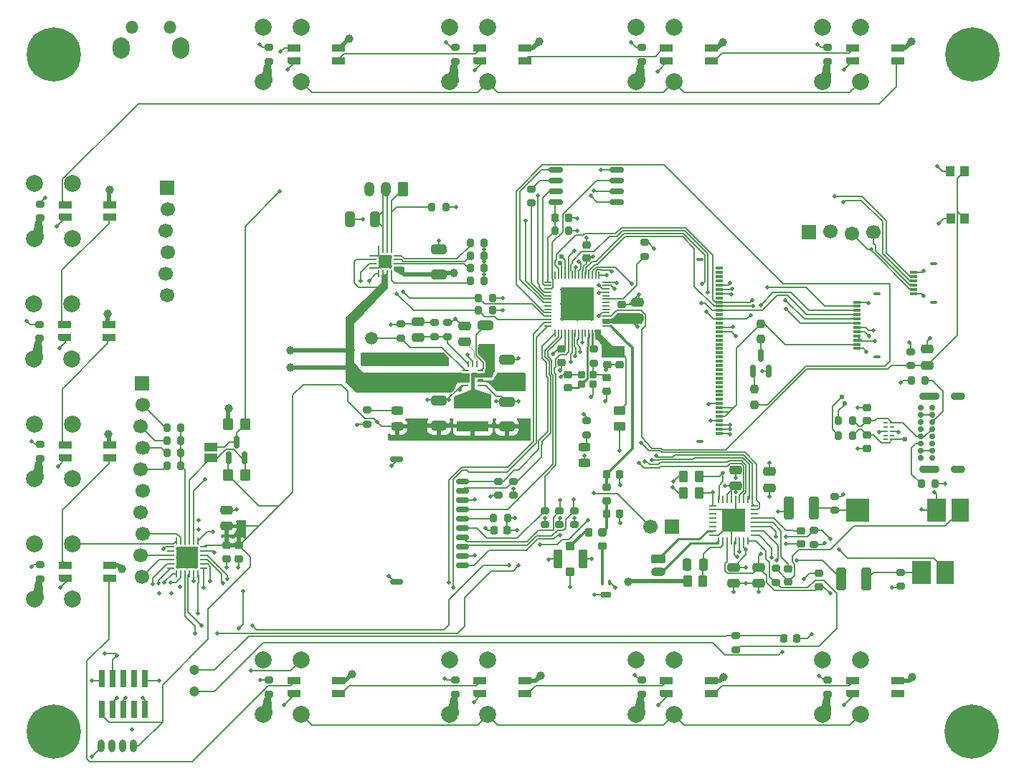
<source format=gbr>
%TF.GenerationSoftware,KiCad,Pcbnew,9.0.2-9.0.2-0~ubuntu24.04.1*%
%TF.CreationDate,2025-06-13T08:12:44-04:00*%
%TF.ProjectId,minstro_combined_board,6d696e73-7472-46f5-9f63-6f6d62696e65,rev?*%
%TF.SameCoordinates,Original*%
%TF.FileFunction,Copper,L1,Top*%
%TF.FilePolarity,Positive*%
%FSLAX46Y46*%
G04 Gerber Fmt 4.6, Leading zero omitted, Abs format (unit mm)*
G04 Created by KiCad (PCBNEW 9.0.2-9.0.2-0~ubuntu24.04.1) date 2025-06-13 08:12:44*
%MOMM*%
%LPD*%
G01*
G04 APERTURE LIST*
G04 Aperture macros list*
%AMRoundRect*
0 Rectangle with rounded corners*
0 $1 Rounding radius*
0 $2 $3 $4 $5 $6 $7 $8 $9 X,Y pos of 4 corners*
0 Add a 4 corners polygon primitive as box body*
4,1,4,$2,$3,$4,$5,$6,$7,$8,$9,$2,$3,0*
0 Add four circle primitives for the rounded corners*
1,1,$1+$1,$2,$3*
1,1,$1+$1,$4,$5*
1,1,$1+$1,$6,$7*
1,1,$1+$1,$8,$9*
0 Add four rect primitives between the rounded corners*
20,1,$1+$1,$2,$3,$4,$5,0*
20,1,$1+$1,$4,$5,$6,$7,0*
20,1,$1+$1,$6,$7,$8,$9,0*
20,1,$1+$1,$8,$9,$2,$3,0*%
%AMOutline5P*
0 Free polygon, 5 corners , with rotation*
0 The origin of the aperture is its center*
0 number of corners: always 5*
0 $1 to $10 corner X, Y*
0 $11 Rotation angle, in degrees counterclockwise*
0 create outline with 5 corners*
4,1,5,$1,$2,$3,$4,$5,$6,$7,$8,$9,$10,$1,$2,$11*%
%AMOutline6P*
0 Free polygon, 6 corners , with rotation*
0 The origin of the aperture is its center*
0 number of corners: always 6*
0 $1 to $12 corner X, Y*
0 $13 Rotation angle, in degrees counterclockwise*
0 create outline with 6 corners*
4,1,6,$1,$2,$3,$4,$5,$6,$7,$8,$9,$10,$11,$12,$1,$2,$13*%
%AMOutline7P*
0 Free polygon, 7 corners , with rotation*
0 The origin of the aperture is its center*
0 number of corners: always 7*
0 $1 to $14 corner X, Y*
0 $15 Rotation angle, in degrees counterclockwise*
0 create outline with 7 corners*
4,1,7,$1,$2,$3,$4,$5,$6,$7,$8,$9,$10,$11,$12,$13,$14,$1,$2,$15*%
%AMOutline8P*
0 Free polygon, 8 corners , with rotation*
0 The origin of the aperture is its center*
0 number of corners: always 8*
0 $1 to $16 corner X, Y*
0 $17 Rotation angle, in degrees counterclockwise*
0 create outline with 8 corners*
4,1,8,$1,$2,$3,$4,$5,$6,$7,$8,$9,$10,$11,$12,$13,$14,$15,$16,$1,$2,$17*%
G04 Aperture macros list end*
%TA.AperFunction,EtchedComponent*%
%ADD10C,0.200000*%
%TD*%
%TA.AperFunction,HeatsinkPad*%
%ADD11C,1.200000*%
%TD*%
%TA.AperFunction,SMDPad,CuDef*%
%ADD12RoundRect,0.200000X-0.275000X0.200000X-0.275000X-0.200000X0.275000X-0.200000X0.275000X0.200000X0*%
%TD*%
%TA.AperFunction,SMDPad,CuDef*%
%ADD13RoundRect,0.250000X0.475000X-0.250000X0.475000X0.250000X-0.475000X0.250000X-0.475000X-0.250000X0*%
%TD*%
%TA.AperFunction,SMDPad,CuDef*%
%ADD14RoundRect,0.243750X-0.456250X0.243750X-0.456250X-0.243750X0.456250X-0.243750X0.456250X0.243750X0*%
%TD*%
%TA.AperFunction,SMDPad,CuDef*%
%ADD15RoundRect,0.250000X0.450000X-0.262500X0.450000X0.262500X-0.450000X0.262500X-0.450000X-0.262500X0*%
%TD*%
%TA.AperFunction,ComponentPad*%
%ADD16C,2.000000*%
%TD*%
%TA.AperFunction,SMDPad,CuDef*%
%ADD17R,1.500000X0.820000*%
%TD*%
%TA.AperFunction,SMDPad,CuDef*%
%ADD18Outline5P,-0.750000X0.410000X0.750000X0.410000X0.750000X-0.410000X-0.545000X-0.410000X-0.750000X-0.205000X0.000000*%
%TD*%
%TA.AperFunction,SMDPad,CuDef*%
%ADD19RoundRect,0.150000X0.150000X-0.587500X0.150000X0.587500X-0.150000X0.587500X-0.150000X-0.587500X0*%
%TD*%
%TA.AperFunction,SMDPad,CuDef*%
%ADD20RoundRect,0.225000X-0.250000X0.225000X-0.250000X-0.225000X0.250000X-0.225000X0.250000X0.225000X0*%
%TD*%
%TA.AperFunction,ComponentPad*%
%ADD21RoundRect,0.250000X0.350000X0.625000X-0.350000X0.625000X-0.350000X-0.625000X0.350000X-0.625000X0*%
%TD*%
%TA.AperFunction,ComponentPad*%
%ADD22O,1.200000X1.750000*%
%TD*%
%TA.AperFunction,SMDPad,CuDef*%
%ADD23R,1.500000X1.000000*%
%TD*%
%TA.AperFunction,SMDPad,CuDef*%
%ADD24C,1.500000*%
%TD*%
%TA.AperFunction,SMDPad,CuDef*%
%ADD25RoundRect,0.200000X0.200000X0.275000X-0.200000X0.275000X-0.200000X-0.275000X0.200000X-0.275000X0*%
%TD*%
%TA.AperFunction,ComponentPad*%
%ADD26O,2.000000X2.500000*%
%TD*%
%TA.AperFunction,ComponentPad*%
%ADD27O,1.500000X1.500000*%
%TD*%
%TA.AperFunction,ComponentPad*%
%ADD28C,6.400000*%
%TD*%
%TA.AperFunction,SMDPad,CuDef*%
%ADD29RoundRect,0.200000X0.275000X-0.200000X0.275000X0.200000X-0.275000X0.200000X-0.275000X-0.200000X0*%
%TD*%
%TA.AperFunction,SMDPad,CuDef*%
%ADD30RoundRect,0.075000X0.375000X-0.075000X0.375000X0.075000X-0.375000X0.075000X-0.375000X-0.075000X0*%
%TD*%
%TA.AperFunction,SMDPad,CuDef*%
%ADD31RoundRect,0.100000X0.300000X-0.100000X0.300000X0.100000X-0.300000X0.100000X-0.300000X-0.100000X0*%
%TD*%
%TA.AperFunction,SMDPad,CuDef*%
%ADD32RoundRect,0.225000X0.250000X-0.225000X0.250000X0.225000X-0.250000X0.225000X-0.250000X-0.225000X0*%
%TD*%
%TA.AperFunction,SMDPad,CuDef*%
%ADD33RoundRect,0.050000X0.350000X0.050000X-0.350000X0.050000X-0.350000X-0.050000X0.350000X-0.050000X0*%
%TD*%
%TA.AperFunction,SMDPad,CuDef*%
%ADD34RoundRect,0.050000X0.050000X0.350000X-0.050000X0.350000X-0.050000X-0.350000X0.050000X-0.350000X0*%
%TD*%
%TA.AperFunction,HeatsinkPad*%
%ADD35C,0.500000*%
%TD*%
%TA.AperFunction,HeatsinkPad*%
%ADD36R,4.000000X4.000000*%
%TD*%
%TA.AperFunction,SMDPad,CuDef*%
%ADD37RoundRect,0.250000X-0.650000X0.325000X-0.650000X-0.325000X0.650000X-0.325000X0.650000X0.325000X0*%
%TD*%
%TA.AperFunction,SMDPad,CuDef*%
%ADD38RoundRect,0.250000X0.325000X1.100000X-0.325000X1.100000X-0.325000X-1.100000X0.325000X-1.100000X0*%
%TD*%
%TA.AperFunction,SMDPad,CuDef*%
%ADD39O,0.800000X1.500000*%
%TD*%
%TA.AperFunction,SMDPad,CuDef*%
%ADD40RoundRect,0.200000X-0.200000X-0.275000X0.200000X-0.275000X0.200000X0.275000X-0.200000X0.275000X0*%
%TD*%
%TA.AperFunction,SMDPad,CuDef*%
%ADD41RoundRect,0.062500X0.337500X0.062500X-0.337500X0.062500X-0.337500X-0.062500X0.337500X-0.062500X0*%
%TD*%
%TA.AperFunction,SMDPad,CuDef*%
%ADD42RoundRect,0.062500X0.062500X0.337500X-0.062500X0.337500X-0.062500X-0.337500X0.062500X-0.337500X0*%
%TD*%
%TA.AperFunction,HeatsinkPad*%
%ADD43R,2.700000X2.700000*%
%TD*%
%TA.AperFunction,SMDPad,CuDef*%
%ADD44RoundRect,0.225000X-0.225000X-0.250000X0.225000X-0.250000X0.225000X0.250000X-0.225000X0.250000X0*%
%TD*%
%TA.AperFunction,SMDPad,CuDef*%
%ADD45RoundRect,0.162500X0.650000X0.162500X-0.650000X0.162500X-0.650000X-0.162500X0.650000X-0.162500X0*%
%TD*%
%TA.AperFunction,SMDPad,CuDef*%
%ADD46RoundRect,0.218750X-0.256250X0.218750X-0.256250X-0.218750X0.256250X-0.218750X0.256250X0.218750X0*%
%TD*%
%TA.AperFunction,SMDPad,CuDef*%
%ADD47RoundRect,0.250000X0.650000X-0.325000X0.650000X0.325000X-0.650000X0.325000X-0.650000X-0.325000X0*%
%TD*%
%TA.AperFunction,SMDPad,CuDef*%
%ADD48RoundRect,0.062500X-0.062500X0.350000X-0.062500X-0.350000X0.062500X-0.350000X0.062500X0.350000X0*%
%TD*%
%TA.AperFunction,SMDPad,CuDef*%
%ADD49RoundRect,0.062500X-0.350000X0.062500X-0.350000X-0.062500X0.350000X-0.062500X0.350000X0.062500X0*%
%TD*%
%TA.AperFunction,HeatsinkPad*%
%ADD50R,2.600000X2.600000*%
%TD*%
%TA.AperFunction,ComponentPad*%
%ADD51RoundRect,0.250000X-0.615000X0.265000X-0.615000X-0.265000X0.615000X-0.265000X0.615000X0.265000X0*%
%TD*%
%TA.AperFunction,ComponentPad*%
%ADD52O,1.730000X1.030000*%
%TD*%
%TA.AperFunction,SMDPad,CuDef*%
%ADD53RoundRect,0.250000X0.262500X0.450000X-0.262500X0.450000X-0.262500X-0.450000X0.262500X-0.450000X0*%
%TD*%
%TA.AperFunction,SMDPad,CuDef*%
%ADD54RoundRect,0.250000X0.325000X0.650000X-0.325000X0.650000X-0.325000X-0.650000X0.325000X-0.650000X0*%
%TD*%
%TA.AperFunction,SMDPad,CuDef*%
%ADD55RoundRect,0.243750X0.456250X-0.243750X0.456250X0.243750X-0.456250X0.243750X-0.456250X-0.243750X0*%
%TD*%
%TA.AperFunction,SMDPad,CuDef*%
%ADD56R,1.000000X1.200000*%
%TD*%
%TA.AperFunction,SMDPad,CuDef*%
%ADD57RoundRect,0.075000X-0.375000X0.075000X-0.375000X-0.075000X0.375000X-0.075000X0.375000X0.075000X0*%
%TD*%
%TA.AperFunction,SMDPad,CuDef*%
%ADD58RoundRect,0.100000X-0.300000X0.100000X-0.300000X-0.100000X0.300000X-0.100000X0.300000X0.100000X0*%
%TD*%
%TA.AperFunction,ComponentPad*%
%ADD59R,1.700000X1.700000*%
%TD*%
%TA.AperFunction,ComponentPad*%
%ADD60C,1.700000*%
%TD*%
%TA.AperFunction,SMDPad,CuDef*%
%ADD61RoundRect,0.062500X-0.062500X0.375000X-0.062500X-0.375000X0.062500X-0.375000X0.062500X0.375000X0*%
%TD*%
%TA.AperFunction,SMDPad,CuDef*%
%ADD62RoundRect,0.062500X-0.375000X0.062500X-0.375000X-0.062500X0.375000X-0.062500X0.375000X0.062500X0*%
%TD*%
%TA.AperFunction,HeatsinkPad*%
%ADD63R,1.600000X1.600000*%
%TD*%
%TA.AperFunction,SMDPad,CuDef*%
%ADD64RoundRect,0.062500X0.237500X0.062500X-0.237500X0.062500X-0.237500X-0.062500X0.237500X-0.062500X0*%
%TD*%
%TA.AperFunction,SMDPad,CuDef*%
%ADD65RoundRect,0.062500X-0.062500X0.237500X-0.062500X-0.237500X0.062500X-0.237500X0.062500X0.237500X0*%
%TD*%
%TA.AperFunction,SMDPad,CuDef*%
%ADD66RoundRect,0.062500X-0.062500X-0.850000X0.062500X-0.850000X0.062500X0.850000X-0.062500X0.850000X0*%
%TD*%
%TA.AperFunction,SMDPad,CuDef*%
%ADD67RoundRect,0.225000X0.275000X-0.225000X0.275000X0.225000X-0.275000X0.225000X-0.275000X-0.225000X0*%
%TD*%
%TA.AperFunction,SMDPad,CuDef*%
%ADD68RoundRect,0.250000X-0.250000X-0.250000X0.250000X-0.250000X0.250000X0.250000X-0.250000X0.250000X0*%
%TD*%
%TA.AperFunction,SMDPad,CuDef*%
%ADD69RoundRect,0.225000X0.225000X0.275000X-0.225000X0.275000X-0.225000X-0.275000X0.225000X-0.275000X0*%
%TD*%
%TA.AperFunction,SMDPad,CuDef*%
%ADD70RoundRect,0.250000X-0.262500X-0.450000X0.262500X-0.450000X0.262500X0.450000X-0.262500X0.450000X0*%
%TD*%
%TA.AperFunction,SMDPad,CuDef*%
%ADD71RoundRect,0.250000X-0.350000X-0.450000X0.350000X-0.450000X0.350000X0.450000X-0.350000X0.450000X0*%
%TD*%
%TA.AperFunction,SMDPad,CuDef*%
%ADD72RoundRect,0.225000X0.225000X0.250000X-0.225000X0.250000X-0.225000X-0.250000X0.225000X-0.250000X0*%
%TD*%
%TA.AperFunction,SMDPad,CuDef*%
%ADD73R,0.475000X0.200000*%
%TD*%
%TA.AperFunction,SMDPad,CuDef*%
%ADD74RoundRect,0.250000X-0.475000X0.250000X-0.475000X-0.250000X0.475000X-0.250000X0.475000X0.250000X0*%
%TD*%
%TA.AperFunction,SMDPad,CuDef*%
%ADD75RoundRect,0.237500X0.237500X-0.250000X0.237500X0.250000X-0.237500X0.250000X-0.237500X-0.250000X0*%
%TD*%
%TA.AperFunction,SMDPad,CuDef*%
%ADD76RoundRect,0.100000X-0.400000X-0.400000X0.400000X-0.400000X0.400000X0.400000X-0.400000X0.400000X0*%
%TD*%
%TA.AperFunction,SMDPad,CuDef*%
%ADD77RoundRect,0.105000X-0.420000X-0.995000X0.420000X-0.995000X0.420000X0.995000X-0.420000X0.995000X0*%
%TD*%
%TA.AperFunction,SMDPad,CuDef*%
%ADD78RoundRect,0.100000X-0.100000X0.200000X-0.100000X-0.200000X0.100000X-0.200000X0.100000X0.200000X0*%
%TD*%
%TA.AperFunction,SMDPad,CuDef*%
%ADD79RoundRect,0.150000X-0.475000X0.150000X-0.475000X-0.150000X0.475000X-0.150000X0.475000X0.150000X0*%
%TD*%
%TA.AperFunction,SMDPad,CuDef*%
%ADD80R,0.750000X2.100000*%
%TD*%
%TA.AperFunction,SMDPad,CuDef*%
%ADD81RoundRect,0.150000X-0.600000X0.150000X-0.600000X-0.150000X0.600000X-0.150000X0.600000X0.150000X0*%
%TD*%
%TA.AperFunction,SMDPad,CuDef*%
%ADD82RoundRect,0.237500X-0.237500X0.250000X-0.237500X-0.250000X0.237500X-0.250000X0.237500X0.250000X0*%
%TD*%
%TA.AperFunction,SMDPad,CuDef*%
%ADD83RoundRect,0.200000X0.250000X0.200000X-0.250000X0.200000X-0.250000X-0.200000X0.250000X-0.200000X0*%
%TD*%
%TA.AperFunction,SMDPad,CuDef*%
%ADD84RoundRect,0.250000X0.350000X0.450000X-0.350000X0.450000X-0.350000X-0.450000X0.350000X-0.450000X0*%
%TD*%
%TA.AperFunction,SMDPad,CuDef*%
%ADD85RoundRect,0.250000X0.250000X0.475000X-0.250000X0.475000X-0.250000X-0.475000X0.250000X-0.475000X0*%
%TD*%
%TA.AperFunction,SMDPad,CuDef*%
%ADD86R,2.000000X2.800000*%
%TD*%
%TA.AperFunction,SMDPad,CuDef*%
%ADD87R,2.800000X2.800000*%
%TD*%
%TA.AperFunction,SMDPad,CuDef*%
%ADD88R,2.200000X2.800000*%
%TD*%
%TA.AperFunction,SMDPad,CuDef*%
%ADD89RoundRect,0.250000X-0.325000X-1.100000X0.325000X-1.100000X0.325000X1.100000X-0.325000X1.100000X0*%
%TD*%
%TA.AperFunction,ComponentPad*%
%ADD90C,0.700000*%
%TD*%
%TA.AperFunction,ComponentPad*%
%ADD91O,2.400000X0.900000*%
%TD*%
%TA.AperFunction,ComponentPad*%
%ADD92O,1.700000X0.900000*%
%TD*%
%TA.AperFunction,SMDPad,CuDef*%
%ADD93R,3.700000X1.200000*%
%TD*%
%TA.AperFunction,ViaPad*%
%ADD94C,0.500000*%
%TD*%
%TA.AperFunction,ViaPad*%
%ADD95C,1.000000*%
%TD*%
%TA.AperFunction,ViaPad*%
%ADD96C,0.600000*%
%TD*%
%TA.AperFunction,Conductor*%
%ADD97C,0.200000*%
%TD*%
%TA.AperFunction,Conductor*%
%ADD98C,0.500000*%
%TD*%
%TA.AperFunction,Conductor*%
%ADD99C,0.349250*%
%TD*%
%TA.AperFunction,Conductor*%
%ADD100C,0.120000*%
%TD*%
%TA.AperFunction,Conductor*%
%ADD101C,0.250000*%
%TD*%
G04 APERTURE END LIST*
D10*
%TO.C,S902*%
X129250000Y-58250000D02*
X128250000Y-57250000D01*
X128437500Y-56237742D01*
X129100000Y-56200000D01*
X129250000Y-58250000D01*
%TA.AperFunction,EtchedComponent*%
G36*
X129250000Y-58250000D02*
G01*
X128250000Y-57250000D01*
X128437500Y-56237742D01*
X129100000Y-56200000D01*
X129250000Y-58250000D01*
G37*
%TD.AperFunction*%
%TO.C,S903*%
X151250000Y-58250000D02*
X150250000Y-57250000D01*
X150437500Y-56237742D01*
X151100000Y-56200000D01*
X151250000Y-58250000D01*
%TA.AperFunction,EtchedComponent*%
G36*
X151250000Y-58250000D02*
G01*
X150250000Y-57250000D01*
X150437500Y-56237742D01*
X151100000Y-56200000D01*
X151250000Y-58250000D01*
G37*
%TD.AperFunction*%
%TO.C,S910*%
X129250000Y-133000000D02*
X128250000Y-132000000D01*
X128437500Y-130987742D01*
X129100000Y-130950000D01*
X129250000Y-133000000D01*
%TA.AperFunction,EtchedComponent*%
G36*
X129250000Y-133000000D02*
G01*
X128250000Y-132000000D01*
X128437500Y-130987742D01*
X129100000Y-130950000D01*
X129250000Y-133000000D01*
G37*
%TD.AperFunction*%
%TO.C,S907*%
X80250000Y-105150000D02*
X79250000Y-104150000D01*
X79437500Y-103137742D01*
X80100000Y-103100000D01*
X80250000Y-105150000D01*
%TA.AperFunction,EtchedComponent*%
G36*
X80250000Y-105150000D02*
G01*
X79250000Y-104150000D01*
X79437500Y-103137742D01*
X80100000Y-103100000D01*
X80250000Y-105150000D01*
G37*
%TD.AperFunction*%
%TO.C,S911*%
X151250000Y-133000000D02*
X150250000Y-132000000D01*
X150437500Y-130987742D01*
X151100000Y-130950000D01*
X151250000Y-133000000D01*
%TA.AperFunction,EtchedComponent*%
G36*
X151250000Y-133000000D02*
G01*
X150250000Y-132000000D01*
X150437500Y-130987742D01*
X151100000Y-130950000D01*
X151250000Y-133000000D01*
G37*
%TD.AperFunction*%
%TO.C,S909*%
X107250000Y-133000000D02*
X106250000Y-132000000D01*
X106437500Y-130987742D01*
X107100000Y-130950000D01*
X107250000Y-133000000D01*
%TA.AperFunction,EtchedComponent*%
G36*
X107250000Y-133000000D02*
G01*
X106250000Y-132000000D01*
X106437500Y-130987742D01*
X107100000Y-130950000D01*
X107250000Y-133000000D01*
G37*
%TD.AperFunction*%
%TO.C,S901*%
X107250000Y-58250000D02*
X106250000Y-57250000D01*
X106437500Y-56237742D01*
X107100000Y-56200000D01*
X107250000Y-58250000D01*
%TA.AperFunction,EtchedComponent*%
G36*
X107250000Y-58250000D02*
G01*
X106250000Y-57250000D01*
X106437500Y-56237742D01*
X107100000Y-56200000D01*
X107250000Y-58250000D01*
G37*
%TD.AperFunction*%
%TO.C,S912*%
X173250000Y-133000000D02*
X172250000Y-132000000D01*
X172437500Y-130987742D01*
X173100000Y-130950000D01*
X173250000Y-133000000D01*
%TA.AperFunction,EtchedComponent*%
G36*
X173250000Y-133000000D02*
G01*
X172250000Y-132000000D01*
X172437500Y-130987742D01*
X173100000Y-130950000D01*
X173250000Y-133000000D01*
G37*
%TD.AperFunction*%
%TO.C,S908*%
X80250000Y-119350000D02*
X79250000Y-118350000D01*
X79437500Y-117337742D01*
X80100000Y-117300000D01*
X80250000Y-119350000D01*
%TA.AperFunction,EtchedComponent*%
G36*
X80250000Y-119350000D02*
G01*
X79250000Y-118350000D01*
X79437500Y-117337742D01*
X80100000Y-117300000D01*
X80250000Y-119350000D01*
G37*
%TD.AperFunction*%
%TO.C,S905*%
X80250000Y-76750000D02*
X79250000Y-75750000D01*
X79437500Y-74737742D01*
X80100000Y-74700000D01*
X80250000Y-76750000D01*
%TA.AperFunction,EtchedComponent*%
G36*
X80250000Y-76750000D02*
G01*
X79250000Y-75750000D01*
X79437500Y-74737742D01*
X80100000Y-74700000D01*
X80250000Y-76750000D01*
G37*
%TD.AperFunction*%
%TO.C,S906*%
X80150000Y-90950000D02*
X79150000Y-89950000D01*
X79337500Y-88937742D01*
X80000000Y-88900000D01*
X80150000Y-90950000D01*
%TA.AperFunction,EtchedComponent*%
G36*
X80150000Y-90950000D02*
G01*
X79150000Y-89950000D01*
X79337500Y-88937742D01*
X80000000Y-88900000D01*
X80150000Y-90950000D01*
G37*
%TD.AperFunction*%
%TO.C,S904*%
X173250000Y-58250000D02*
X172250000Y-57250000D01*
X172437500Y-56237742D01*
X173100000Y-56200000D01*
X173250000Y-58250000D01*
%TA.AperFunction,EtchedComponent*%
G36*
X173250000Y-58250000D02*
G01*
X172250000Y-57250000D01*
X172437500Y-56237742D01*
X173100000Y-56200000D01*
X173250000Y-58250000D01*
G37*
%TD.AperFunction*%
%TD*%
D11*
%TO.P,MK501,1,-*%
%TO.N,/Audio/Mic_P*%
X98100000Y-127730000D03*
%TO.P,MK501,2,+*%
%TO.N,/Audio/Mic_HS_N*%
X98100000Y-130270000D03*
%TD*%
D12*
%TO.P,R401,1*%
%TO.N,+3.3V*%
X151320000Y-77195000D03*
%TO.P,R401,2*%
%TO.N,/ESP32 Microcontroller/GPIO3_STRAP_PD*%
X151320000Y-78845000D03*
%TD*%
D13*
%TO.P,C701,1*%
%TO.N,+3.3V*%
X101900000Y-110750000D03*
%TO.P,C701,2*%
%TO.N,GND*%
X101900000Y-108850000D03*
%TD*%
D14*
%TO.P,D201,1,K*%
%TO.N,Net-(D201-K)*%
X122045000Y-97062500D03*
%TO.P,D201,2,A*%
%TO.N,+3.3V*%
X122045000Y-98937500D03*
%TD*%
D15*
%TO.P,FB401,1*%
%TO.N,+3.3V*%
X148300000Y-98912500D03*
%TO.P,FB401,2*%
%TO.N,/ESP32 Microcontroller/VDD33A*%
X148300000Y-97087500D03*
%TD*%
D16*
%TO.P,S902,*%
%TO.N,*%
X128250000Y-51750000D03*
D12*
X128912500Y-55837742D03*
D16*
X128250000Y-58250000D03*
D17*
%TO.P,S902,1,VDD*%
%TO.N,+5V*%
X137150000Y-54250000D03*
%TO.P,S902,2,DO*%
%TO.N,Net-(S902B-DO)*%
X137150000Y-55750000D03*
D18*
%TO.P,S902,3,GND*%
%TO.N,GND*%
X131850000Y-55750000D03*
D17*
%TO.P,S902,4,DI*%
%TO.N,Net-(S901B-DO)*%
X131850000Y-54250000D03*
D16*
%TO.P,S902,5*%
%TO.N,/HMI Controller/ROW_A*%
X132750000Y-51750000D03*
X132750000Y-58250000D03*
D12*
%TO.P,S902,6*%
%TO.N,GND*%
X128912500Y-54187742D03*
%TD*%
D19*
%TO.P,Q701,1,G*%
%TO.N,+3.3V*%
X102150000Y-102637500D03*
%TO.P,Q701,2,S*%
%TO.N,/HMI Controller/RGB_DATA_3.3*%
X104050000Y-102637500D03*
%TO.P,Q701,3,D*%
%TO.N,/HMI Controller/RGB_DATA*%
X103100000Y-100762500D03*
%TD*%
D20*
%TO.P,C406,1*%
%TO.N,/ESP32 Microcontroller/VDD33A*%
X148350000Y-90125000D03*
%TO.P,C406,2*%
%TO.N,GND*%
X148350000Y-91675000D03*
%TD*%
D21*
%TO.P,J301,1,Pin_1*%
%TO.N,/Battery/BATT_TS*%
X122750000Y-70950000D03*
D22*
%TO.P,J301,2,Pin_2*%
%TO.N,+BATT*%
X120750000Y-70950000D03*
%TO.P,J301,3,Pin_3*%
%TO.N,GND*%
X118750000Y-70950000D03*
%TD*%
D23*
%TO.P,JP701,1,A*%
%TO.N,/HMI Controller/RGB_DATA_3.3*%
X100100000Y-102700000D03*
%TO.P,JP701,2,B*%
%TO.N,/HMI Controller/RGB_DATA*%
X100100000Y-101400000D03*
%TD*%
D24*
%TO.P,TP201,1,1*%
%TO.N,/Power/PWR_REG_GOOD*%
X119000000Y-88500000D03*
%TD*%
D25*
%TO.P,R407,1*%
%TO.N,+3.3V*%
X142325000Y-75840000D03*
%TO.P,R407,2*%
%TO.N,/ESP32 Microcontroller/VDD33_SPI*%
X140675000Y-75840000D03*
%TD*%
D16*
%TO.P,S903,*%
%TO.N,*%
X150250000Y-51750000D03*
D12*
X150912500Y-55837742D03*
D16*
X150250000Y-58250000D03*
D17*
%TO.P,S903,1,VDD*%
%TO.N,+5V*%
X159150000Y-54250000D03*
%TO.P,S903,2,DO*%
%TO.N,Net-(S903B-DO)*%
X159150000Y-55750000D03*
D18*
%TO.P,S903,3,GND*%
%TO.N,GND*%
X153850000Y-55750000D03*
D17*
%TO.P,S903,4,DI*%
%TO.N,Net-(S902B-DO)*%
X153850000Y-54250000D03*
D16*
%TO.P,S903,5*%
%TO.N,/HMI Controller/ROW_A*%
X154750000Y-51750000D03*
X154750000Y-58250000D03*
D12*
%TO.P,S903,6*%
%TO.N,GND*%
X150912500Y-54187742D03*
%TD*%
%TO.P,R201,1*%
%TO.N,+3.3V*%
X126500000Y-86675000D03*
%TO.P,R201,2*%
%TO.N,/Power/FB*%
X126500000Y-88325000D03*
%TD*%
D26*
%TO.P,S917,*%
%TO.N,*%
X96500000Y-54250000D03*
X89500000Y-54250000D03*
D27*
%TO.P,S917,1,1*%
%TO.N,/HMI Controller/POW_SW*%
X95250000Y-51760000D03*
%TO.P,S917,2,2*%
%TO.N,GND*%
X90750000Y-51750000D03*
%TD*%
D28*
%TO.P,H101,1,1*%
%TO.N,GND*%
X190000000Y-55000000D03*
%TD*%
D13*
%TO.P,C208,1*%
%TO.N,/Power/VCC*%
X130000000Y-88950000D03*
%TO.P,C208,2*%
%TO.N,GND*%
X130000000Y-87050000D03*
%TD*%
D29*
%TO.P,R404,1*%
%TO.N,/ESP32 Microcontroller/CHIP_EN*%
X182675000Y-91775000D03*
%TO.P,R404,2*%
%TO.N,+3.3V*%
X182675000Y-90125000D03*
%TD*%
D30*
%TO.P,J601,1,VDD*%
%TO.N,+3.3V*%
X183075000Y-83250000D03*
%TO.P,J601,2,SDA*%
%TO.N,/I2C_SDA*%
X183075000Y-82750000D03*
%TO.P,J601,3,SCL*%
%TO.N,/I2C_SCL*%
X183075000Y-82250000D03*
%TO.P,J601,4,INT*%
%TO.N,/Display Connectors/DISP_TS_INT*%
X183075000Y-81750000D03*
%TO.P,J601,5,RST*%
%TO.N,/Display Connectors/DISP_TS_RST*%
X183075000Y-81250000D03*
%TO.P,J601,6,GND*%
%TO.N,GND*%
X183075000Y-80750000D03*
D31*
%TO.P,J601,MP,MP*%
%TO.N,unconnected-(J601-PadMP)_1*%
X185425000Y-84250000D03*
%TO.N,unconnected-(J601-PadMP)*%
X185425000Y-79750000D03*
%TD*%
D32*
%TO.P,C402,1*%
%TO.N,+3.3V*%
X148600000Y-86075000D03*
%TO.P,C402,2*%
%TO.N,GND*%
X148600000Y-84525000D03*
%TD*%
D12*
%TO.P,R406,1*%
%TO.N,Net-(U402-CLK)*%
X137900000Y-70875000D03*
%TO.P,R406,2*%
%TO.N,/ESP32 Microcontroller/SPIFLASH_CLK*%
X137900000Y-72525000D03*
%TD*%
D33*
%TO.P,U401,1,LNA_IN*%
%TO.N,/ESP32 Microcontroller/RF*%
X146750000Y-87100000D03*
%TO.P,U401,2,VDD3P3*%
%TO.N,+3.3V*%
X146750000Y-86700000D03*
%TO.P,U401,3,VDD3P3*%
X146750000Y-86300000D03*
%TO.P,U401,4,CHIP_PU*%
%TO.N,/ESP32 Microcontroller/CHIP_EN*%
X146750000Y-85900000D03*
%TO.P,U401,5,GPIO0*%
%TO.N,/ESP32 Microcontroller/BOOT_MODE*%
X146750000Y-85500000D03*
%TO.P,U401,6,GPIO1*%
%TO.N,unconnected-(U401-GPIO1-Pad6)*%
X146750000Y-85100000D03*
%TO.P,U401,7,GPIO2*%
%TO.N,unconnected-(U401-GPIO2-Pad7)*%
X146750000Y-84700000D03*
%TO.P,U401,8,GPIO3*%
%TO.N,unconnected-(U401-GPIO3-Pad8)*%
X146750000Y-84300000D03*
%TO.P,U401,9,GPIO4*%
%TO.N,/ESP32 Microcontroller/GPIO3_STRAP_PD*%
X146750000Y-83900000D03*
%TO.P,U401,10,GPIO5*%
%TO.N,unconnected-(U401-GPIO5-Pad10)*%
X146750000Y-83500000D03*
%TO.P,U401,11,GPIO6*%
%TO.N,/I2C_SDA*%
X146750000Y-83100000D03*
%TO.P,U401,12,GPIO7*%
%TO.N,/I2C_SCL*%
X146750000Y-82700000D03*
%TO.P,U401,13,GPIO8*%
%TO.N,/Audio/I2S_MCLK*%
X146750000Y-82300000D03*
%TO.P,U401,14,GPIO9*%
%TO.N,/Audio/I2S_ADCIN*%
X146750000Y-81900000D03*
D34*
%TO.P,U401,15,GPIO10*%
%TO.N,/Audio/I2S_ADCOUT*%
X145900000Y-81050000D03*
%TO.P,U401,16,GPIO11*%
%TO.N,/Audio/I2S_BCLK*%
X145500000Y-81050000D03*
%TO.P,U401,17,GPIO12*%
%TO.N,/Audio/I2S_FS*%
X145100000Y-81050000D03*
%TO.P,U401,18,GPIO13*%
%TO.N,/Display Connectors/DISP_DC*%
X144700000Y-81050000D03*
%TO.P,U401,19,GPIO14*%
%TO.N,/Display Connectors/DISP_SCL*%
X144300000Y-81050000D03*
%TO.P,U401,20,VDD3P3_RTC*%
%TO.N,+3.3V*%
X143900000Y-81050000D03*
%TO.P,U401,21,GPIO15/XTAL_32K_P\u002A*%
%TO.N,/Display Connectors/DISP_TS_INT*%
X143500000Y-81050000D03*
%TO.P,U401,22,GPIO16/XTAL_32K_N\u002A*%
%TO.N,/Display Connectors/DISP_TS_RST*%
X143100000Y-81050000D03*
%TO.P,U401,23,GPIO17*%
%TO.N,/Display Connectors/DISP_SDA*%
X142700000Y-81050000D03*
%TO.P,U401,24,GPIO18*%
%TO.N,/Display Connectors/DISP_RST*%
X142300000Y-81050000D03*
%TO.P,U401,25,GPIO19/USB_D-*%
%TO.N,/ESP32 Microcontroller/USB_uC_N*%
X141900000Y-81050000D03*
%TO.P,U401,26,GPIO20/USB_D+*%
%TO.N,/ESP32 Microcontroller/USB_uC_P*%
X141500000Y-81050000D03*
%TO.P,U401,27,GPIO21*%
%TO.N,/Display Connectors/DISP_CS*%
X141100000Y-81050000D03*
%TO.P,U401,28,SPICS1*%
%TO.N,unconnected-(U401-SPICS1-Pad28)*%
X140700000Y-81050000D03*
D33*
%TO.P,U401,29,VDD_SPI*%
%TO.N,/ESP32 Microcontroller/VDD33_SPI*%
X139850000Y-81900000D03*
%TO.P,U401,30,SPIHD*%
%TO.N,/ESP32 Microcontroller/SPIFLASH_HD*%
X139850000Y-82300000D03*
%TO.P,U401,31,SPIWP*%
%TO.N,/ESP32 Microcontroller/SPIFLASH_WP*%
X139850000Y-82700000D03*
%TO.P,U401,32,SPICS0*%
%TO.N,/ESP32 Microcontroller/SPIFLASH_CS0*%
X139850000Y-83100000D03*
%TO.P,U401,33,SPICLK*%
%TO.N,/ESP32 Microcontroller/SPIFLASH_CLK*%
X139850000Y-83500000D03*
%TO.P,U401,34,SPIQ*%
%TO.N,/ESP32 Microcontroller/SPIFLASH_Q*%
X139850000Y-83900000D03*
%TO.P,U401,35,SPID*%
%TO.N,/ESP32 Microcontroller/SPIFLASH_D*%
X139850000Y-84300000D03*
%TO.P,U401,36,SPICLK_N*%
%TO.N,unconnected-(U401-SPICLK_N-Pad36)*%
X139850000Y-84700000D03*
%TO.P,U401,37,SPICLK_P*%
%TO.N,unconnected-(U401-SPICLK_P-Pad37)*%
X139850000Y-85100000D03*
%TO.P,U401,38,GPIO33*%
%TO.N,/Display Connectors/DISP_BL*%
X139850000Y-85500000D03*
%TO.P,U401,39,GPIO34*%
%TO.N,/Battery/PWR_CHRG*%
X139850000Y-85900000D03*
%TO.P,U401,40,GPIO35*%
%TO.N,/Battery/PWR_GOOD*%
X139850000Y-86300000D03*
%TO.P,U401,41,GPIO36*%
%TO.N,/ESP32 Microcontroller/HMI_WAKE*%
X139850000Y-86700000D03*
%TO.P,U401,42,GPIO37*%
%TO.N,/ESP32 Microcontroller/HMI_INT*%
X139850000Y-87100000D03*
D34*
%TO.P,U401,43,GPIO38*%
%TO.N,/ESP32 Microcontroller/SD_DAT1*%
X140700000Y-87950000D03*
%TO.P,U401,44,GPIO39/MTCK*%
%TO.N,/ESP32 Microcontroller/SD_DAT0*%
X141100000Y-87950000D03*
%TO.P,U401,45,GPIO40/MTDO*%
%TO.N,/ESP32 Microcontroller/SD_SCK*%
X141500000Y-87950000D03*
%TO.P,U401,46,VDD3P3_CPU*%
%TO.N,+3.3V*%
X141900000Y-87950000D03*
%TO.P,U401,47,GPIO41/MTDI*%
%TO.N,/ESP32 Microcontroller/SD_CMD*%
X142300000Y-87950000D03*
%TO.P,U401,48,GPIO42/MTMS*%
%TO.N,/ESP32 Microcontroller/SD_DAT3*%
X142700000Y-87950000D03*
%TO.P,U401,49,GPIO43/U0TXD*%
%TO.N,/ESP32 Microcontroller/SD_DAT2*%
X143100000Y-87950000D03*
%TO.P,U401,50,GPIO44/U0RXD*%
%TO.N,/ESP32 Microcontroller/SD_DET*%
X143500000Y-87950000D03*
%TO.P,U401,51,GPIO45*%
%TO.N,/ESP32 Microcontroller/STATUS_LED*%
X143900000Y-87950000D03*
%TO.P,U401,52,GPIO46*%
%TO.N,unconnected-(U401-GPIO46-Pad52)*%
X144300000Y-87950000D03*
%TO.P,U401,53,XTAL_N*%
%TO.N,/ESP32 Microcontroller/XTAL_N*%
X144700000Y-87950000D03*
%TO.P,U401,54,XTAL_P*%
%TO.N,/ESP32 Microcontroller/XTAL_P*%
X145100000Y-87950000D03*
%TO.P,U401,55,VDDA*%
%TO.N,/ESP32 Microcontroller/VDD33A*%
X145500000Y-87950000D03*
%TO.P,U401,56,VDDA*%
X145900000Y-87950000D03*
D35*
%TO.P,U401,57,GND*%
%TO.N,GND*%
X145050000Y-86250000D03*
X145050000Y-84500000D03*
X145050000Y-82750000D03*
X143300000Y-86250000D03*
X143300000Y-84500000D03*
D36*
X143300000Y-84500000D03*
D35*
X143300000Y-82750000D03*
X141550000Y-86250000D03*
X141550000Y-84500000D03*
X141550000Y-82750000D03*
%TD*%
D12*
%TO.P,R204,1*%
%TO.N,Net-(D201-K)*%
X118500000Y-97000000D03*
%TO.P,R204,2*%
%TO.N,GND*%
X118500000Y-98650000D03*
%TD*%
D25*
%TO.P,R307,1*%
%TO.N,+3.3V*%
X133325000Y-83750000D03*
%TO.P,R307,2*%
%TO.N,/Battery/PWR_CHRG*%
X131675000Y-83750000D03*
%TD*%
D37*
%TO.P,C201,1*%
%TO.N,Net-(U201-BOOT)*%
X132500000Y-87000000D03*
%TO.P,C201,2*%
%TO.N,/Power/SW*%
X132500000Y-89950000D03*
%TD*%
D38*
%TO.P,C506,1*%
%TO.N,Net-(J501-R1)*%
X177475000Y-117000000D03*
%TO.P,C506,2*%
%TO.N,/Audio/R_HS*%
X174525000Y-117000000D03*
%TD*%
D29*
%TO.P,R202,1*%
%TO.N,/Power/FB*%
X128000000Y-88325000D03*
%TO.P,R202,2*%
%TO.N,GND*%
X128000000Y-86675000D03*
%TD*%
D39*
%TO.P,J701,1,Vcc*%
%TO.N,+3.3V*%
X90905000Y-136729500D03*
%TO.P,J701,3*%
%TO.N,unconnected-(J701-Pad3)*%
X89635000Y-136729500D03*
%TO.P,J701,5*%
%TO.N,unconnected-(J701-Pad5)*%
X88365000Y-136729500D03*
%TO.P,J701,7,GND*%
%TO.N,GND*%
X87095000Y-136729500D03*
%TD*%
D40*
%TO.P,R804,1*%
%TO.N,/Nav Switch/Nav_Left_VD*%
X94875000Y-102100000D03*
%TO.P,R804,2*%
%TO.N,/HMI Controller/NAV_DIR*%
X96525000Y-102100000D03*
%TD*%
D32*
%TO.P,C404,1*%
%TO.N,+3.3V*%
X144400000Y-79075000D03*
%TO.P,C404,2*%
%TO.N,GND*%
X144400000Y-77525000D03*
%TD*%
D40*
%TO.P,R801,1*%
%TO.N,/Nav Switch/Nav_Down_VD*%
X94875000Y-100600000D03*
%TO.P,R801,2*%
%TO.N,/HMI Controller/NAV_DIR*%
X96525000Y-100600000D03*
%TD*%
%TO.P,R802,1*%
%TO.N,/Nav Switch/Nav_Right_VD*%
X94875000Y-103600000D03*
%TO.P,R802,2*%
%TO.N,/HMI Controller/NAV_DIR*%
X96525000Y-103600000D03*
%TD*%
D12*
%TO.P,R203,1*%
%TO.N,+3.3V*%
X122500000Y-86850000D03*
%TO.P,R203,2*%
%TO.N,/Power/PWR_REG_GOOD*%
X122500000Y-88500000D03*
%TD*%
D41*
%TO.P,U501,1,LMICP*%
%TO.N,Net-(U501-LMICP)*%
X164200000Y-111800000D03*
%TO.P,U501,2,LMICN*%
%TO.N,Net-(U501-LMICN)*%
X164200000Y-111300000D03*
%TO.P,U501,3,LLIN/GPIO2*%
%TO.N,/Audio/R_HS_N*%
X164200000Y-110800000D03*
%TO.P,U501,4,RMICP*%
%TO.N,Net-(U501-RMICP)*%
X164200000Y-110300000D03*
%TO.P,U501,5,RMICN*%
%TO.N,Net-(U501-RMICN)*%
X164200000Y-109800000D03*
%TO.P,U501,6,RLIN/GPIO3*%
%TO.N,unconnected-(U501-RLIN{slash}GPIO3-Pad6)*%
X164200000Y-109300000D03*
%TO.P,U501,7,FS*%
%TO.N,/Audio/I2S_FS*%
X164200000Y-108800000D03*
%TO.P,U501,8,BCLK*%
%TO.N,/Audio/I2S_BCLK*%
X164200000Y-108300000D03*
D42*
%TO.P,U501,9,ADCOUT*%
%TO.N,/Audio/I2S_ADCOUT*%
X163500000Y-107600000D03*
%TO.P,U501,10,DACIN*%
%TO.N,/Audio/I2S_ADCIN*%
X163000000Y-107600000D03*
%TO.P,U501,11,MCLK*%
%TO.N,/Audio/I2S_MCLK*%
X162500000Y-107600000D03*
%TO.P,U501,12,VSSD*%
%TO.N,GND*%
X162000000Y-107600000D03*
%TO.P,U501,13,VDDC*%
%TO.N,+3.3V*%
X161500000Y-107600000D03*
%TO.P,U501,14,VDDB*%
X161000000Y-107600000D03*
%TO.P,U501,15,CSB/GPIO1*%
%TO.N,unconnected-(U501-CSB{slash}GPIO1-Pad15)*%
X160500000Y-107600000D03*
%TO.P,U501,16,SCLK*%
%TO.N,/I2C_SCL*%
X160000000Y-107600000D03*
D41*
%TO.P,U501,17,SDIO*%
%TO.N,/I2C_SDA*%
X159300000Y-108300000D03*
%TO.P,U501,18,MODE*%
%TO.N,GND*%
X159300000Y-108800000D03*
%TO.P,U501,19,LAUXIN*%
%TO.N,unconnected-(U501-LAUXIN-Pad19)*%
X159300000Y-109300000D03*
%TO.P,U501,20,RAUXIN*%
%TO.N,unconnected-(U501-RAUXIN-Pad20)*%
X159300000Y-109800000D03*
%TO.P,U501,21,AUXOUT1*%
%TO.N,unconnected-(U501-AUXOUT1-Pad21)*%
X159300000Y-110300000D03*
%TO.P,U501,22,AUXOUT2*%
%TO.N,unconnected-(U501-AUXOUT2-Pad22)*%
X159300000Y-110800000D03*
%TO.P,U501,23,RSPKOUT*%
%TO.N,/Audio/SP_N*%
X159300000Y-111300000D03*
%TO.P,U501,24,VSSSPK*%
%TO.N,GND*%
X159300000Y-111800000D03*
D42*
%TO.P,U501,25,LSPKOUT*%
%TO.N,/Audio/SP_P*%
X160000000Y-112500000D03*
%TO.P,U501,26,VDDSPK*%
%TO.N,/Audio/VDDSPK*%
X160500000Y-112500000D03*
%TO.P,U501,27,VREF*%
%TO.N,/Audio/Mic_HS_N*%
X161000000Y-112500000D03*
%TO.P,U501,28,VSSA*%
%TO.N,GND*%
X161500000Y-112500000D03*
%TO.P,U501,29,RHP*%
%TO.N,/Audio/R_HS*%
X162000000Y-112500000D03*
%TO.P,U501,30,LHP*%
%TO.N,/Audio/L_HS*%
X162500000Y-112500000D03*
%TO.P,U501,31,VDDA*%
%TO.N,+3.3V*%
X163000000Y-112500000D03*
%TO.P,U501,32,MICBIAS*%
%TO.N,/Audio/Mic_Bias*%
X163500000Y-112500000D03*
D35*
%TO.P,U501,33,VSSD*%
%TO.N,GND*%
X162750000Y-111050000D03*
X162750000Y-110050000D03*
X162750000Y-109050000D03*
X161750000Y-111050000D03*
X161750000Y-110050000D03*
D43*
X161750000Y-110050000D03*
D35*
X161750000Y-109050000D03*
X160750000Y-111050000D03*
X160750000Y-110050000D03*
X160750000Y-109050000D03*
%TD*%
D20*
%TO.P,C702,1*%
%TO.N,+3.3V*%
X101900000Y-113025000D03*
%TO.P,C702,2*%
%TO.N,GND*%
X101900000Y-114575000D03*
%TD*%
D44*
%TO.P,C408,1*%
%TO.N,/ESP32 Microcontroller/VDD33_SPI*%
X140725000Y-74340000D03*
%TO.P,C408,2*%
%TO.N,GND*%
X142275000Y-74340000D03*
%TD*%
D29*
%TO.P,R504,1*%
%TO.N,/Audio/Mic_Bias*%
X166750000Y-117375000D03*
%TO.P,R504,2*%
%TO.N,/Audio/Mic_HS*%
X166750000Y-115725000D03*
%TD*%
D25*
%TO.P,R411,1*%
%TO.N,/ESP32 Microcontroller/USB_N*%
X175825000Y-100000000D03*
%TO.P,R411,2*%
%TO.N,/ESP32 Microcontroller/USB_uC_N*%
X174175000Y-100000000D03*
%TD*%
D45*
%TO.P,U402,1,~{CS}*%
%TO.N,/ESP32 Microcontroller/SPIFLASH_CS0*%
X148000000Y-72400000D03*
%TO.P,U402,2,DO/IO_{1}*%
%TO.N,/ESP32 Microcontroller/SPIFLASH_Q*%
X148000000Y-71130000D03*
%TO.P,U402,3,~{WP}/IO_{2}*%
%TO.N,/ESP32 Microcontroller/SPIFLASH_WP*%
X148000000Y-69860000D03*
%TO.P,U402,4,GND*%
%TO.N,GND*%
X148000000Y-68590000D03*
%TO.P,U402,5,DI/IO_{0}*%
%TO.N,/ESP32 Microcontroller/SPIFLASH_D*%
X140825000Y-68590000D03*
%TO.P,U402,6,CLK*%
%TO.N,Net-(U402-CLK)*%
X140825000Y-69860000D03*
%TO.P,U402,7,~{HOLD}/~{RESET}/IO_{3}*%
%TO.N,/ESP32 Microcontroller/SPIFLASH_HD*%
X140825000Y-71130000D03*
%TO.P,U402,8,VCC*%
%TO.N,/ESP32 Microcontroller/VDD33_SPI*%
X140825000Y-72400000D03*
%TD*%
D46*
%TO.P,L401,1*%
%TO.N,/ESP32 Microcontroller/RF*%
X146820000Y-106162500D03*
%TO.P,L401,2*%
%TO.N,/ESP32 Microcontroller/RF_ANT*%
X146820000Y-107737500D03*
%TD*%
D16*
%TO.P,S910,*%
%TO.N,*%
X128250000Y-126500000D03*
D12*
X128912500Y-130587742D03*
D16*
X128250000Y-133000000D03*
D17*
%TO.P,S910,1,VDD*%
%TO.N,+5V*%
X137150000Y-129000000D03*
%TO.P,S910,2,DO*%
%TO.N,Net-(S910B-DO)*%
X137150000Y-130500000D03*
D18*
%TO.P,S910,3,GND*%
%TO.N,GND*%
X131850000Y-130500000D03*
D17*
%TO.P,S910,4,DI*%
%TO.N,Net-(S909B-DO)*%
X131850000Y-129000000D03*
D16*
%TO.P,S910,5*%
%TO.N,/HMI Controller/ROW_C*%
X132750000Y-126500000D03*
X132750000Y-133000000D03*
D12*
%TO.P,S910,6*%
%TO.N,GND*%
X128912500Y-128937742D03*
%TD*%
D16*
%TO.P,S907,*%
%TO.N,*%
X79250000Y-98650000D03*
D12*
X79912500Y-102737742D03*
D16*
X79250000Y-105150000D03*
D17*
%TO.P,S907,1,VDD*%
%TO.N,+5V*%
X88150000Y-101150000D03*
%TO.P,S907,2,DO*%
%TO.N,Net-(S907B-DO)*%
X88150000Y-102650000D03*
D18*
%TO.P,S907,3,GND*%
%TO.N,GND*%
X82850000Y-102650000D03*
D17*
%TO.P,S907,4,DI*%
%TO.N,Net-(S906B-DO)*%
X82850000Y-101150000D03*
D16*
%TO.P,S907,5*%
%TO.N,/HMI Controller/ROW_B*%
X83750000Y-98650000D03*
X83750000Y-105150000D03*
D12*
%TO.P,S907,6*%
%TO.N,GND*%
X79912500Y-101087742D03*
%TD*%
D25*
%TO.P,R303,1*%
%TO.N,GND*%
X132325000Y-80250000D03*
%TO.P,R303,2*%
%TO.N,Net-(U301-TMR)*%
X130675000Y-80250000D03*
%TD*%
D29*
%TO.P,R505,1*%
%TO.N,/Audio/Mic_Bias*%
X162000000Y-125325000D03*
%TO.P,R505,2*%
%TO.N,/Audio/Mic_P*%
X162000000Y-123675000D03*
%TD*%
D47*
%TO.P,C301,1*%
%TO.N,/Battery/Vusb*%
X127000000Y-80975000D03*
%TO.P,C301,2*%
%TO.N,GND*%
X127000000Y-78025000D03*
%TD*%
D12*
%TO.P,R415,1*%
%TO.N,/ESP32 Microcontroller/SD_DAT3*%
X141250000Y-108925000D03*
%TO.P,R415,2*%
%TO.N,+3.3V*%
X141250000Y-110575000D03*
%TD*%
D48*
%TO.P,U701,1,PA02*%
%TO.N,/HMI Controller/ROW_C*%
X98500000Y-112512500D03*
%TO.P,U701,2,PA03*%
%TO.N,/HMI Controller/ROW_A*%
X98000000Y-112512500D03*
%TO.P,U701,3,PA04*%
%TO.N,/HMI Controller/RGB_DATA_3.3*%
X97500000Y-112512500D03*
%TO.P,U701,4,PA05*%
%TO.N,/HMI Controller/NAV_DIR*%
X97000000Y-112512500D03*
%TO.P,U701,5,PA06*%
%TO.N,/HMI Controller/NAV_A*%
X96500000Y-112512500D03*
%TO.P,U701,6,PA07*%
%TO.N,/HMI Controller/ROW_B*%
X96000000Y-112512500D03*
D49*
%TO.P,U701,7,PA08/XIN*%
%TO.N,/HMI Controller/VFO_SW*%
X95312500Y-113200000D03*
%TO.P,U701,8,PA09/XOUT*%
%TO.N,unconnected-(U701-PA09{slash}XOUT-Pad8)*%
X95312500Y-113700000D03*
%TO.P,U701,9,PA10*%
%TO.N,/HMI Controller/NAV_B*%
X95312500Y-114200000D03*
%TO.P,U701,10,PA11*%
%TO.N,/HMI Controller/NAV_SW*%
X95312500Y-114700000D03*
%TO.P,U701,11,PA14*%
%TO.N,/HMI Controller/VFO_A*%
X95312500Y-115200000D03*
%TO.P,U701,12,PA15*%
%TO.N,/HMI Controller/VFO_B*%
X95312500Y-115700000D03*
D48*
%TO.P,U701,13,PA16*%
%TO.N,/HMI Controller/VFO_ADJ_A*%
X96000000Y-116387500D03*
%TO.P,U701,14,PA17*%
%TO.N,/HMI Controller/VFO_ADJ_B*%
X96500000Y-116387500D03*
%TO.P,U701,15,PA22*%
%TO.N,/I2C_SDA*%
X97000000Y-116387500D03*
%TO.P,U701,16,PA23*%
%TO.N,/I2C_SCL*%
X97500000Y-116387500D03*
%TO.P,U701,17,PA27*%
%TO.N,/HMI Controller/POW_SW*%
X98000000Y-116387500D03*
%TO.P,U701,18,PA28/~{RST}*%
%TO.N,/HMI Controller/~{RST}*%
X98500000Y-116387500D03*
D49*
%TO.P,U701,19,PA30/SWCLK*%
%TO.N,/HMI Controller/SWCLK*%
X99187500Y-115700000D03*
%TO.P,U701,20,PA31/SWDIO*%
%TO.N,/HMI Controller/SWDIO*%
X99187500Y-115200000D03*
%TO.P,U701,21,PA24*%
%TO.N,/ESP32 Microcontroller/HMI_INT*%
X99187500Y-114700000D03*
%TO.P,U701,22,PA25*%
%TO.N,/ESP32 Microcontroller/HMI_WAKE*%
X99187500Y-114200000D03*
%TO.P,U701,23,GND*%
%TO.N,GND*%
X99187500Y-113700000D03*
%TO.P,U701,24,VDD*%
%TO.N,+3.3V*%
X99187500Y-113200000D03*
D35*
%TO.P,U701,25,GND*%
%TO.N,GND*%
X98300000Y-113400000D03*
X97250000Y-113400000D03*
X96200000Y-113400000D03*
X98300000Y-114450000D03*
X97250000Y-114450000D03*
D50*
X97250000Y-114450000D03*
D35*
X96200000Y-114450000D03*
X98300000Y-115500000D03*
X97250000Y-115500000D03*
X96200000Y-115500000D03*
%TD*%
D16*
%TO.P,S911,*%
%TO.N,*%
X150250000Y-126500000D03*
D12*
X150912500Y-130587742D03*
D16*
X150250000Y-133000000D03*
D17*
%TO.P,S911,1,VDD*%
%TO.N,+5V*%
X159150000Y-129000000D03*
%TO.P,S911,2,DO*%
%TO.N,Net-(S911B-DO)*%
X159150000Y-130500000D03*
D18*
%TO.P,S911,3,GND*%
%TO.N,GND*%
X153850000Y-130500000D03*
D17*
%TO.P,S911,4,DI*%
%TO.N,Net-(S910B-DO)*%
X153850000Y-129000000D03*
D16*
%TO.P,S911,5*%
%TO.N,/HMI Controller/ROW_C*%
X154750000Y-126500000D03*
X154750000Y-133000000D03*
D12*
%TO.P,S911,6*%
%TO.N,GND*%
X150912500Y-128937742D03*
%TD*%
%TO.P,R408,1*%
%TO.N,/ESP32 Microcontroller/SD_DAT0*%
X135750000Y-105425000D03*
%TO.P,R408,2*%
%TO.N,+3.3V*%
X135750000Y-107075000D03*
%TD*%
D16*
%TO.P,S909,*%
%TO.N,*%
X106250000Y-126500000D03*
D12*
X106912500Y-130587742D03*
D16*
X106250000Y-133000000D03*
D17*
%TO.P,S909,1,VDD*%
%TO.N,+5V*%
X115150000Y-129000000D03*
%TO.P,S909,2,DO*%
%TO.N,Net-(S909B-DO)*%
X115150000Y-130500000D03*
D18*
%TO.P,S909,3,GND*%
%TO.N,GND*%
X109850000Y-130500000D03*
D17*
%TO.P,S909,4,DI*%
%TO.N,Net-(S908B-DO)*%
X109850000Y-129000000D03*
D16*
%TO.P,S909,5*%
%TO.N,/HMI Controller/ROW_C*%
X110750000Y-126500000D03*
X110750000Y-133000000D03*
D12*
%TO.P,S909,6*%
%TO.N,GND*%
X106912500Y-128937742D03*
%TD*%
D51*
%TO.P,J502,1,Pin_1*%
%TO.N,/Audio/SP_N*%
X152900000Y-114600000D03*
D52*
%TO.P,J502,2,Pin_2*%
%TO.N,/Audio/SP_P*%
X152900000Y-116100000D03*
%TD*%
D16*
%TO.P,S901,*%
%TO.N,*%
X106250000Y-51750000D03*
D12*
X106912500Y-55837742D03*
D16*
X106250000Y-58250000D03*
D17*
%TO.P,S901,1,VDD*%
%TO.N,+5V*%
X115150000Y-54250000D03*
%TO.P,S901,2,DO*%
%TO.N,Net-(S901B-DO)*%
X115150000Y-55750000D03*
D18*
%TO.P,S901,3,GND*%
%TO.N,GND*%
X109850000Y-55750000D03*
D17*
%TO.P,S901,4,DI*%
%TO.N,/HMI Controller/RGB_DATA*%
X109850000Y-54250000D03*
D16*
%TO.P,S901,5*%
%TO.N,/HMI Controller/ROW_A*%
X110750000Y-51750000D03*
X110750000Y-58250000D03*
D12*
%TO.P,S901,6*%
%TO.N,GND*%
X106912500Y-54187742D03*
%TD*%
D53*
%TO.P,R419,1*%
%TO.N,/I2C_SDA*%
X157712500Y-106800000D03*
%TO.P,R419,2*%
%TO.N,+3.3V*%
X155887500Y-106800000D03*
%TD*%
D25*
%TO.P,R304,1*%
%TO.N,GND*%
X132325000Y-81750000D03*
%TO.P,R304,2*%
%TO.N,Net-(U301-ILIM)*%
X130675000Y-81750000D03*
%TD*%
D54*
%TO.P,C302,1*%
%TO.N,+BATT*%
X119475000Y-74500000D03*
%TO.P,C302,2*%
%TO.N,GND*%
X116525000Y-74500000D03*
%TD*%
D13*
%TO.P,C401,1*%
%TO.N,+3.3V*%
X150400000Y-86150000D03*
%TO.P,C401,2*%
%TO.N,GND*%
X150400000Y-84250000D03*
%TD*%
D19*
%TO.P,Q601,1,G*%
%TO.N,Net-(Q601-G)*%
X164050000Y-92400000D03*
%TO.P,Q601,2,S*%
%TO.N,GND*%
X165950000Y-92400000D03*
%TO.P,Q601,3,D*%
%TO.N,Net-(Q601-D)*%
X165000000Y-90525000D03*
%TD*%
D55*
%TO.P,D401,1,K*%
%TO.N,GND*%
X144200000Y-103262500D03*
%TO.P,D401,2,A*%
%TO.N,Net-(D401-A)*%
X144200000Y-101387500D03*
%TD*%
D44*
%TO.P,C413,1*%
%TO.N,/ESP32 Microcontroller/RF_ANT*%
X146800000Y-109300000D03*
%TO.P,C413,2*%
%TO.N,GND*%
X148350000Y-109300000D03*
%TD*%
D16*
%TO.P,S912,*%
%TO.N,*%
X172250000Y-126500000D03*
D12*
X172912500Y-130587742D03*
D16*
X172250000Y-133000000D03*
D17*
%TO.P,S912,1,VDD*%
%TO.N,+5V*%
X181150000Y-129000000D03*
%TO.P,S912,2,DO*%
%TO.N,unconnected-(S912B-DO-Pad2)*%
X181150000Y-130500000D03*
D18*
%TO.P,S912,3,GND*%
%TO.N,GND*%
X175850000Y-130500000D03*
D17*
%TO.P,S912,4,DI*%
%TO.N,Net-(S911B-DO)*%
X175850000Y-129000000D03*
D16*
%TO.P,S912,5*%
%TO.N,/HMI Controller/ROW_C*%
X176750000Y-126500000D03*
X176750000Y-133000000D03*
D12*
%TO.P,S912,6*%
%TO.N,GND*%
X172912500Y-128937742D03*
%TD*%
D20*
%TO.P,C405,1*%
%TO.N,/ESP32 Microcontroller/VDD33A*%
X146850000Y-90125000D03*
%TO.P,C405,2*%
%TO.N,GND*%
X146850000Y-91675000D03*
%TD*%
D25*
%TO.P,R412,1*%
%TO.N,/ESP32 Microcontroller/USB_P*%
X175825000Y-98250000D03*
%TO.P,R412,2*%
%TO.N,/ESP32 Microcontroller/USB_uC_P*%
X174175000Y-98250000D03*
%TD*%
D16*
%TO.P,S908,*%
%TO.N,*%
X79250000Y-112850000D03*
D12*
X79912500Y-116937742D03*
D16*
X79250000Y-119350000D03*
D17*
%TO.P,S908,1,VDD*%
%TO.N,+5V*%
X88150000Y-115350000D03*
%TO.P,S908,2,DO*%
%TO.N,Net-(S908B-DO)*%
X88150000Y-116850000D03*
D18*
%TO.P,S908,3,GND*%
%TO.N,GND*%
X82850000Y-116850000D03*
D17*
%TO.P,S908,4,DI*%
%TO.N,Net-(S907B-DO)*%
X82850000Y-115350000D03*
D16*
%TO.P,S908,5*%
%TO.N,/HMI Controller/ROW_B*%
X83750000Y-112850000D03*
X83750000Y-119350000D03*
D12*
%TO.P,S908,6*%
%TO.N,GND*%
X79912500Y-115287742D03*
%TD*%
D32*
%TO.P,C410,1*%
%TO.N,/ESP32 Microcontroller/USB_P*%
X177500000Y-98275000D03*
%TO.P,C410,2*%
%TO.N,GND*%
X177500000Y-96725000D03*
%TD*%
D47*
%TO.P,C204,1*%
%TO.N,+5V*%
X135000000Y-93975000D03*
%TO.P,C204,2*%
%TO.N,GND*%
X135000000Y-91025000D03*
%TD*%
D12*
%TO.P,R501,1*%
%TO.N,GND*%
X173750000Y-107225000D03*
%TO.P,R501,2*%
%TO.N,Net-(J501-T)*%
X173750000Y-108875000D03*
%TD*%
D56*
%TO.P,SW401,1,A*%
%TO.N,GND*%
X187450000Y-74400000D03*
X187350000Y-68800000D03*
%TO.P,SW401,2,B*%
%TO.N,/ESP32 Microcontroller/CHIP_EN*%
X189050000Y-74400000D03*
X189050000Y-68800000D03*
%TD*%
D57*
%TO.P,J602,1,XL*%
%TO.N,unconnected-(J602-XL-Pad1)*%
X160125000Y-80250000D03*
%TO.P,J602,2,YU*%
%TO.N,unconnected-(J602-YU-Pad2)*%
X160125000Y-80750000D03*
%TO.P,J602,3,XR*%
%TO.N,unconnected-(J602-XR-Pad3)*%
X160125000Y-81250000D03*
%TO.P,J602,4,YD*%
%TO.N,unconnected-(J602-YD-Pad4)*%
X160125000Y-81750000D03*
%TO.P,J602,5,GND*%
%TO.N,GND*%
X160125000Y-82250000D03*
%TO.P,J602,6,VCC*%
%TO.N,+3.3V*%
X160125000Y-82750000D03*
%TO.P,J602,7,VCC*%
X160125000Y-83250000D03*
%TO.P,J602,8,FMARK*%
%TO.N,unconnected-(J602-FMARK-Pad8)*%
X160125000Y-83750000D03*
%TO.P,J602,9,CS*%
%TO.N,/Display Connectors/DISP_CS*%
X160125000Y-84250000D03*
%TO.P,J602,10,RS/SPI_A0*%
%TO.N,/Display Connectors/DISP_DC*%
X160125000Y-84750000D03*
%TO.P,J602,11,WR/SPI_SCL*%
%TO.N,/Display Connectors/DISP_SCL*%
X160125000Y-85250000D03*
%TO.P,J602,12,RD*%
%TO.N,unconnected-(J602-RD-Pad12)*%
X160125000Y-85750000D03*
%TO.P,J602,13,SDA*%
%TO.N,/Display Connectors/DISP_SDA*%
X160125000Y-86250000D03*
%TO.P,J602,14,SDO*%
%TO.N,unconnected-(J602-SDO-Pad14)*%
X160125000Y-86750000D03*
%TO.P,J602,15,RST*%
%TO.N,/Display Connectors/DISP_RST*%
X160125000Y-87250000D03*
%TO.P,J602,16,GND*%
%TO.N,GND*%
X160125000Y-87750000D03*
%TO.P,J602,17,DB0*%
%TO.N,unconnected-(J602-DB0-Pad17)*%
X160125000Y-88250000D03*
%TO.P,J602,18,DB1*%
%TO.N,unconnected-(J602-DB1-Pad18)*%
X160125000Y-88750000D03*
%TO.P,J602,19,DB2*%
%TO.N,unconnected-(J602-DB2-Pad19)*%
X160125000Y-89250000D03*
%TO.P,J602,20,DB3*%
%TO.N,unconnected-(J602-DB3-Pad20)*%
X160125000Y-89750000D03*
%TO.P,J602,21,DB4*%
%TO.N,unconnected-(J602-DB4-Pad21)*%
X160125000Y-90250000D03*
%TO.P,J602,22,DB5*%
%TO.N,unconnected-(J602-DB5-Pad22)*%
X160125000Y-90750000D03*
%TO.P,J602,23,DB6*%
%TO.N,unconnected-(J602-DB6-Pad23)*%
X160125000Y-91250000D03*
%TO.P,J602,24,DB7*%
%TO.N,unconnected-(J602-DB7-Pad24)*%
X160125000Y-91750000D03*
%TO.P,J602,25,DB8*%
%TO.N,unconnected-(J602-DB8-Pad25)*%
X160125000Y-92250000D03*
%TO.P,J602,26,DB9*%
%TO.N,unconnected-(J602-DB9-Pad26)*%
X160125000Y-92750000D03*
%TO.P,J602,27,DB10*%
%TO.N,unconnected-(J602-DB10-Pad27)*%
X160125000Y-93250000D03*
%TO.P,J602,28,DB11*%
%TO.N,unconnected-(J602-DB11-Pad28)*%
X160125000Y-93750000D03*
%TO.P,J602,29,DB12*%
%TO.N,unconnected-(J602-DB12-Pad29)*%
X160125000Y-94250000D03*
%TO.P,J602,30,DB13*%
%TO.N,unconnected-(J602-DB13-Pad30)*%
X160125000Y-94750000D03*
%TO.P,J602,31,DB14*%
%TO.N,unconnected-(J602-DB14-Pad31)*%
X160125000Y-95250000D03*
%TO.P,J602,32,DB15*%
%TO.N,unconnected-(J602-DB15-Pad32)*%
X160125000Y-95750000D03*
%TO.P,J602,33,LED_A*%
%TO.N,+3.3V*%
X160125000Y-96250000D03*
%TO.P,J602,34,LED_K1*%
%TO.N,/Display Connectors/LED_K*%
X160125000Y-96750000D03*
%TO.P,J602,35,LED_K2*%
X160125000Y-97250000D03*
%TO.P,J602,36,LED_K3*%
X160125000Y-97750000D03*
%TO.P,J602,37,GND*%
%TO.N,GND*%
X160125000Y-98250000D03*
%TO.P,J602,38,IM0*%
%TO.N,+3.3V*%
X160125000Y-98750000D03*
%TO.P,J602,39,IM1*%
X160125000Y-99250000D03*
%TO.P,J602,40,EM2*%
X160125000Y-99750000D03*
D58*
%TO.P,J602,MP,MP*%
%TO.N,unconnected-(J602-PadMP)_1*%
X157775000Y-79250000D03*
%TO.N,unconnected-(J602-PadMP)*%
X157775000Y-100750000D03*
%TD*%
D59*
%TO.P,J402,1,Pin_1*%
%TO.N,GND*%
X170690000Y-76000000D03*
D60*
%TO.P,J402,2,Pin_2*%
%TO.N,+3.3V*%
X173230000Y-75873000D03*
%TO.P,J402,3,Pin_3*%
%TO.N,/I2C_SDA*%
X175770000Y-76127000D03*
%TO.P,J402,4,Pin_4*%
%TO.N,/I2C_SCL*%
X178310000Y-76000000D03*
%TD*%
D47*
%TO.P,C205,1*%
%TO.N,+3.3V*%
X127000000Y-98875000D03*
%TO.P,C205,2*%
%TO.N,GND*%
X127000000Y-95925000D03*
%TD*%
D12*
%TO.P,R502,1*%
%TO.N,Net-(J501-R1)*%
X181500000Y-116175000D03*
%TO.P,R502,2*%
%TO.N,GND*%
X181500000Y-117825000D03*
%TD*%
D16*
%TO.P,S905,*%
%TO.N,*%
X79250000Y-70250000D03*
D12*
X79912500Y-74337742D03*
D16*
X79250000Y-76750000D03*
D17*
%TO.P,S905,1,VDD*%
%TO.N,+5V*%
X88150000Y-72750000D03*
%TO.P,S905,2,DO*%
%TO.N,Net-(S905B-DO)*%
X88150000Y-74250000D03*
D18*
%TO.P,S905,3,GND*%
%TO.N,GND*%
X82850000Y-74250000D03*
D17*
%TO.P,S905,4,DI*%
%TO.N,Net-(S904B-DO)*%
X82850000Y-72750000D03*
D16*
%TO.P,S905,5*%
%TO.N,/HMI Controller/ROW_B*%
X83750000Y-70250000D03*
X83750000Y-76750000D03*
D12*
%TO.P,S905,6*%
%TO.N,GND*%
X79912500Y-72687742D03*
%TD*%
D61*
%TO.P,U301,1,TS*%
%TO.N,/Battery/BATT_TS*%
X121400000Y-78062500D03*
%TO.P,U301,2,BAT*%
%TO.N,+BATT*%
X120900000Y-78062500D03*
%TO.P,U301,3,BAT*%
X120400000Y-78062500D03*
%TO.P,U301,4,~{CE}*%
%TO.N,GND*%
X119900000Y-78062500D03*
D62*
%TO.P,U301,5,EN2*%
X119212500Y-78750000D03*
%TO.P,U301,6,EN1*%
%TO.N,+5V*%
X119212500Y-79250000D03*
%TO.P,U301,7,~{PGOOD}*%
%TO.N,/Battery/PWR_GOOD*%
X119212500Y-79750000D03*
%TO.P,U301,8,VSS*%
%TO.N,GND*%
X119212500Y-80250000D03*
D61*
%TO.P,U301,9,~{CHG}*%
%TO.N,/Battery/PWR_CHRG*%
X119900000Y-80937500D03*
%TO.P,U301,10,OUT*%
%TO.N,+5V*%
X120400000Y-80937500D03*
%TO.P,U301,11,OUT*%
X120900000Y-80937500D03*
%TO.P,U301,12,ILIM*%
%TO.N,Net-(U301-ILIM)*%
X121400000Y-80937500D03*
D62*
%TO.P,U301,13,IN*%
%TO.N,/Battery/Vusb*%
X122087500Y-80250000D03*
%TO.P,U301,14,TMR*%
%TO.N,Net-(U301-TMR)*%
X122087500Y-79750000D03*
%TO.P,U301,15,ITERM*%
%TO.N,Net-(U301-ITERM)*%
X122087500Y-79250000D03*
%TO.P,U301,16,ISET*%
%TO.N,Net-(U301-ISET)*%
X122087500Y-78750000D03*
D35*
%TO.P,U301,17,VSS*%
%TO.N,GND*%
X121200000Y-78950000D03*
X120100000Y-78950000D03*
D63*
X120650000Y-79500000D03*
D35*
X121200000Y-80050000D03*
X120100000Y-80050000D03*
%TD*%
D47*
%TO.P,C203,1*%
%TO.N,+5V*%
X127000000Y-93975000D03*
%TO.P,C203,2*%
%TO.N,GND*%
X127000000Y-91025000D03*
%TD*%
D25*
%TO.P,R302,1*%
%TO.N,GND*%
X127825000Y-73000000D03*
%TO.P,R302,2*%
%TO.N,/Battery/BATT_TS*%
X126175000Y-73000000D03*
%TD*%
D64*
%TO.P,U201,1,PGND*%
%TO.N,GND*%
X131900000Y-94125000D03*
%TO.P,U201,2,VIN*%
%TO.N,+5V*%
X131900000Y-93475000D03*
%TO.P,U201,3,SW*%
%TO.N,/Power/SW*%
X131900000Y-92875000D03*
%TO.P,U201,4,BOOT*%
%TO.N,Net-(U201-BOOT)*%
X131900000Y-92350000D03*
D65*
%TO.P,U201,5,VCC*%
%TO.N,/Power/VCC*%
X131500000Y-91600000D03*
%TO.P,U201,6,AGND*%
%TO.N,GND*%
X131000000Y-91600000D03*
%TO.P,U201,7,FB*%
%TO.N,/Power/FB*%
X130500000Y-91600000D03*
D64*
%TO.P,U201,8,PG*%
%TO.N,/Power/PWR_REG_GOOD*%
X130100000Y-92350000D03*
%TO.P,U201,9,EN*%
%TO.N,+5V*%
X130100000Y-92875000D03*
%TO.P,U201,10,VIN*%
X130100000Y-93475000D03*
%TO.P,U201,11,PGND*%
%TO.N,GND*%
X130100000Y-94125000D03*
D66*
%TO.P,U201,12,SW*%
%TO.N,/Power/SW*%
X131000000Y-93788000D03*
%TD*%
D20*
%TO.P,C510,1*%
%TO.N,Net-(U501-RMICN)*%
X169750000Y-111275000D03*
%TO.P,C510,2*%
%TO.N,/Audio/Mic_HS_N*%
X169750000Y-112825000D03*
%TD*%
D12*
%TO.P,R503,1*%
%TO.N,/Audio/R_HS_N*%
X171250000Y-111225000D03*
%TO.P,R503,2*%
%TO.N,+3.3V*%
X171250000Y-112875000D03*
%TD*%
D67*
%TO.P,JP401,1,A*%
%TO.N,Net-(AE401-A)*%
X146320000Y-113050000D03*
D68*
%TO.P,JP401,2,C*%
%TO.N,/ESP32 Microcontroller/RF_ANT*%
X146320000Y-111450000D03*
D69*
%TO.P,JP401,3,B*%
%TO.N,Net-(J405-In)*%
X144720000Y-111450000D03*
%TD*%
D25*
%TO.P,R301,1*%
%TO.N,GND*%
X132325000Y-78750000D03*
%TO.P,R301,2*%
%TO.N,Net-(U301-ITERM)*%
X130675000Y-78750000D03*
%TD*%
D40*
%TO.P,R803,1*%
%TO.N,/Nav Switch/Nav_Up_VD*%
X94875000Y-99100000D03*
%TO.P,R803,2*%
%TO.N,/HMI Controller/NAV_DIR*%
X96525000Y-99100000D03*
%TD*%
D29*
%TO.P,R402,1*%
%TO.N,Net-(D401-A)*%
X144400000Y-99950000D03*
%TO.P,R402,2*%
%TO.N,/ESP32 Microcontroller/STATUS_LED*%
X144400000Y-98300000D03*
%TD*%
D59*
%TO.P,J1001,1,Pin_1*%
%TO.N,GND*%
X94873000Y-70780000D03*
D60*
%TO.P,J1001,2,Pin_2*%
%TO.N,/HMI Controller/VFO_A*%
X95000000Y-73320000D03*
%TO.P,J1001,3,Pin_3*%
%TO.N,/HMI Controller/VFO_B*%
X94746000Y-75860000D03*
%TO.P,J1001,4,Pin_4*%
%TO.N,/HMI Controller/VFO_ADJ_A*%
X95000000Y-78400000D03*
%TO.P,J1001,5,Pin_5*%
%TO.N,/HMI Controller/VFO_ADJ_B*%
X94746000Y-80940000D03*
%TO.P,J1001,6,Pin_6*%
%TO.N,/HMI Controller/VFO_SW*%
X94873000Y-83480000D03*
%TD*%
D29*
%TO.P,R409,1*%
%TO.N,+3.3V*%
X139500000Y-110575000D03*
%TO.P,R409,2*%
%TO.N,/ESP32 Microcontroller/SD_CMD*%
X139500000Y-108925000D03*
%TD*%
D20*
%TO.P,C703,1*%
%TO.N,+3.3V*%
X103400000Y-113025000D03*
%TO.P,C703,2*%
%TO.N,GND*%
X103400000Y-114575000D03*
%TD*%
D70*
%TO.P,FB501,1*%
%TO.N,+5V*%
X156337500Y-117250000D03*
%TO.P,FB501,2*%
%TO.N,/Audio/VDDSPK*%
X158162500Y-117250000D03*
%TD*%
D71*
%TO.P,R702,1*%
%TO.N,+5V*%
X102100000Y-98700000D03*
%TO.P,R702,2*%
%TO.N,/HMI Controller/RGB_DATA*%
X104100000Y-98700000D03*
%TD*%
D72*
%TO.P,C507,1*%
%TO.N,Net-(U501-LMICP)*%
X169275000Y-124000000D03*
%TO.P,C507,2*%
%TO.N,/Audio/Mic_P*%
X167725000Y-124000000D03*
%TD*%
D13*
%TO.P,C502,1*%
%TO.N,+3.3V*%
X166000000Y-106200000D03*
%TO.P,C502,2*%
%TO.N,GND*%
X166000000Y-104300000D03*
%TD*%
D73*
%TO.P,U403,1,CH1*%
%TO.N,/ESP32 Microcontroller/USB_N*%
X180525000Y-100500000D03*
%TO.P,U403,2,CH2*%
%TO.N,unconnected-(U403-CH2-Pad2)*%
X180525000Y-100000000D03*
%TO.P,U403,3,GND*%
%TO.N,GND*%
X180525000Y-99500000D03*
%TO.P,U403,4,CH3*%
%TO.N,unconnected-(U403-CH3-Pad4)*%
X180525000Y-99000000D03*
%TO.P,U403,5,CH4*%
%TO.N,/ESP32 Microcontroller/USB_P*%
X180525000Y-98500000D03*
%TO.P,U403,6,nc*%
%TO.N,unconnected-(U403-nc-Pad6)*%
X179750000Y-98500000D03*
%TO.P,U403,7,nc*%
%TO.N,unconnected-(U403-nc-Pad7)*%
X179750000Y-99000000D03*
%TO.P,U403,8,GND*%
%TO.N,GND*%
X179750000Y-99500000D03*
%TO.P,U403,9,nc*%
%TO.N,unconnected-(U403-nc-Pad9)*%
X179750000Y-100000000D03*
%TO.P,U403,10,nc*%
%TO.N,unconnected-(U403-nc-Pad10)*%
X179750000Y-100500000D03*
%TD*%
D44*
%TO.P,C411,1*%
%TO.N,GND*%
X133475000Y-111250000D03*
%TO.P,C411,2*%
%TO.N,+3.3V*%
X135025000Y-111250000D03*
%TD*%
D25*
%TO.P,R306,1*%
%TO.N,+3.3V*%
X133325000Y-85250000D03*
%TO.P,R306,2*%
%TO.N,/Battery/PWR_GOOD*%
X131675000Y-85250000D03*
%TD*%
D47*
%TO.P,C202,1*%
%TO.N,+5V*%
X123000000Y-93975000D03*
%TO.P,C202,2*%
%TO.N,GND*%
X123000000Y-91025000D03*
%TD*%
D40*
%TO.P,R414,1*%
%TO.N,Net-(J403-CC1)*%
X183925000Y-105750000D03*
%TO.P,R414,2*%
%TO.N,GND*%
X185575000Y-105750000D03*
%TD*%
D74*
%TO.P,C504,1*%
%TO.N,+3.3V*%
X161750000Y-115600000D03*
%TO.P,C504,2*%
%TO.N,GND*%
X161750000Y-117500000D03*
%TD*%
D32*
%TO.P,C415,1*%
%TO.N,/ESP32 Microcontroller/XTAL_N*%
X142250000Y-94375000D03*
%TO.P,C415,2*%
%TO.N,GND*%
X142250000Y-92825000D03*
%TD*%
D59*
%TO.P,J801,1,Pin_1*%
%TO.N,GND*%
X91927000Y-93860000D03*
D60*
%TO.P,J801,2,Pin_2*%
%TO.N,/Nav Switch/Nav_Up_VD*%
X92054000Y-96400000D03*
%TO.P,J801,3,Pin_3*%
%TO.N,/Nav Switch/Nav_Down_VD*%
X91800000Y-98940000D03*
%TO.P,J801,4,Pin_4*%
%TO.N,/Nav Switch/Nav_Left_VD*%
X92054000Y-101480000D03*
%TO.P,J801,5,Pin_5*%
%TO.N,/Nav Switch/Nav_Right_VD*%
X91800000Y-104020000D03*
%TO.P,J801,6,Pin_6*%
%TO.N,GND*%
X92054000Y-106560000D03*
%TO.P,J801,7,Pin_7*%
X91800000Y-109100000D03*
%TO.P,J801,8,Pin_8*%
%TO.N,/HMI Controller/NAV_A*%
X92054000Y-111640000D03*
%TO.P,J801,9,Pin_9*%
%TO.N,/HMI Controller/NAV_B*%
X91800000Y-114180000D03*
%TO.P,J801,10,Pin_10*%
%TO.N,/HMI Controller/NAV_SW*%
X91927000Y-116720000D03*
%TD*%
D74*
%TO.P,C511,1*%
%TO.N,/Audio/Mic_HS_N*%
X164750000Y-115600000D03*
%TO.P,C511,2*%
%TO.N,GND*%
X164750000Y-117500000D03*
%TD*%
D75*
%TO.P,R602,1*%
%TO.N,/Display Connectors/DISP_BL*%
X164250000Y-96375000D03*
%TO.P,R602,2*%
%TO.N,Net-(Q601-G)*%
X164250000Y-94550000D03*
%TD*%
D25*
%TO.P,R417,1*%
%TO.N,+3.3V*%
X135075000Y-109750000D03*
%TO.P,R417,2*%
%TO.N,Net-(J404-VDD)*%
X133425000Y-109750000D03*
%TD*%
D76*
%TO.P,J405,1,In*%
%TO.N,Net-(J405-In)*%
X142500000Y-113100000D03*
D77*
%TO.P,J405,2,Ext*%
%TO.N,GND*%
X143975000Y-114600000D03*
D76*
X142500000Y-116100000D03*
D77*
X141025000Y-114600000D03*
%TD*%
D13*
%TO.P,C503,1*%
%TO.N,+3.3V*%
X162000000Y-106000000D03*
%TO.P,C503,2*%
%TO.N,GND*%
X162000000Y-104100000D03*
%TD*%
D44*
%TO.P,C412,1*%
%TO.N,/ESP32 Microcontroller/RF*%
X146800000Y-104600000D03*
%TO.P,C412,2*%
%TO.N,GND*%
X148350000Y-104600000D03*
%TD*%
D25*
%TO.P,R305,1*%
%TO.N,GND*%
X132325000Y-77250000D03*
%TO.P,R305,2*%
%TO.N,Net-(U301-ISET)*%
X130675000Y-77250000D03*
%TD*%
D78*
%TO.P,AE401,1,A*%
%TO.N,Net-(AE401-A)*%
X146275000Y-117400000D03*
%TO.P,AE401,2,GND*%
%TO.N,GND*%
X147125000Y-117400000D03*
D79*
X146700000Y-118800000D03*
%TD*%
D74*
%TO.P,C207,1*%
%TO.N,+3.3V*%
X124500000Y-86550000D03*
%TO.P,C207,2*%
%TO.N,/Power/FB*%
X124500000Y-88450000D03*
%TD*%
D16*
%TO.P,S906,*%
%TO.N,*%
X79150000Y-84450000D03*
D12*
X79812500Y-88537742D03*
D16*
X79150000Y-90950000D03*
D17*
%TO.P,S906,1,VDD*%
%TO.N,+5V*%
X88050000Y-86950000D03*
%TO.P,S906,2,DO*%
%TO.N,Net-(S906B-DO)*%
X88050000Y-88450000D03*
D18*
%TO.P,S906,3,GND*%
%TO.N,GND*%
X82750000Y-88450000D03*
D17*
%TO.P,S906,4,DI*%
%TO.N,Net-(S905B-DO)*%
X82750000Y-86950000D03*
D16*
%TO.P,S906,5*%
%TO.N,/HMI Controller/ROW_B*%
X83650000Y-84450000D03*
X83650000Y-90950000D03*
D12*
%TO.P,S906,6*%
%TO.N,GND*%
X79812500Y-86887742D03*
%TD*%
D53*
%TO.P,R420,1*%
%TO.N,/I2C_SCL*%
X157712500Y-104900000D03*
%TO.P,R420,2*%
%TO.N,+3.3V*%
X155887500Y-104900000D03*
%TD*%
D28*
%TO.P,H102,1,1*%
%TO.N,GND*%
X81500000Y-55000000D03*
%TD*%
D80*
%TO.P,J702,1,VTref*%
%TO.N,+3.3V*%
X87210000Y-132350000D03*
%TO.P,J702,2,SWDIO/TMS*%
%TO.N,/HMI Controller/SWDIO*%
X87210000Y-128750000D03*
%TO.P,J702,3,GND*%
%TO.N,GND*%
X88480000Y-132350000D03*
%TO.P,J702,4,SWCLK/TCK*%
%TO.N,/HMI Controller/SWCLK*%
X88480000Y-128750000D03*
%TO.P,J702,5,GND*%
%TO.N,GND*%
X89750000Y-132350000D03*
%TO.P,J702,6,SWO/TDO*%
%TO.N,unconnected-(J702-SWO{slash}TDO-Pad6)*%
X89750000Y-128750000D03*
%TO.P,J702,7,KEY*%
%TO.N,unconnected-(J702-KEY-Pad7)*%
X91020000Y-132350000D03*
%TO.P,J702,8,NC/TDI*%
%TO.N,unconnected-(J702-NC{slash}TDI-Pad8)*%
X91020000Y-128750000D03*
%TO.P,J702,9,GNDDetect*%
%TO.N,GND*%
X92290000Y-132350000D03*
%TO.P,J702,10,~{RESET}*%
%TO.N,/HMI Controller/~{RST}*%
X92290000Y-128750000D03*
%TD*%
D16*
%TO.P,S904,*%
%TO.N,*%
X172250000Y-51750000D03*
D12*
X172912500Y-55837742D03*
D16*
X172250000Y-58250000D03*
D17*
%TO.P,S904,1,VDD*%
%TO.N,+5V*%
X181150000Y-54250000D03*
%TO.P,S904,2,DO*%
%TO.N,Net-(S904B-DO)*%
X181150000Y-55750000D03*
D18*
%TO.P,S904,3,GND*%
%TO.N,GND*%
X175850000Y-55750000D03*
D17*
%TO.P,S904,4,DI*%
%TO.N,Net-(S903B-DO)*%
X175850000Y-54250000D03*
D16*
%TO.P,S904,5*%
%TO.N,/HMI Controller/ROW_A*%
X176750000Y-51750000D03*
X176750000Y-58250000D03*
D12*
%TO.P,S904,6*%
%TO.N,GND*%
X172912500Y-54187742D03*
%TD*%
D20*
%TO.P,C409,1*%
%TO.N,/ESP32 Microcontroller/USB_N*%
X177500000Y-99975000D03*
%TO.P,C409,2*%
%TO.N,GND*%
X177500000Y-101525000D03*
%TD*%
D59*
%TO.P,J401,1,Pin_1*%
%TO.N,GND*%
X154475000Y-110800000D03*
D60*
%TO.P,J401,2,Pin_2*%
%TO.N,/ESP32 Microcontroller/BOOT_MODE*%
X151935000Y-110800000D03*
%TD*%
D81*
%TO.P,J404,1,DAT2*%
%TO.N,/ESP32 Microcontroller/SD_DAT2*%
X129750000Y-113150000D03*
%TO.P,J404,2,DAT3/CD*%
%TO.N,/ESP32 Microcontroller/SD_DAT3*%
X129750000Y-112050000D03*
%TO.P,J404,3,CMD*%
%TO.N,/ESP32 Microcontroller/SD_CMD*%
X129750000Y-110950000D03*
%TO.P,J404,4,VDD*%
%TO.N,Net-(J404-VDD)*%
X129750000Y-109850000D03*
%TO.P,J404,5,CLK*%
%TO.N,/ESP32 Microcontroller/SD_SCK*%
X129750000Y-108750000D03*
%TO.P,J404,6,VSS*%
%TO.N,GND*%
X129750000Y-107650000D03*
%TO.P,J404,7,DAT0*%
%TO.N,/ESP32 Microcontroller/SD_DAT0*%
X129750000Y-106550000D03*
%TO.P,J404,8,DAT1*%
%TO.N,/ESP32 Microcontroller/SD_DAT1*%
X129750000Y-105450000D03*
%TO.P,J404,9,DET_B*%
%TO.N,GND*%
X129750000Y-114250000D03*
%TO.P,J404,10,DET_A*%
%TO.N,/ESP32 Microcontroller/SD_DET*%
X129750000Y-115350000D03*
%TO.P,J404,11,SHIELD*%
%TO.N,GND*%
X122000000Y-117350000D03*
X122000000Y-102850000D03*
%TD*%
D82*
%TO.P,R601,1*%
%TO.N,/Display Connectors/LED_K*%
X165000000Y-86800000D03*
%TO.P,R601,2*%
%TO.N,Net-(Q601-D)*%
X165000000Y-88625000D03*
%TD*%
D47*
%TO.P,C303,1*%
%TO.N,+5V*%
X119000000Y-93975000D03*
%TO.P,C303,2*%
%TO.N,GND*%
X119000000Y-91025000D03*
%TD*%
%TO.P,C206,1*%
%TO.N,+3.3V*%
X135000000Y-98975000D03*
%TO.P,C206,2*%
%TO.N,GND*%
X135000000Y-96025000D03*
%TD*%
D25*
%TO.P,R416,1*%
%TO.N,Net-(J403-CC2)*%
X184400000Y-93500000D03*
%TO.P,R416,2*%
%TO.N,GND*%
X182750000Y-93500000D03*
%TD*%
D12*
%TO.P,R410,1*%
%TO.N,/ESP32 Microcontroller/SD_DAT1*%
X134000000Y-105425000D03*
%TO.P,R410,2*%
%TO.N,+3.3V*%
X134000000Y-107075000D03*
%TD*%
D83*
%TO.P,Y401,1,1*%
%TO.N,Net-(C414-Pad1)*%
X145200000Y-92875000D03*
%TO.P,Y401,2,2*%
%TO.N,GND*%
X143800000Y-92875000D03*
%TO.P,Y401,3,3*%
%TO.N,/ESP32 Microcontroller/XTAL_N*%
X143800000Y-93975000D03*
%TO.P,Y401,4,4*%
%TO.N,GND*%
X145200000Y-93975000D03*
%TD*%
D20*
%TO.P,C403,1*%
%TO.N,+3.3V*%
X141500000Y-89825000D03*
%TO.P,C403,2*%
%TO.N,GND*%
X141500000Y-91375000D03*
%TD*%
D84*
%TO.P,R701,1*%
%TO.N,/HMI Controller/RGB_DATA_3.3*%
X104100000Y-104700000D03*
%TO.P,R701,2*%
%TO.N,+3.3V*%
X102100000Y-104700000D03*
%TD*%
D85*
%TO.P,C505,1*%
%TO.N,/Audio/VDDSPK*%
X158200000Y-115250000D03*
%TO.P,C505,2*%
%TO.N,GNDA*%
X156300000Y-115250000D03*
%TD*%
D20*
%TO.P,C509,1*%
%TO.N,Net-(U501-RMICP)*%
X168250000Y-115775000D03*
%TO.P,C509,2*%
%TO.N,/Audio/Mic_HS*%
X168250000Y-117325000D03*
%TD*%
D28*
%TO.P,H104,1,1*%
%TO.N,GND*%
X81500000Y-135000000D03*
%TD*%
D12*
%TO.P,R413,1*%
%TO.N,/ESP32 Microcontroller/SD_DAT2*%
X143000000Y-108925000D03*
%TO.P,R413,2*%
%TO.N,+3.3V*%
X143000000Y-110575000D03*
%TD*%
D86*
%TO.P,J501,1,S*%
%TO.N,/Audio/Mic_HS*%
X188550000Y-108850000D03*
D87*
%TO.P,J501,2,T*%
%TO.N,Net-(J501-T)*%
X176450000Y-108850000D03*
D88*
%TO.P,J501,3,R1*%
%TO.N,Net-(J501-R1)*%
X183950000Y-116250000D03*
%TO.P,J501,4,R2*%
%TO.N,GND*%
X185750000Y-108850000D03*
D86*
%TO.P,J501,6,R1N*%
%TO.N,/Audio/R_HS_N*%
X186750000Y-116250000D03*
%TD*%
D20*
%TO.P,C414,1*%
%TO.N,Net-(C414-Pad1)*%
X146800000Y-93200000D03*
%TO.P,C414,2*%
%TO.N,GND*%
X146800000Y-94750000D03*
%TD*%
%TO.P,C508,1*%
%TO.N,Net-(U501-LMICN)*%
X171900000Y-116325000D03*
%TO.P,C508,2*%
%TO.N,/Audio/Mic_HS_N*%
X171900000Y-117875000D03*
%TD*%
D89*
%TO.P,C501,1*%
%TO.N,/Audio/L_HS*%
X168300000Y-108550000D03*
%TO.P,C501,2*%
%TO.N,Net-(J501-T)*%
X171250000Y-108550000D03*
%TD*%
D12*
%TO.P,R418,1*%
%TO.N,/ESP32 Microcontroller/XTAL_P*%
X145300000Y-89825000D03*
%TO.P,R418,2*%
%TO.N,Net-(C414-Pad1)*%
X145300000Y-91475000D03*
%TD*%
D30*
%TO.P,J603,1,GND*%
%TO.N,GND*%
X176375000Y-89750000D03*
%TO.P,J603,2,LED_K*%
%TO.N,/Display Connectors/LED_K*%
X176375000Y-89250000D03*
%TO.P,J603,3,LED_A*%
%TO.N,+3.3V*%
X176375000Y-88750000D03*
%TO.P,J603,4,VDD_IO*%
X176375000Y-88250000D03*
%TO.P,J603,5,GND*%
%TO.N,GND*%
X176375000Y-87750000D03*
%TO.P,J603,6,GND*%
X176375000Y-87250000D03*
%TO.P,J603,7,D_C*%
%TO.N,/Display Connectors/DISP_DC*%
X176375000Y-86750000D03*
%TO.P,J603,8,CS*%
%TO.N,/Display Connectors/DISP_CS*%
X176375000Y-86250000D03*
%TO.P,J603,9,SCL*%
%TO.N,/Display Connectors/DISP_SCL*%
X176375000Y-85750000D03*
%TO.P,J603,10,SDA*%
%TO.N,/Display Connectors/DISP_SDA*%
X176375000Y-85250000D03*
%TO.P,J603,11,RST*%
%TO.N,/Display Connectors/DISP_RST*%
X176375000Y-84750000D03*
%TO.P,J603,12,GND*%
%TO.N,GND*%
X176375000Y-84250000D03*
D31*
%TO.P,J603,MP,MP*%
%TO.N,unconnected-(J603-PadMP)_1*%
X178725000Y-90750000D03*
%TO.N,unconnected-(J603-PadMP)*%
X178725000Y-83250000D03*
%TD*%
D90*
%TO.P,J403,A1,GND*%
%TO.N,GND*%
X183890000Y-102650000D03*
%TO.P,J403,A4,VBUS*%
%TO.N,/Battery/Vusb*%
X183890000Y-101800000D03*
%TO.P,J403,A5,CC1*%
%TO.N,Net-(J403-CC1)*%
X183890000Y-100950000D03*
%TO.P,J403,A6,D+*%
%TO.N,/ESP32 Microcontroller/USB_P*%
X183890000Y-100100000D03*
%TO.P,J403,A7,D-*%
%TO.N,/ESP32 Microcontroller/USB_N*%
X183890000Y-99250000D03*
%TO.P,J403,A8,SBU1*%
%TO.N,unconnected-(J403-SBU1-PadA8)*%
X183890000Y-98400000D03*
%TO.P,J403,A9,VBUS*%
%TO.N,/Battery/Vusb*%
X183890000Y-97550000D03*
%TO.P,J403,A12,GND*%
%TO.N,GND*%
X183890000Y-96700000D03*
%TO.P,J403,B1,GND*%
X185240000Y-96700000D03*
%TO.P,J403,B4,VBUS*%
%TO.N,/Battery/Vusb*%
X185240000Y-97550000D03*
%TO.P,J403,B5,CC2*%
%TO.N,Net-(J403-CC2)*%
X185240000Y-98400000D03*
%TO.P,J403,B6,D+*%
%TO.N,/ESP32 Microcontroller/USB_P*%
X185240000Y-99250000D03*
%TO.P,J403,B7,D-*%
%TO.N,/ESP32 Microcontroller/USB_N*%
X185240000Y-100100000D03*
%TO.P,J403,B8,SBU2*%
%TO.N,unconnected-(J403-SBU2-PadB8)*%
X185240000Y-100950000D03*
%TO.P,J403,B9,VBUS*%
%TO.N,/Battery/Vusb*%
X185240000Y-101800000D03*
%TO.P,J403,B12,GND*%
%TO.N,GND*%
X185240000Y-102650000D03*
D91*
%TO.P,J403,S1,SHIELD*%
%TO.N,unconnected-(J403-SHIELD-PadS1)*%
X184870000Y-104000000D03*
D92*
%TO.N,unconnected-(J403-SHIELD-PadS1)_1*%
X188250000Y-104000000D03*
D91*
%TO.N,unconnected-(J403-SHIELD-PadS1)_2*%
X184870000Y-95350000D03*
D92*
%TO.N,unconnected-(J403-SHIELD-PadS1)_3*%
X188250000Y-95350000D03*
%TD*%
D13*
%TO.P,C407,1*%
%TO.N,/ESP32 Microcontroller/CHIP_EN*%
X184675000Y-91725000D03*
%TO.P,C407,2*%
%TO.N,GND*%
X184675000Y-89825000D03*
%TD*%
D93*
%TO.P,L201,1*%
%TO.N,/Power/SW*%
X131000000Y-96100000D03*
%TO.P,L201,2*%
%TO.N,+3.3V*%
X131000000Y-98900000D03*
%TD*%
D28*
%TO.P,H103,1,1*%
%TO.N,GND*%
X189900000Y-135000000D03*
%TD*%
D94*
%TO.N,GND*%
X132325000Y-78000000D03*
X176400000Y-101600000D03*
X78900000Y-115500000D03*
X144200000Y-102425000D03*
X186000000Y-75000000D03*
X177825000Y-88300000D03*
X177700000Y-84350000D03*
X127000000Y-77000000D03*
X90000000Y-131000000D03*
X171900000Y-128400000D03*
X131200000Y-114200000D03*
X121600000Y-91400000D03*
X105900000Y-128900000D03*
X89000000Y-131000000D03*
X103300000Y-115600000D03*
X161378640Y-82035919D03*
X98600000Y-111100000D03*
X142500000Y-117900000D03*
X152800000Y-57000000D03*
X141290000Y-92330000D03*
X185000000Y-88500000D03*
X180500000Y-118000000D03*
X185800000Y-68200000D03*
X150600000Y-83350000D03*
X174750000Y-107000000D03*
X143300000Y-74400000D03*
X78900000Y-100700000D03*
X159100000Y-98300000D03*
X161750000Y-118500000D03*
X141360000Y-93120000D03*
X95400000Y-118700000D03*
X131100000Y-131500000D03*
X108700000Y-131900000D03*
X129000000Y-73000000D03*
X121600000Y-90600000D03*
X146700000Y-92250000D03*
X125600000Y-90600000D03*
X144950000Y-95500000D03*
X162000000Y-105000000D03*
X82000000Y-103700000D03*
X181500000Y-93750000D03*
X133800000Y-96000000D03*
X171700000Y-53800000D03*
X186750000Y-105750000D03*
X125600000Y-95800000D03*
X163250000Y-117500000D03*
X181250000Y-99575000D03*
X128900000Y-86200000D03*
X82300000Y-118000000D03*
X103100000Y-108800000D03*
X185500000Y-106750000D03*
X131200000Y-107600000D03*
X94000000Y-118700000D03*
X90750000Y-134750000D03*
X145400000Y-118800000D03*
X179000000Y-99575000D03*
X120400000Y-91400000D03*
X165130000Y-92380000D03*
X166000000Y-103250000D03*
X124400000Y-90600000D03*
X86000000Y-138000000D03*
X100500000Y-113800000D03*
X147800000Y-118000000D03*
X174800000Y-131900000D03*
X92000000Y-131000000D03*
X184000000Y-108750000D03*
X121000000Y-90600000D03*
X81900000Y-75300000D03*
X131200000Y-56900000D03*
X117300000Y-98800000D03*
X149700000Y-53600000D03*
X184200000Y-80600000D03*
X152900000Y-131900000D03*
X132325000Y-79500000D03*
X164750000Y-118500000D03*
X121400000Y-103600000D03*
X98600000Y-110000000D03*
X176400000Y-96700000D03*
X109100000Y-56800000D03*
X128200000Y-95800000D03*
X132500000Y-111000000D03*
X174800000Y-56800000D03*
X130400000Y-90500000D03*
X129400000Y-94600000D03*
X124400000Y-91400000D03*
X105800000Y-53800000D03*
X146650000Y-95950000D03*
X145000000Y-114600000D03*
X136400000Y-96000000D03*
X101900000Y-115600000D03*
X148400000Y-105900000D03*
X162000000Y-88250000D03*
X80500000Y-71900000D03*
X177450000Y-90100000D03*
X96400000Y-117900000D03*
X136400000Y-90900000D03*
X127700000Y-128700000D03*
X144400000Y-76700000D03*
X121100000Y-116600000D03*
X82200000Y-89700000D03*
X120400000Y-90600000D03*
X125000000Y-91400000D03*
X148400000Y-110400000D03*
X150100000Y-128300000D03*
X121000000Y-91400000D03*
X125000000Y-90600000D03*
X132325000Y-81000000D03*
X118000000Y-74500000D03*
X139900000Y-114700000D03*
X146100000Y-68600000D03*
X125600000Y-91400000D03*
X178300000Y-87600000D03*
X127800000Y-53600000D03*
X78300000Y-86500000D03*
%TO.N,+3.3V*%
X161400000Y-99300000D03*
X128400000Y-100200000D03*
X154700000Y-105500000D03*
X134500000Y-85250000D03*
X163250000Y-113500000D03*
X163200000Y-115600000D03*
X172500000Y-112750000D03*
X143000000Y-109800000D03*
X161600000Y-82700000D03*
X150475000Y-87150000D03*
X137600000Y-98600000D03*
X148300000Y-101850000D03*
X136800000Y-100200000D03*
X135800000Y-106300000D03*
X119675000Y-98425000D03*
X182500000Y-89000000D03*
X145200000Y-78900000D03*
X136000000Y-109750000D03*
X161400000Y-99900000D03*
X133100000Y-107200000D03*
X125200000Y-98400000D03*
X136250000Y-111250000D03*
X133500000Y-100200000D03*
X160750000Y-106000000D03*
X162000000Y-106750000D03*
X141300000Y-109800000D03*
X166000000Y-107250000D03*
X184200000Y-83500000D03*
X121300000Y-86900000D03*
X154600000Y-106100000D03*
X123600000Y-98400000D03*
X140480000Y-90350000D03*
X161500000Y-83400000D03*
X133500000Y-98600000D03*
X161400000Y-98800000D03*
X143300000Y-75800000D03*
X136800000Y-98600000D03*
X158800000Y-96300000D03*
X137600000Y-100200000D03*
X139500000Y-109800000D03*
X128400000Y-98600000D03*
X123600000Y-100200000D03*
X178450000Y-88850000D03*
X134500000Y-83750000D03*
X152400000Y-77900000D03*
X125200000Y-100200000D03*
D95*
%TO.N,/Battery/Vusb*%
X128800000Y-80800000D03*
D96*
%TO.N,/ESP32 Microcontroller/USB_N*%
X182000000Y-100500000D03*
D94*
%TO.N,/Audio/L_HS*%
X162500000Y-113750000D03*
X167000000Y-109000000D03*
%TO.N,/Audio/R_HS*%
X162186949Y-114376102D03*
X169250000Y-114750000D03*
%TO.N,/ESP32 Microcontroller/BOOT_MODE*%
X145250000Y-106850000D03*
X145900000Y-85900000D03*
%TO.N,/ESP32 Microcontroller/SD_DAT3*%
X141300000Y-107700000D03*
X142600000Y-91300000D03*
%TO.N,/ESP32 Microcontroller/SD_DET*%
X141300000Y-111800000D03*
X143700000Y-90100000D03*
%TO.N,/ESP32 Microcontroller/SD_DAT2*%
X142900000Y-107600000D03*
X143100000Y-90600000D03*
%TO.N,/Display Connectors/DISP_TS_INT*%
X174750000Y-72400000D03*
X143500000Y-79500000D03*
%TO.N,/Display Connectors/DISP_TS_RST*%
X173750000Y-71750000D03*
X143175000Y-80125000D03*
%TO.N,Net-(U501-LMICP)*%
X166299753Y-114439852D03*
X171000000Y-123500000D03*
%TO.N,/Display Connectors/DISP_SDA*%
X158700000Y-83100000D03*
X163800000Y-85800000D03*
X158600000Y-85400000D03*
X165000000Y-84600000D03*
%TO.N,/Display Connectors/DISP_RST*%
X161700000Y-87150000D03*
X165750000Y-82500000D03*
X143000000Y-78200000D03*
%TO.N,/Display Connectors/DISP_CS*%
X167900000Y-84000000D03*
X164000000Y-84000000D03*
%TO.N,/Display Connectors/DISP_DC*%
X168000000Y-85050000D03*
X164100000Y-84700000D03*
%TO.N,/Display Connectors/DISP_SCL*%
X158100000Y-82100000D03*
X158000000Y-84400000D03*
%TO.N,/Battery/PWR_GOOD*%
X117750000Y-81750000D03*
X122000000Y-83250000D03*
%TO.N,/Battery/PWR_CHRG*%
X118750000Y-81750000D03*
X122750000Y-83000000D03*
%TO.N,/ESP32 Microcontroller/STATUS_LED*%
X143900000Y-89000000D03*
X144100000Y-97500000D03*
D96*
%TO.N,/ESP32 Microcontroller/USB_uC_N*%
X174600000Y-95490000D03*
X141500000Y-78890000D03*
%TO.N,/ESP32 Microcontroller/USB_uC_P*%
X141270121Y-79656263D03*
X174906193Y-96229087D03*
D94*
%TO.N,Net-(U501-LMICN)*%
X166900000Y-114800000D03*
X170100000Y-117000000D03*
%TO.N,/Audio/Mic_HS_N*%
X167925000Y-112825000D03*
X173200000Y-118700000D03*
X167500000Y-125600000D03*
X165000000Y-114000000D03*
D95*
%TO.N,+5V*%
X89600000Y-115800000D03*
D94*
X117000000Y-94200000D03*
X135100000Y-94100000D03*
D95*
X116600000Y-92000000D03*
D94*
X119600000Y-83200000D03*
D95*
X149300000Y-117300000D03*
X182900000Y-128600000D03*
X160600000Y-128600000D03*
X87856405Y-85658636D03*
D94*
X118800000Y-84000000D03*
D95*
X182800000Y-53500000D03*
X102200000Y-96800000D03*
X88100000Y-71000000D03*
D94*
X135100000Y-93100000D03*
D95*
X116400000Y-53100000D03*
X109500000Y-92000000D03*
D94*
X124800000Y-93200000D03*
X120400000Y-82600000D03*
X118000000Y-84800000D03*
X121000000Y-94200000D03*
D95*
X138800000Y-53500000D03*
X116600000Y-90000000D03*
X87972193Y-99880790D03*
D94*
X121000000Y-93200000D03*
D95*
X160500000Y-53600000D03*
D94*
X124800000Y-94200000D03*
D95*
X109500000Y-90000000D03*
D94*
X117000000Y-93200000D03*
D95*
X116700000Y-128200000D03*
X139000000Y-128400000D03*
D94*
%TO.N,/ESP32 Microcontroller/HMI_WAKE*%
X128150000Y-117400000D03*
X102000000Y-117000000D03*
%TO.N,/ESP32 Microcontroller/HMI_INT*%
X128700000Y-118000000D03*
X101500000Y-117500000D03*
%TO.N,/ESP32 Microcontroller/SPIFLASH_Q*%
X145300000Y-71100000D03*
X137200000Y-74600000D03*
%TO.N,/Audio/R_HS_N*%
X174250000Y-113500000D03*
X166800000Y-112000000D03*
X168000000Y-112000000D03*
X173250000Y-112250000D03*
%TO.N,/ESP32 Microcontroller/SPIFLASH_CS0*%
X138700000Y-71700000D03*
X144900000Y-71700000D03*
%TO.N,/I2C_SDA*%
X138900000Y-112900000D03*
X100800000Y-123400000D03*
X136400000Y-115400000D03*
X159300000Y-106750000D03*
X98200000Y-123400000D03*
X144600000Y-110000000D03*
X178000000Y-78000000D03*
X145900000Y-83200000D03*
%TO.N,/I2C_SCL*%
X145900000Y-82300000D03*
X105000000Y-122500000D03*
X135300000Y-115400000D03*
X160540000Y-104460000D03*
X99000000Y-122500000D03*
%TO.N,/HMI Controller/ROW_A*%
X99400000Y-105200000D03*
%TO.N,/HMI Controller/VFO_A*%
X93200000Y-117600000D03*
%TO.N,/HMI Controller/SWCLK*%
X87500000Y-125800000D03*
X89000000Y-126000000D03*
X99250000Y-118000000D03*
%TO.N,/HMI Controller/POW_SW*%
X98000000Y-117200000D03*
%TO.N,/HMI Controller/VFO_SW*%
X94500000Y-113400000D03*
%TO.N,/HMI Controller/~{RST}*%
X94000000Y-129000000D03*
X98500000Y-121000000D03*
%TO.N,/HMI Controller/VFO_B*%
X93900000Y-117500000D03*
%TO.N,/HMI Controller/SWDIO*%
X86000000Y-129000000D03*
X100000000Y-117250000D03*
%TO.N,/HMI Controller/VFO_ADJ_A*%
X94599997Y-117400000D03*
%TO.N,/HMI Controller/VFO_ADJ_B*%
X95300000Y-117400000D03*
%TO.N,/HMI Controller/ROW_C*%
X104800000Y-127800000D03*
X103400000Y-122800000D03*
X100300000Y-111400000D03*
X103900000Y-118400000D03*
%TO.N,/HMI Controller/RGB_DATA*%
X108300000Y-54700000D03*
X108200000Y-71200000D03*
%TO.N,/Audio/I2S_ADCOUT*%
X152105024Y-102894976D03*
X146800000Y-81100000D03*
%TO.N,/Audio/I2S_MCLK*%
X150570897Y-103219776D03*
X147700000Y-82677156D03*
%TO.N,/Audio/I2S_ADCIN*%
X148000000Y-82000000D03*
X151250000Y-103050000D03*
%TO.N,/Audio/I2S_BCLK*%
X147375000Y-80675000D03*
X152600000Y-102400000D03*
%TO.N,/Audio/I2S_FS*%
X150826414Y-100923586D03*
X149800000Y-82050000D03*
%TD*%
D97*
%TO.N,/Audio/Mic_HS_N*%
X98100000Y-130270000D02*
X100500000Y-130270000D01*
X100500000Y-130270000D02*
X106270000Y-124500000D01*
X106270000Y-124500000D02*
X159300000Y-124500000D01*
X159300000Y-124500000D02*
X160746000Y-125946000D01*
X160746000Y-125946000D02*
X167154000Y-125946000D01*
X167154000Y-125946000D02*
X167500000Y-125600000D01*
%TO.N,/Audio/Mic_P*%
X98100000Y-127730000D02*
X100500000Y-127730000D01*
X100500000Y-127730000D02*
X104510000Y-123720000D01*
X104510000Y-123720000D02*
X160880000Y-123720000D01*
%TO.N,+3.3V*%
X99750000Y-124100000D02*
X94367250Y-129482750D01*
X94367250Y-129482750D02*
X94367250Y-133867250D01*
D98*
%TO.N,/Battery/Vusb*%
X127000000Y-80975000D02*
X122812500Y-80975000D01*
X128800000Y-80800000D02*
X127175000Y-80800000D01*
X127175000Y-80800000D02*
X127000000Y-80975000D01*
D97*
%TO.N,GND*%
X132000000Y-55750000D02*
X132000000Y-56100000D01*
X120975000Y-91025000D02*
X121000000Y-91000000D01*
X180525000Y-99500000D02*
X181175000Y-99500000D01*
X185750000Y-108850000D02*
X185750000Y-107000000D01*
X119900000Y-78750000D02*
X120100000Y-78950000D01*
X187450000Y-74400000D02*
X186600000Y-74400000D01*
X177100000Y-89750000D02*
X177450000Y-90100000D01*
X92290000Y-131290000D02*
X92000000Y-131000000D01*
X149425000Y-84525000D02*
X150600000Y-83350000D01*
X135000000Y-91025000D02*
X136275000Y-91025000D01*
X180500000Y-118000000D02*
X181325000Y-118000000D01*
X142300000Y-92875000D02*
X142250000Y-92825000D01*
X185750000Y-108850000D02*
X184100000Y-108850000D01*
X121025000Y-91025000D02*
X121000000Y-91000000D01*
X148350000Y-110350000D02*
X148400000Y-110400000D01*
X132325000Y-78750000D02*
X132325000Y-78000000D01*
X148350000Y-105850000D02*
X148400000Y-105900000D01*
X147200000Y-117400000D02*
X147800000Y-118000000D01*
X172912500Y-128937742D02*
X172437742Y-128937742D01*
X79912500Y-101087742D02*
X79287742Y-101087742D01*
X185575000Y-105750000D02*
X186750000Y-105750000D01*
X79812500Y-86887742D02*
X78687742Y-86887742D01*
X160000000Y-111800000D02*
X160750000Y-111050000D01*
X176375000Y-89750000D02*
X177100000Y-89750000D01*
X78687742Y-86887742D02*
X78300000Y-86500000D01*
X132750000Y-111250000D02*
X132500000Y-111000000D01*
X132325000Y-81750000D02*
X132325000Y-80250000D01*
X181175000Y-99500000D02*
X181250000Y-99575000D01*
X83000000Y-102700000D02*
X82000000Y-103700000D01*
X160125000Y-82250000D02*
X161164559Y-82250000D01*
X159300000Y-111800000D02*
X160000000Y-111800000D01*
X161164559Y-82250000D02*
X161378640Y-82035919D01*
X172437742Y-128937742D02*
X171900000Y-128400000D01*
X141900000Y-91275000D02*
X141900000Y-91200000D01*
X133800000Y-96000000D02*
X134975000Y-96000000D01*
X122000000Y-103000000D02*
X121400000Y-103600000D01*
X176400000Y-87750000D02*
X177275000Y-87750000D01*
X129750000Y-114250000D02*
X131150000Y-114250000D01*
X129875000Y-94125000D02*
X129400000Y-94600000D01*
X121850000Y-117350000D02*
X121100000Y-116600000D01*
X146800000Y-94750000D02*
X146600000Y-94750000D01*
X177500000Y-96725000D02*
X176425000Y-96725000D01*
X176475000Y-101525000D02*
X176400000Y-101600000D01*
X119900000Y-80250000D02*
X120100000Y-80050000D01*
X110000000Y-130600000D02*
X108700000Y-131900000D01*
X172087742Y-54187742D02*
X171700000Y-53800000D01*
X184675000Y-88825000D02*
X185000000Y-88500000D01*
X101900000Y-108850000D02*
X103050000Y-108850000D01*
X146700000Y-118800000D02*
X145400000Y-118800000D01*
X129750000Y-107650000D02*
X131150000Y-107650000D01*
X148350000Y-109300000D02*
X148350000Y-110350000D01*
X183075000Y-80750000D02*
X184050000Y-80750000D01*
X128425000Y-86675000D02*
X128900000Y-86200000D01*
X146800000Y-94750000D02*
X146800000Y-95800000D01*
X147125000Y-117400000D02*
X147200000Y-117400000D01*
X133800000Y-95400000D02*
X134375000Y-95400000D01*
X177600000Y-84250000D02*
X177700000Y-84350000D01*
X103400000Y-115500000D02*
X103300000Y-115600000D01*
X176425000Y-96725000D02*
X176400000Y-96700000D01*
X186600000Y-74400000D02*
X186000000Y-75000000D01*
X176000000Y-130700000D02*
X174800000Y-131900000D01*
X119212500Y-78750000D02*
X119900000Y-78750000D01*
X129675000Y-94125000D02*
X127875000Y-95925000D01*
X143800000Y-92875000D02*
X142300000Y-92875000D01*
X101900000Y-114575000D02*
X101900000Y-115600000D01*
X132325000Y-80250000D02*
X132325000Y-78750000D01*
X127825000Y-73000000D02*
X129000000Y-73000000D01*
X162000000Y-104100000D02*
X162000000Y-105000000D01*
X144400000Y-77525000D02*
X144400000Y-76700000D01*
X88480000Y-131520000D02*
X89000000Y-131000000D01*
X132325000Y-77250000D02*
X132325000Y-78000000D01*
X130100000Y-94125000D02*
X129875000Y-94125000D01*
X92290000Y-132350000D02*
X92290000Y-131290000D01*
X177700000Y-87600000D02*
X178300000Y-87600000D01*
X79912500Y-72487500D02*
X80500000Y-71900000D01*
X166000000Y-104300000D02*
X166000000Y-103250000D01*
X172912500Y-54187742D02*
X172087742Y-54187742D01*
X150125000Y-84525000D02*
X150400000Y-84250000D01*
X82900000Y-89000000D02*
X82200000Y-89700000D01*
X176375000Y-84250000D02*
X177600000Y-84250000D01*
X141500000Y-91375000D02*
X141500000Y-92120000D01*
X177500000Y-101525000D02*
X176475000Y-101525000D01*
X103050000Y-108850000D02*
X103100000Y-108800000D01*
X161500000Y-87750000D02*
X162000000Y-88250000D01*
X82900000Y-88450000D02*
X82900000Y-89000000D01*
X131150000Y-114250000D02*
X131200000Y-114200000D01*
X130400000Y-90600000D02*
X130400000Y-90500000D01*
X106912500Y-128937742D02*
X105937742Y-128937742D01*
X145200000Y-95250000D02*
X144950000Y-95500000D01*
X161750000Y-117500000D02*
X163250000Y-117500000D01*
X142275000Y-74340000D02*
X143240000Y-74340000D01*
X83000000Y-116850000D02*
X83000000Y-117300000D01*
X99187500Y-113700000D02*
X100400000Y-113700000D01*
X141025000Y-114600000D02*
X140000000Y-114600000D01*
X175850000Y-55750000D02*
X174800000Y-56800000D01*
X129750000Y-87050000D02*
X128900000Y-86200000D01*
X161500000Y-112500000D02*
X161500000Y-111300000D01*
X185750000Y-107000000D02*
X185500000Y-106750000D01*
X148350000Y-104600000D02*
X148350000Y-105850000D01*
X89750000Y-132350000D02*
X89750000Y-131250000D01*
X159150000Y-98250000D02*
X159100000Y-98300000D01*
X150287742Y-54187742D02*
X149700000Y-53600000D01*
X165150000Y-92400000D02*
X165130000Y-92380000D01*
X128912500Y-54187742D02*
X128387742Y-54187742D01*
X148000000Y-68590000D02*
X146110000Y-68590000D01*
X179075000Y-99500000D02*
X179000000Y-99575000D01*
X136400000Y-96000000D02*
X135025000Y-96000000D01*
X184100000Y-108850000D02*
X184000000Y-108750000D01*
X140000000Y-114600000D02*
X139900000Y-114700000D01*
X87095000Y-136905000D02*
X86000000Y-138000000D01*
X186400000Y-68800000D02*
X185800000Y-68200000D01*
X179750000Y-99500000D02*
X179075000Y-99500000D01*
X132000000Y-56100000D02*
X131200000Y-56900000D01*
X83000000Y-117300000D02*
X82300000Y-118000000D01*
X146110000Y-68590000D02*
X146100000Y-68600000D01*
X143975000Y-114600000D02*
X145000000Y-114600000D01*
X181750000Y-93500000D02*
X181500000Y-93750000D01*
X182750000Y-93500000D02*
X181750000Y-93500000D01*
X177275000Y-87750000D02*
X177825000Y-88300000D01*
X150737742Y-128937742D02*
X150100000Y-128300000D01*
X100400000Y-113700000D02*
X100500000Y-113800000D01*
X110000000Y-55900000D02*
X109100000Y-56800000D01*
X162000000Y-107600000D02*
X162000000Y-108800000D01*
X79112258Y-115287742D02*
X78900000Y-115500000D01*
X130400000Y-90600000D02*
X131000000Y-91200000D01*
X154000000Y-130800000D02*
X152900000Y-131900000D01*
X106187742Y-54187742D02*
X105800000Y-53800000D01*
X118500000Y-98650000D02*
X117450000Y-98650000D01*
X116525000Y-74500000D02*
X118000000Y-74500000D01*
X177350000Y-87250000D02*
X177700000Y-87600000D01*
X150912500Y-54187742D02*
X150287742Y-54187742D01*
X148600000Y-84525000D02*
X149425000Y-84525000D01*
X184050000Y-80750000D02*
X184200000Y-80600000D01*
X79287742Y-101087742D02*
X78900000Y-100700000D01*
X132000000Y-130600000D02*
X131100000Y-131500000D01*
X146800000Y-95800000D02*
X146650000Y-95950000D01*
X127000000Y-78025000D02*
X127000000Y-77000000D01*
X131900000Y-94125000D02*
X132525000Y-94125000D01*
X130100000Y-94125000D02*
X129675000Y-94125000D01*
X119900000Y-78062500D02*
X119900000Y-78750000D01*
X119212500Y-80250000D02*
X119900000Y-80250000D01*
X117450000Y-98650000D02*
X117300000Y-98800000D01*
X127875000Y-95925000D02*
X127000000Y-95925000D01*
X184675000Y-89825000D02*
X184675000Y-88825000D01*
X131150000Y-107650000D02*
X131200000Y-107600000D01*
X142250000Y-92825000D02*
X141655000Y-92825000D01*
X134375000Y-95400000D02*
X135000000Y-96025000D01*
X105937742Y-128937742D02*
X105900000Y-128900000D01*
X103400000Y-114575000D02*
X103400000Y-115500000D01*
X133475000Y-111250000D02*
X132750000Y-111250000D01*
X160125000Y-98250000D02*
X159150000Y-98250000D01*
X136275000Y-91025000D02*
X136400000Y-90900000D01*
X141500000Y-92120000D02*
X141290000Y-92330000D01*
X82950000Y-74250000D02*
X81900000Y-75300000D01*
X128387742Y-54187742D02*
X127800000Y-53600000D01*
X128000000Y-86675000D02*
X128425000Y-86675000D01*
X173750000Y-107225000D02*
X174525000Y-107225000D01*
X174525000Y-107225000D02*
X174750000Y-107000000D01*
X132525000Y-94125000D02*
X133800000Y-95400000D01*
X142500000Y-116100000D02*
X142500000Y-117900000D01*
X164750000Y-117500000D02*
X164750000Y-118500000D01*
X128912500Y-128937742D02*
X127937742Y-128937742D01*
X148600000Y-84525000D02*
X150125000Y-84525000D01*
X176375000Y-87250000D02*
X177350000Y-87250000D01*
X150600000Y-84050000D02*
X150400000Y-84250000D01*
X154000000Y-55800000D02*
X152800000Y-57000000D01*
X146850000Y-92100000D02*
X146700000Y-92250000D01*
X125600000Y-95800000D02*
X126875000Y-95800000D01*
X144200000Y-103262500D02*
X144200000Y-102425000D01*
X160125000Y-87750000D02*
X161500000Y-87750000D01*
X127937742Y-128937742D02*
X127700000Y-128700000D01*
X161750000Y-117500000D02*
X161750000Y-118500000D01*
X131000000Y-91600000D02*
X131000000Y-91200000D01*
X165950000Y-92400000D02*
X165150000Y-92400000D01*
X79912500Y-115287742D02*
X79112258Y-115287742D01*
X145200000Y-93975000D02*
X145200000Y-95250000D01*
X146850000Y-91675000D02*
X146850000Y-92100000D01*
X187350000Y-68800000D02*
X186400000Y-68800000D01*
X150600000Y-83350000D02*
X150600000Y-84050000D01*
X89750000Y-131250000D02*
X90000000Y-131000000D01*
X106912500Y-54187742D02*
X106187742Y-54187742D01*
X159300000Y-108800000D02*
X160500000Y-108800000D01*
X148350000Y-91675000D02*
X146850000Y-91675000D01*
X164750000Y-117500000D02*
X163250000Y-117500000D01*
X141655000Y-92825000D02*
X141360000Y-93120000D01*
X143240000Y-74340000D02*
X143300000Y-74400000D01*
D99*
%TO.N,Net-(AE401-A)*%
X146275000Y-113095000D02*
X146320000Y-113050000D01*
X146275000Y-117400000D02*
X146275000Y-113095000D01*
D97*
%TO.N,Net-(U201-BOOT)*%
X131379000Y-88121000D02*
X131379000Y-90579000D01*
X132200000Y-92050000D02*
X131900000Y-92350000D01*
X132500000Y-87000000D02*
X131379000Y-88121000D01*
X131379000Y-90579000D02*
X132200000Y-91400000D01*
X132200000Y-91400000D02*
X132200000Y-92050000D01*
%TO.N,+3.3V*%
X133325000Y-83750000D02*
X134500000Y-83750000D01*
X90905000Y-136729500D02*
X91505000Y-136729500D01*
X183075000Y-83250000D02*
X183950000Y-83250000D01*
X176476000Y-88851000D02*
X177700000Y-88851000D01*
X141500000Y-89825000D02*
X141005000Y-89825000D01*
X150325000Y-86075000D02*
X150400000Y-86150000D01*
X139500000Y-110575000D02*
X139500000Y-109800000D01*
X160125000Y-99750000D02*
X161250000Y-99750000D01*
X162000000Y-106000000D02*
X161500000Y-106500000D01*
X141005000Y-89825000D02*
X140480000Y-90350000D01*
X166000000Y-106200000D02*
X166000000Y-107250000D01*
X182675000Y-90125000D02*
X182675000Y-89175000D01*
X103400000Y-113025000D02*
X101900000Y-113025000D01*
X108125000Y-108375000D02*
X109750000Y-106750000D01*
X177700000Y-88851000D02*
X178449000Y-88851000D01*
X160125000Y-83250000D02*
X161350000Y-83250000D01*
X88052250Y-133867250D02*
X94367250Y-133867250D01*
X148375000Y-86300000D02*
X148600000Y-86075000D01*
X163250000Y-114100000D02*
X163250000Y-113500000D01*
X176375000Y-88250000D02*
X176976000Y-88851000D01*
X182675000Y-89175000D02*
X182500000Y-89000000D01*
X155300000Y-104900000D02*
X154700000Y-105500000D01*
X160125000Y-99250000D02*
X161350000Y-99250000D01*
X141900000Y-89425000D02*
X141500000Y-89825000D01*
X151320000Y-77195000D02*
X151695000Y-77195000D01*
X118250000Y-98000000D02*
X119250000Y-98000000D01*
X134000000Y-107075000D02*
X133225000Y-107075000D01*
X148300000Y-98912500D02*
X148300000Y-101850000D01*
X111000000Y-94000000D02*
X115500000Y-94000000D01*
X141250000Y-109850000D02*
X141300000Y-109800000D01*
X91505000Y-136729500D02*
X94367250Y-133867250D01*
X160125000Y-96250000D02*
X158850000Y-96250000D01*
X162000000Y-106000000D02*
X160750000Y-106000000D01*
X161500000Y-106500000D02*
X161500000Y-107600000D01*
X148600000Y-86075000D02*
X149400000Y-86075000D01*
X149400000Y-86075000D02*
X150475000Y-87150000D01*
X115500000Y-94000000D02*
X116250000Y-94750000D01*
X151695000Y-77195000D02*
X152400000Y-77900000D01*
X99362500Y-113025000D02*
X99187500Y-113200000D01*
X142325000Y-75840000D02*
X143260000Y-75840000D01*
X116250000Y-96000000D02*
X118250000Y-98000000D01*
X161250000Y-99750000D02*
X161400000Y-99900000D01*
X133225000Y-107075000D02*
X133100000Y-107200000D01*
X101900000Y-110750000D02*
X105750000Y-110750000D01*
X116250000Y-94750000D02*
X116250000Y-96000000D01*
X172375000Y-112875000D02*
X172500000Y-112750000D01*
X146750000Y-86700000D02*
X146750000Y-86300000D01*
X122500000Y-86850000D02*
X124200000Y-86850000D01*
X87210000Y-133025000D02*
X88052250Y-133867250D01*
X102100000Y-104700000D02*
X105775000Y-108375000D01*
X135025000Y-111250000D02*
X136250000Y-111250000D01*
X103475000Y-113025000D02*
X105750000Y-110750000D01*
X155300000Y-106800000D02*
X154600000Y-106100000D01*
X143260000Y-75840000D02*
X143300000Y-75800000D01*
X150400000Y-87075000D02*
X150475000Y-87150000D01*
X101900000Y-113025000D02*
X101900000Y-110750000D01*
X161550000Y-82750000D02*
X161600000Y-82700000D01*
X178449000Y-88851000D02*
X178450000Y-88850000D01*
X143900000Y-80631780D02*
X143900000Y-81050000D01*
X141250000Y-110575000D02*
X141250000Y-109850000D01*
X155887500Y-104900000D02*
X155300000Y-104900000D01*
X146750000Y-86300000D02*
X148375000Y-86300000D01*
X161350000Y-99250000D02*
X161400000Y-99300000D01*
X161000000Y-107600000D02*
X161000000Y-107000000D01*
X183950000Y-83250000D02*
X184200000Y-83500000D01*
X119250000Y-98000000D02*
X119675000Y-98425000D01*
X144400000Y-79075000D02*
X145025000Y-79075000D01*
X161750000Y-115600000D02*
X163200000Y-115600000D01*
X171250000Y-112875000D02*
X172375000Y-112875000D01*
X176375000Y-88750000D02*
X176476000Y-88851000D01*
X135750000Y-107075000D02*
X135750000Y-106350000D01*
X144400000Y-79075000D02*
X144400000Y-79733012D01*
X109750000Y-106750000D02*
X109750000Y-95250000D01*
X135075000Y-109750000D02*
X136000000Y-109750000D01*
X105750000Y-110750000D02*
X108125000Y-108375000D01*
X133325000Y-85250000D02*
X134500000Y-85250000D01*
X122045000Y-98937500D02*
X120187500Y-98937500D01*
X99750000Y-120500000D02*
X104750000Y-115500000D01*
X109750000Y-95250000D02*
X111000000Y-94000000D01*
X163000000Y-113250000D02*
X163250000Y-113500000D01*
X121300000Y-86900000D02*
X122450000Y-86900000D01*
X163000000Y-112500000D02*
X163000000Y-113250000D01*
X143000000Y-110575000D02*
X143000000Y-109800000D01*
X101900000Y-113025000D02*
X99362500Y-113025000D01*
X161000000Y-107000000D02*
X162000000Y-106000000D01*
X135025000Y-111250000D02*
X135025000Y-109800000D01*
X141900000Y-87950000D02*
X141900000Y-89425000D01*
X124675000Y-86675000D02*
X126500000Y-86675000D01*
X176976000Y-88851000D02*
X177700000Y-88851000D01*
X102100000Y-104700000D02*
X102100000Y-102687500D01*
X144046000Y-80087012D02*
X144046000Y-80485780D01*
X104750000Y-114375000D02*
X103400000Y-113025000D01*
X150400000Y-86150000D02*
X150400000Y-87075000D01*
X144400000Y-79733012D02*
X144046000Y-80087012D01*
X105775000Y-108375000D02*
X108125000Y-108375000D01*
X160125000Y-82750000D02*
X161550000Y-82750000D01*
X158850000Y-96250000D02*
X158800000Y-96300000D01*
X99750000Y-124100000D02*
X99750000Y-120500000D01*
X155887500Y-106800000D02*
X155300000Y-106800000D01*
X162000000Y-106000000D02*
X162000000Y-106750000D01*
X161350000Y-83250000D02*
X161500000Y-83400000D01*
X161750000Y-115600000D02*
X163250000Y-114100000D01*
X161350000Y-98750000D02*
X161400000Y-98800000D01*
X145025000Y-79075000D02*
X145200000Y-78900000D01*
X160125000Y-98750000D02*
X161350000Y-98750000D01*
X120187500Y-98937500D02*
X119675000Y-98425000D01*
X135750000Y-106350000D02*
X135800000Y-106300000D01*
X144046000Y-80485780D02*
X143900000Y-80631780D01*
X148600000Y-86075000D02*
X150325000Y-86075000D01*
X104750000Y-115500000D02*
X104750000Y-114375000D01*
%TO.N,/Power/FB*%
X130500000Y-91600000D02*
X128000000Y-89100000D01*
X126500000Y-88325000D02*
X124625000Y-88325000D01*
X128000000Y-88325000D02*
X126500000Y-88325000D01*
X128000000Y-89100000D02*
X128000000Y-88325000D01*
D100*
%TO.N,/Power/VCC*%
X131500000Y-91600000D02*
X131500000Y-91100000D01*
X131099000Y-90049000D02*
X130000000Y-88950000D01*
X131099000Y-90699000D02*
X131099000Y-90049000D01*
X131500000Y-91100000D02*
X131099000Y-90699000D01*
D97*
%TO.N,/Battery/Vusb*%
X183890000Y-101800000D02*
X185240000Y-101800000D01*
X183890000Y-97550000D02*
X185240000Y-97550000D01*
%TO.N,+BATT*%
X120400000Y-73575000D02*
X120400000Y-73500000D01*
X120400000Y-73500000D02*
X120400000Y-71300000D01*
X119475000Y-74500000D02*
X120400000Y-73575000D01*
X120900000Y-71100000D02*
X120900000Y-78062500D01*
X120400000Y-75425000D02*
X119475000Y-74500000D01*
X120400000Y-75412500D02*
X120400000Y-73500000D01*
X120400000Y-78062500D02*
X120400000Y-75425000D01*
%TO.N,/ESP32 Microcontroller/VDD33A*%
X149046000Y-96341500D02*
X149046000Y-90821000D01*
X149046000Y-90821000D02*
X148350000Y-90125000D01*
X148300000Y-97087500D02*
X149046000Y-96341500D01*
%TO.N,/ESP32 Microcontroller/CHIP_EN*%
X151346000Y-87104000D02*
X150950000Y-87500000D01*
X160873962Y-101700000D02*
X170403962Y-92170000D01*
X188200000Y-73550000D02*
X188200000Y-88200000D01*
X146750000Y-85900000D02*
X147313026Y-85900000D01*
X179982548Y-92170000D02*
X180377548Y-91775000D01*
X188200000Y-88200000D02*
X184675000Y-91725000D01*
X150898022Y-85250000D02*
X151346000Y-85697978D01*
X153430548Y-101700000D02*
X160873962Y-101700000D01*
X150950000Y-100200000D02*
X152129000Y-101529000D01*
X188200000Y-69650000D02*
X188200000Y-73550000D01*
X147963026Y-85250000D02*
X150898022Y-85250000D01*
X151346000Y-85697978D02*
X151346000Y-87104000D01*
X188200000Y-73550000D02*
X189050000Y-74400000D01*
X180377548Y-91775000D02*
X182675000Y-91775000D01*
X153259548Y-101529000D02*
X153430548Y-101700000D01*
X152129000Y-101529000D02*
X153259548Y-101529000D01*
X150950000Y-87500000D02*
X150950000Y-100200000D01*
X170403962Y-92170000D02*
X179982548Y-92170000D01*
X189050000Y-68800000D02*
X188200000Y-69650000D01*
X147313026Y-85900000D02*
X147963026Y-85250000D01*
X184675000Y-91725000D02*
X182725000Y-91725000D01*
%TO.N,/ESP32 Microcontroller/VDD33_SPI*%
X140675000Y-75840000D02*
X140675000Y-74390000D01*
X140675000Y-74390000D02*
X140725000Y-74340000D01*
X139850000Y-81900000D02*
X139850000Y-76665000D01*
X139850000Y-76665000D02*
X140675000Y-75840000D01*
X140725000Y-72500000D02*
X140825000Y-72400000D01*
X140725000Y-74340000D02*
X140725000Y-72500000D01*
%TO.N,/ESP32 Microcontroller/USB_N*%
X176585000Y-99315000D02*
X175900000Y-100000000D01*
X177475000Y-99975000D02*
X176815000Y-99315000D01*
X182000000Y-100500000D02*
X180525000Y-100500000D01*
X180525000Y-100500000D02*
X180144000Y-100881000D01*
X176815000Y-99315000D02*
X176585000Y-99315000D01*
X180144000Y-100881000D02*
X179231500Y-100881000D01*
X178325500Y-99975000D02*
X179231500Y-100881000D01*
X177500000Y-99975000D02*
X178325500Y-99975000D01*
%TO.N,/ESP32 Microcontroller/USB_P*%
X178750000Y-98000000D02*
X180025000Y-98000000D01*
X183890000Y-100100000D02*
X183395026Y-100100000D01*
X180025000Y-98000000D02*
X180525000Y-98500000D01*
X177500000Y-98275000D02*
X178475000Y-98275000D01*
X176815000Y-98935000D02*
X176585000Y-98935000D01*
X178475000Y-98275000D02*
X178750000Y-98000000D01*
X181795026Y-98500000D02*
X180525000Y-98500000D01*
X183395026Y-100100000D02*
X181795026Y-98500000D01*
X176585000Y-98935000D02*
X175900000Y-98250000D01*
X184347631Y-100100000D02*
X185197631Y-99250000D01*
X177475000Y-98275000D02*
X176815000Y-98935000D01*
X183890000Y-100100000D02*
X184347631Y-100100000D01*
D99*
%TO.N,/ESP32 Microcontroller/RF*%
X146800000Y-104600000D02*
X146800000Y-106142500D01*
X147326625Y-87126625D02*
X149200000Y-89000000D01*
X149200000Y-89000000D02*
X149825000Y-89625000D01*
X146800000Y-106142500D02*
X146820000Y-106162500D01*
X149825000Y-101575000D02*
X146800000Y-104600000D01*
X149825000Y-89625000D02*
X149825000Y-101575000D01*
X147300000Y-87126625D02*
X147326625Y-87126625D01*
%TO.N,/ESP32 Microcontroller/RF_ANT*%
X146820000Y-109280000D02*
X146800000Y-109300000D01*
X146800000Y-110970000D02*
X146320000Y-111450000D01*
X146820000Y-107737500D02*
X146820000Y-109280000D01*
X146800000Y-109300000D02*
X146800000Y-110970000D01*
D97*
%TO.N,Net-(C414-Pad1)*%
X145200000Y-92875000D02*
X145200000Y-91575000D01*
X146475000Y-92875000D02*
X145200000Y-92875000D01*
X145200000Y-91575000D02*
X145300000Y-91475000D01*
X146800000Y-93200000D02*
X146475000Y-92875000D01*
D101*
%TO.N,/ESP32 Microcontroller/XTAL_N*%
X142250000Y-94375000D02*
X143400000Y-94375000D01*
X144496000Y-89558595D02*
X144579000Y-89475595D01*
X143800000Y-93975000D02*
X144496000Y-93279000D01*
X144579000Y-88490994D02*
X144700000Y-88369994D01*
X143400000Y-94375000D02*
X143800000Y-93975000D01*
X144496000Y-93279000D02*
X144496000Y-89558595D01*
X144700000Y-88369994D02*
X144700000Y-87950000D01*
X144579000Y-89475595D02*
X144579000Y-88490994D01*
D97*
%TO.N,Net-(J501-T)*%
X171250000Y-108550000D02*
X173425000Y-108550000D01*
X173750000Y-108875000D02*
X176425000Y-108875000D01*
X173425000Y-108550000D02*
X173750000Y-108875000D01*
%TO.N,/Audio/L_HS*%
X167000000Y-109000000D02*
X167850000Y-109000000D01*
X162500000Y-112500000D02*
X162500000Y-113750000D01*
%TO.N,/Audio/R_HS*%
X172275000Y-114750000D02*
X174525000Y-117000000D01*
X169250000Y-114750000D02*
X172275000Y-114750000D01*
X162000000Y-112500000D02*
X161875001Y-112624999D01*
X161875001Y-114064154D02*
X162186949Y-114376102D01*
X161875001Y-112624999D02*
X161875001Y-114064154D01*
%TO.N,Net-(J501-R1)*%
X177475000Y-117000000D02*
X178300000Y-116175000D01*
X181575000Y-116250000D02*
X183950000Y-116250000D01*
X178300000Y-116175000D02*
X181500000Y-116175000D01*
%TO.N,Net-(D201-K)*%
X122045000Y-97062500D02*
X118562500Y-97062500D01*
%TO.N,Net-(D401-A)*%
X144400000Y-99950000D02*
X144400000Y-101187500D01*
%TO.N,/Battery/BATT_TS*%
X121400000Y-75412500D02*
X121400000Y-72300000D01*
X122000000Y-73000000D02*
X126175000Y-73000000D01*
X121400000Y-72300000D02*
X122750000Y-70950000D01*
X121400000Y-75412500D02*
X121400000Y-75250000D01*
X121400000Y-78062500D02*
X121400000Y-75250000D01*
X121400000Y-75250000D02*
X121400000Y-73600000D01*
X121400000Y-73600000D02*
X122000000Y-73000000D01*
%TO.N,/ESP32 Microcontroller/BOOT_MODE*%
X148036000Y-106901000D02*
X151935000Y-110800000D01*
X145301000Y-106901000D02*
X148036000Y-106901000D01*
X145250000Y-106850000D02*
X145301000Y-106901000D01*
X146300000Y-85500000D02*
X145900000Y-85900000D01*
X146750000Y-85500000D02*
X146300000Y-85500000D01*
%TO.N,Net-(J403-CC1)*%
X182750000Y-101500000D02*
X182750000Y-104575000D01*
X183300000Y-100950000D02*
X182750000Y-101500000D01*
X182750000Y-104575000D02*
X183925000Y-105750000D01*
X183890000Y-100950000D02*
X183300000Y-100950000D01*
%TO.N,Net-(J403-CC2)*%
X186500000Y-97140000D02*
X186500000Y-94750000D01*
X186500000Y-94750000D02*
X185250000Y-93500000D01*
X185240000Y-98400000D02*
X186500000Y-97140000D01*
X185250000Y-93500000D02*
X184400000Y-93500000D01*
%TO.N,/ESP32 Microcontroller/SD_SCK*%
X129750000Y-108750000D02*
X135150926Y-108750000D01*
X140484000Y-103416926D02*
X140484000Y-92895787D01*
X140484000Y-92895787D02*
X140320000Y-92731787D01*
X140320000Y-92731787D02*
X140320000Y-91109239D01*
X139830000Y-90072828D02*
X141500000Y-88402828D01*
X140320000Y-91109239D02*
X139830000Y-90619239D01*
X141500000Y-88402828D02*
X141500000Y-87950000D01*
X139830000Y-90619239D02*
X139830000Y-90072828D01*
X135150926Y-108750000D02*
X140484000Y-103416926D01*
%TO.N,/ESP32 Microcontroller/SD_DAT3*%
X142449000Y-91249000D02*
X142500000Y-91300000D01*
X142549000Y-90371768D02*
X142549000Y-91249000D01*
X141300000Y-107700000D02*
X141300000Y-108875000D01*
X141250000Y-108925000D02*
X140500000Y-109675000D01*
X140500000Y-109675000D02*
X140500000Y-111250000D01*
X137405665Y-112570000D02*
X130270000Y-112570000D01*
X142549000Y-91249000D02*
X142600000Y-91300000D01*
X140500000Y-111250000D02*
X138725665Y-111250000D01*
X142700000Y-87950000D02*
X142700000Y-90220768D01*
X130270000Y-112570000D02*
X129750000Y-112050000D01*
X141300000Y-108875000D02*
X141250000Y-108925000D01*
X142700000Y-90220768D02*
X142549000Y-90371768D01*
X138725665Y-111250000D02*
X137405665Y-112570000D01*
%TO.N,Net-(J404-VDD)*%
X129750000Y-109850000D02*
X133325000Y-109850000D01*
%TO.N,/ESP32 Microcontroller/SD_CMD*%
X140820000Y-102484000D02*
X140804000Y-102500000D01*
X142300000Y-87950000D02*
X142300000Y-90136974D01*
X141940974Y-90496000D02*
X141267026Y-90496000D01*
X136250000Y-112175000D02*
X132675000Y-112175000D01*
X140820000Y-100867452D02*
X140820000Y-102484000D01*
X140804000Y-100851452D02*
X140820000Y-100867452D01*
X140804000Y-92763239D02*
X140804000Y-100851452D01*
X139500000Y-104853474D02*
X139500000Y-108925000D01*
X129750000Y-110950000D02*
X131450000Y-110950000D01*
X140804000Y-90959026D02*
X140804000Y-91896761D01*
X136250000Y-112175000D02*
X139500000Y-108925000D01*
X140804000Y-91896761D02*
X140640000Y-92060761D01*
X140804000Y-102500000D02*
X140804000Y-103549474D01*
X131450000Y-110950000D02*
X132675000Y-112175000D01*
X140804000Y-103549474D02*
X139500000Y-104853474D01*
X140640000Y-92599239D02*
X140804000Y-92763239D01*
X142300000Y-90136974D02*
X141940974Y-90496000D01*
X141267026Y-90496000D02*
X140804000Y-90959026D01*
X140640000Y-92060761D02*
X140640000Y-92599239D01*
%TO.N,/Audio/VDDSPK*%
X160500000Y-113000000D02*
X160500000Y-112500000D01*
X158162500Y-117250000D02*
X158162500Y-115287500D01*
X160250000Y-113250000D02*
X160500000Y-113000000D01*
X158200000Y-114050000D02*
X159000000Y-113250000D01*
X158200000Y-115250000D02*
X158200000Y-114050000D01*
X159000000Y-113250000D02*
X160250000Y-113250000D01*
%TO.N,/ESP32 Microcontroller/SD_DET*%
X129750000Y-115350000D02*
X131150000Y-115350000D01*
X143700000Y-90100000D02*
X143700000Y-89594904D01*
X143349000Y-88771768D02*
X143500000Y-88620768D01*
X140550000Y-112250000D02*
X141000000Y-111800000D01*
X138630761Y-112250000D02*
X140550000Y-112250000D01*
X143349000Y-89243904D02*
X143349000Y-88771768D01*
X132900000Y-113600000D02*
X137280761Y-113600000D01*
X131150000Y-115350000D02*
X132900000Y-113600000D01*
X141000000Y-111800000D02*
X141300000Y-111800000D01*
X143500000Y-88620768D02*
X143500000Y-87950000D01*
X137280761Y-113600000D02*
X138630761Y-112250000D01*
X143700000Y-89594904D02*
X143349000Y-89243904D01*
%TO.N,/ESP32 Microcontroller/SD_DAT2*%
X142000000Y-111000000D02*
X141750000Y-111250000D01*
X143149000Y-89629761D02*
X143029000Y-89509761D01*
X142900000Y-107600000D02*
X142900000Y-108825000D01*
X141750000Y-111250000D02*
X141000000Y-111250000D01*
X142900000Y-108825000D02*
X143000000Y-108925000D01*
X142000000Y-109925000D02*
X142000000Y-111000000D01*
X143029000Y-89509761D02*
X143029000Y-88021000D01*
X140320000Y-111930000D02*
X138498213Y-111930000D01*
X143029000Y-88021000D02*
X143100000Y-87950000D01*
X141000000Y-111250000D02*
X140320000Y-111930000D01*
X143149000Y-90451000D02*
X143149000Y-89629761D01*
X143000000Y-108925000D02*
X142000000Y-109925000D01*
X143000000Y-90600000D02*
X143149000Y-90451000D01*
X138498213Y-111930000D02*
X137428213Y-113000000D01*
X137428213Y-113000000D02*
X129900000Y-113000000D01*
%TO.N,/ESP32 Microcontroller/SD_DAT1*%
X139680000Y-92996883D02*
X139680000Y-91374335D01*
X139190000Y-90884335D02*
X139190000Y-89460000D01*
X139190000Y-89460000D02*
X140700000Y-87950000D01*
X134000000Y-105425000D02*
X134580096Y-105425000D01*
X138791000Y-101664096D02*
X138791000Y-100603904D01*
X135915096Y-104090000D02*
X136365096Y-104090000D01*
X129750000Y-105450000D02*
X133975000Y-105450000D01*
X139680000Y-91374335D02*
X139190000Y-90884335D01*
X134580096Y-105425000D02*
X135915096Y-104090000D01*
X136365096Y-104090000D02*
X138791000Y-101664096D01*
X139844000Y-99550904D02*
X139844000Y-93160883D01*
X138791000Y-100603904D02*
X139844000Y-99550904D01*
X139844000Y-93160883D02*
X139680000Y-92996883D01*
%TO.N,/ESP32 Microcontroller/SD_DAT0*%
X136225000Y-105425000D02*
X135750000Y-105425000D01*
X141100000Y-87950000D02*
X141100000Y-88350280D01*
X140000000Y-91241787D02*
X140000000Y-92864335D01*
X139111000Y-102539000D02*
X136225000Y-105425000D01*
X141100000Y-88350280D02*
X139510000Y-89940280D01*
X129750000Y-106550000D02*
X130050000Y-106250000D01*
X140000000Y-92864335D02*
X140164000Y-93028335D01*
X139160000Y-101097644D02*
X139111000Y-101146644D01*
X140164000Y-99683452D02*
X139160000Y-100687452D01*
X134925000Y-106250000D02*
X135750000Y-105425000D01*
X140164000Y-93028335D02*
X140164000Y-99683452D01*
X130050000Y-106250000D02*
X134925000Y-106250000D01*
X139510000Y-89940280D02*
X139510000Y-90751787D01*
X139510000Y-90751787D02*
X140000000Y-91241787D01*
X139160000Y-100687452D02*
X139160000Y-101097644D01*
X139111000Y-101146644D02*
X139111000Y-102539000D01*
D99*
%TO.N,Net-(J405-In)*%
X144150000Y-111450000D02*
X144720000Y-111450000D01*
X142500000Y-113100000D02*
X144150000Y-111450000D01*
D97*
%TO.N,/Audio/Mic_P*%
X160900000Y-123700000D02*
X160925000Y-123675000D01*
X162000000Y-123675000D02*
X167400000Y-123675000D01*
X160925000Y-123675000D02*
X162000000Y-123675000D01*
X167400000Y-123675000D02*
X167725000Y-124000000D01*
%TO.N,/Display Connectors/DISP_TS_INT*%
X174750000Y-72400000D02*
X174900000Y-72250000D01*
X174900000Y-72250000D02*
X176875000Y-72250000D01*
X179381000Y-74756000D02*
X176875000Y-72250000D01*
X143500000Y-81050000D02*
X143500000Y-80579232D01*
X182625001Y-81750000D02*
X179381000Y-78505999D01*
X143500000Y-80579232D02*
X143726000Y-80353232D01*
X143726000Y-79726000D02*
X143500000Y-79500000D01*
X143726000Y-80353232D02*
X143726000Y-79726000D01*
X179381000Y-78505999D02*
X179381000Y-74756000D01*
X183075000Y-81750000D02*
X182625001Y-81750000D01*
%TO.N,/Display Connectors/DISP_TS_RST*%
X182625001Y-81250000D02*
X183075000Y-81250000D01*
X173750000Y-71750000D02*
X177029232Y-71750000D01*
X143141102Y-80125000D02*
X143175000Y-80125000D01*
X177029232Y-71750000D02*
X177029232Y-71829232D01*
X143100000Y-81050000D02*
X143100000Y-80083898D01*
X179800000Y-74600000D02*
X179800000Y-78424999D01*
X143100000Y-80083898D02*
X143141102Y-80125000D01*
X179800000Y-78424999D02*
X182625001Y-81250000D01*
X177029232Y-71829232D02*
X179800000Y-74600000D01*
%TO.N,Net-(U501-LMICP)*%
X170500000Y-124000000D02*
X171000000Y-123500000D01*
X164200000Y-111800000D02*
X164800000Y-111800000D01*
X169275000Y-124000000D02*
X170500000Y-124000000D01*
X166299753Y-113299753D02*
X166299753Y-114439852D01*
X164800000Y-111800000D02*
X166299753Y-113299753D01*
%TO.N,/Display Connectors/LED_K*%
X167900000Y-89250000D02*
X176375000Y-89250000D01*
X160125000Y-97750000D02*
X160750000Y-97750000D01*
X161250000Y-97250000D02*
X162100000Y-96400000D01*
X165450000Y-86800000D02*
X167900000Y-89250000D01*
X165000000Y-86800000D02*
X165450000Y-86800000D01*
X160125000Y-97250000D02*
X161250000Y-97250000D01*
X161750000Y-96750000D02*
X162100000Y-96400000D01*
X162100000Y-89700000D02*
X165000000Y-86800000D01*
X162100000Y-96400000D02*
X162100000Y-89700000D01*
X160125000Y-96750000D02*
X161750000Y-96750000D01*
X160750000Y-97750000D02*
X162100000Y-96400000D01*
%TO.N,/Display Connectors/DISP_SDA*%
X148700000Y-75800000D02*
X156000000Y-75800000D01*
X159450000Y-86250000D02*
X160125000Y-86250000D01*
X142601000Y-80470239D02*
X142601000Y-79779761D01*
X170650000Y-85250000D02*
X176375000Y-85250000D01*
X142601000Y-79779761D02*
X142700000Y-79680761D01*
X158700000Y-82419239D02*
X158700000Y-83100000D01*
X147100000Y-76500000D02*
X148000000Y-76500000D01*
X156000000Y-75800000D02*
X158750000Y-78550000D01*
X163350000Y-86250000D02*
X160125000Y-86250000D01*
X142700000Y-80569239D02*
X142601000Y-80470239D01*
X158750000Y-78550000D02*
X158750000Y-82369239D01*
X166471000Y-83129000D02*
X168529000Y-83129000D01*
X142700000Y-79455026D02*
X143855026Y-78300000D01*
X158750000Y-82369239D02*
X158700000Y-82419239D01*
X142700000Y-81050000D02*
X142700000Y-80569239D01*
X163800000Y-85800000D02*
X163350000Y-86250000D01*
X168529000Y-83129000D02*
X170650000Y-85250000D01*
X158600000Y-85400000D02*
X159450000Y-86250000D01*
X148000000Y-76500000D02*
X148700000Y-75800000D01*
X143855026Y-78300000D02*
X145300000Y-78300000D01*
X142700000Y-79680761D02*
X142700000Y-79455026D01*
X145300000Y-78300000D02*
X147100000Y-76500000D01*
X165000000Y-84600000D02*
X166471000Y-83129000D01*
%TO.N,/Display Connectors/DISP_RST*%
X142281000Y-81031000D02*
X142281000Y-79647213D01*
X142281000Y-79647213D02*
X142300000Y-79628213D01*
X170300000Y-82500000D02*
X171025000Y-83225000D01*
X172550000Y-84750000D02*
X176375000Y-84750000D01*
X142300000Y-79628213D02*
X142300000Y-78900000D01*
X165750000Y-82500000D02*
X170300000Y-82500000D01*
X160125000Y-87250000D02*
X161600000Y-87250000D01*
X160075000Y-87300000D02*
X160125000Y-87250000D01*
X161600000Y-87250000D02*
X161700000Y-87150000D01*
X142300000Y-78900000D02*
X143000000Y-78200000D01*
X171025000Y-83225000D02*
X172550000Y-84750000D01*
X142300000Y-81050000D02*
X142281000Y-81031000D01*
%TO.N,/Display Connectors/DISP_CS*%
X164000000Y-84000000D02*
X163750000Y-84250000D01*
X156102548Y-75450000D02*
X148550000Y-75450000D01*
X141100000Y-80336085D02*
X141100000Y-81050000D01*
X159350000Y-83924999D02*
X159350000Y-78697452D01*
X143970768Y-76350000D02*
X143190057Y-76350000D01*
X170150000Y-86250000D02*
X171450000Y-86250000D01*
X171450000Y-86250000D02*
X176375000Y-86250000D01*
X143190057Y-76350000D02*
X140899000Y-78641057D01*
X144171768Y-76149000D02*
X143970768Y-76350000D01*
X159675001Y-84250000D02*
X159350000Y-83924999D01*
X147850000Y-76150000D02*
X147849000Y-76149000D01*
X148550000Y-75450000D02*
X147850000Y-76150000D01*
X140669121Y-79905206D02*
X141100000Y-80336085D01*
X160125000Y-84250000D02*
X159675001Y-84250000D01*
X140669121Y-79407320D02*
X140669121Y-79905206D01*
X159350000Y-78697452D02*
X156102548Y-75450000D01*
X140899000Y-78641057D02*
X140899000Y-79177441D01*
X140899000Y-79177441D02*
X140669121Y-79407320D01*
X163750000Y-84250000D02*
X160125000Y-84250000D01*
X147849000Y-76149000D02*
X146850000Y-76149000D01*
X146850000Y-76149000D02*
X144171768Y-76149000D01*
X167900000Y-84000000D02*
X170150000Y-86250000D01*
%TO.N,/Display Connectors/DISP_DC*%
X144700000Y-80543489D02*
X145455489Y-79788000D01*
X145683787Y-79788000D02*
X148981787Y-76490000D01*
X148981787Y-76490000D02*
X155737452Y-76490000D01*
X159496314Y-84750000D02*
X160125000Y-84750000D01*
X144700000Y-81050000D02*
X144700000Y-80543489D01*
X160125000Y-84750000D02*
X164050000Y-84750000D01*
X157154000Y-82407686D02*
X159496314Y-84750000D01*
X157154000Y-77906548D02*
X157154000Y-82407686D01*
X145455489Y-79788000D02*
X145683787Y-79788000D01*
X169700000Y-86750000D02*
X168000000Y-85050000D01*
X176375000Y-86750000D02*
X169700000Y-86750000D01*
X164050000Y-84750000D02*
X164100000Y-84700000D01*
X155737452Y-76490000D02*
X157154000Y-77906548D01*
%TO.N,/Display Connectors/DISP_SCL*%
X158396000Y-81804000D02*
X158396000Y-78696000D01*
X158000000Y-84400000D02*
X158379232Y-84400000D01*
X145551239Y-79468000D02*
X145118974Y-79468000D01*
X158396000Y-78696000D02*
X155870000Y-76170000D01*
X148824624Y-76170000D02*
X148228000Y-76766624D01*
X148228000Y-76766624D02*
X148228000Y-76791239D01*
X159229232Y-85250000D02*
X160125000Y-85250000D01*
X166948452Y-83449000D02*
X168128232Y-83449000D01*
X158100000Y-82100000D02*
X158396000Y-81804000D01*
X168128232Y-83449000D02*
X170350000Y-85670768D01*
X148228000Y-76791239D02*
X145551239Y-79468000D01*
X144366000Y-80984000D02*
X144300000Y-81050000D01*
X145118974Y-79468000D02*
X144366000Y-80220974D01*
X155870000Y-76170000D02*
X148824624Y-76170000D01*
X160125000Y-85250000D02*
X165147452Y-85250000D01*
X165147452Y-85250000D02*
X166948452Y-83449000D01*
X144366000Y-80220974D02*
X144366000Y-80984000D01*
X170400000Y-85750000D02*
X176375000Y-85750000D01*
X170350000Y-85700000D02*
X170400000Y-85750000D01*
X158379232Y-84400000D02*
X159229232Y-85250000D01*
%TO.N,Net-(Q601-D)*%
X165000000Y-90525000D02*
X165000000Y-88625000D01*
%TO.N,Net-(Q601-G)*%
X164250000Y-94550000D02*
X164250000Y-92600000D01*
X164250000Y-92600000D02*
X164050000Y-92400000D01*
%TO.N,/Power/PWR_REG_GOOD*%
X122500000Y-88500000D02*
X119000000Y-88500000D01*
X130100000Y-92350000D02*
X127350000Y-89600000D01*
X127350000Y-89600000D02*
X123600000Y-89600000D01*
X123600000Y-89600000D02*
X122500000Y-88500000D01*
%TO.N,Net-(U301-ITERM)*%
X122571000Y-79250000D02*
X122087500Y-79250000D01*
X122750000Y-79429000D02*
X122571000Y-79250000D01*
X130675000Y-78750000D02*
X129996000Y-79429000D01*
X129996000Y-79429000D02*
X122750000Y-79429000D01*
%TO.N,Net-(U301-TMR)*%
X130675000Y-80500000D02*
X129925000Y-79750000D01*
X129925000Y-79750000D02*
X122087500Y-79750000D01*
%TO.N,Net-(U301-ILIM)*%
X121750000Y-82000000D02*
X121400000Y-81650000D01*
X130425000Y-82000000D02*
X121750000Y-82000000D01*
X121400000Y-81650000D02*
X121400000Y-80937500D01*
%TO.N,Net-(U301-ISET)*%
X129142000Y-79108000D02*
X130675000Y-77575000D01*
X122882963Y-79108000D02*
X129142000Y-79108000D01*
X122524963Y-78750000D02*
X122882963Y-79108000D01*
X122087500Y-78750000D02*
X122524963Y-78750000D01*
%TO.N,/Battery/PWR_GOOD*%
X119212500Y-79750000D02*
X118750000Y-79750000D01*
X122000000Y-83250000D02*
X124000000Y-85250000D01*
X118750000Y-79750000D02*
X117750000Y-80750000D01*
X132371000Y-85946000D02*
X131675000Y-85250000D01*
X139850000Y-86300000D02*
X133910000Y-86300000D01*
X124000000Y-85250000D02*
X131675000Y-85250000D01*
X117750000Y-80750000D02*
X117750000Y-81750000D01*
X133556000Y-85946000D02*
X132371000Y-85946000D01*
X133910000Y-86300000D02*
X133556000Y-85946000D01*
%TO.N,/Battery/PWR_CHRG*%
X122750000Y-83000000D02*
X123500000Y-83750000D01*
X132371000Y-84446000D02*
X137958814Y-84446000D01*
X139412814Y-85900000D02*
X139850000Y-85900000D01*
X131675000Y-83750000D02*
X132371000Y-84446000D01*
X119900000Y-80937500D02*
X119562500Y-80937500D01*
X119562500Y-80937500D02*
X118750000Y-81750000D01*
X137958814Y-84446000D02*
X139412814Y-85900000D01*
X123500000Y-83750000D02*
X131675000Y-83750000D01*
%TO.N,/ESP32 Microcontroller/GPIO3_STRAP_PD*%
X151320000Y-78845000D02*
X151307000Y-78845000D01*
X146750000Y-83900000D02*
X146796000Y-83854000D01*
X146796000Y-83854000D02*
X148775232Y-83854000D01*
X147150000Y-83900000D02*
X146750000Y-83900000D01*
X151105000Y-78845000D02*
X151320000Y-78845000D01*
X150351000Y-82278232D02*
X150351000Y-79801000D01*
X148775232Y-83854000D02*
X150351000Y-82278232D01*
X151307000Y-78845000D02*
X150351000Y-79801000D01*
%TO.N,/ESP32 Microcontroller/STATUS_LED*%
X144400000Y-97800000D02*
X144100000Y-97500000D01*
X143900000Y-87950000D02*
X143900000Y-89000000D01*
X144400000Y-98300000D02*
X144400000Y-97800000D01*
%TO.N,/ESP32 Microcontroller/SPIFLASH_CLK*%
X137900000Y-81987186D02*
X139412814Y-83500000D01*
X137900000Y-72525000D02*
X137900000Y-81987186D01*
X139412814Y-83500000D02*
X139850000Y-83500000D01*
%TO.N,Net-(U402-CLK)*%
X137900000Y-70875000D02*
X138915000Y-69860000D01*
X138915000Y-69860000D02*
X140825000Y-69860000D01*
%TO.N,/ESP32 Microcontroller/USB_uC_N*%
X173480000Y-96610000D02*
X174600000Y-95490000D01*
X141900000Y-79290000D02*
X141500000Y-78890000D01*
X174175000Y-100000000D02*
X173480000Y-99305000D01*
X141900000Y-81050000D02*
X141900000Y-79820000D01*
X141900000Y-79820000D02*
X141900000Y-79290000D01*
X173480000Y-99305000D02*
X173480000Y-96610000D01*
%TO.N,/ESP32 Microcontroller/USB_uC_P*%
X174175000Y-97075000D02*
X174890000Y-96360000D01*
X141500000Y-81050000D02*
X141500000Y-80550094D01*
X141500000Y-79886142D02*
X141270121Y-79656263D01*
X141500000Y-80550094D02*
X141500000Y-79886142D01*
X174175000Y-98250000D02*
X174175000Y-97075000D01*
X174890000Y-96360000D02*
X174890000Y-96245280D01*
D101*
%TO.N,/ESP32 Microcontroller/XTAL_P*%
X145100000Y-87950000D02*
X145100000Y-89625000D01*
X145100000Y-89625000D02*
X145300000Y-89825000D01*
D97*
%TO.N,Net-(U501-LMICN)*%
X170775000Y-116325000D02*
X170100000Y-117000000D01*
X167000000Y-114700000D02*
X166900000Y-114800000D01*
X165349000Y-111300000D02*
X166249000Y-112200000D01*
X164200000Y-111300000D02*
X165349000Y-111300000D01*
X167000000Y-113000000D02*
X167000000Y-114700000D01*
X166249000Y-112200000D02*
X166249000Y-112249000D01*
X166249000Y-112249000D02*
X167000000Y-113000000D01*
X171900000Y-116325000D02*
X170775000Y-116325000D01*
%TO.N,/Audio/Mic_HS_N*%
X160804000Y-115147978D02*
X160804000Y-116052022D01*
X167925000Y-112825000D02*
X169750000Y-112825000D01*
X171459000Y-118316000D02*
X171900000Y-117875000D01*
X164750000Y-115600000D02*
X164750000Y-114250000D01*
X161000000Y-112500000D02*
X161000000Y-114951978D01*
X166615074Y-118316000D02*
X171459000Y-118316000D01*
X165696000Y-116546000D02*
X165696000Y-117396926D01*
X164750000Y-115600000D02*
X165696000Y-116546000D01*
X164029000Y-116321000D02*
X164750000Y-115600000D01*
X161072978Y-116321000D02*
X164029000Y-116321000D01*
X171900000Y-117875000D02*
X172375000Y-117875000D01*
X165696000Y-117396926D02*
X166615074Y-118316000D01*
X161000000Y-114951978D02*
X160804000Y-115147978D01*
X172375000Y-117875000D02*
X173200000Y-118700000D01*
X164750000Y-114250000D02*
X165000000Y-114000000D01*
X160804000Y-116052022D02*
X161072978Y-116321000D01*
%TO.N,/Display Connectors/DISP_BL*%
X180200000Y-91250000D02*
X180200000Y-82050000D01*
X139850000Y-85500000D02*
X139465362Y-85500000D01*
X164250000Y-96375000D02*
X165745000Y-96375000D01*
X136100000Y-71145112D02*
X139201112Y-68044000D01*
X170320000Y-91800000D02*
X179650000Y-91800000D01*
X180200000Y-82050000D02*
X167606000Y-82050000D01*
X136100000Y-82134638D02*
X136100000Y-71145112D01*
X167606000Y-82050000D02*
X153600000Y-68044000D01*
X139465362Y-85500000D02*
X136100000Y-82134638D01*
X139201112Y-68044000D02*
X153600000Y-68044000D01*
X179650000Y-91800000D02*
X180200000Y-91250000D01*
X165745000Y-96375000D02*
X170320000Y-91800000D01*
%TO.N,Net-(U501-RMICP)*%
X167374000Y-114354761D02*
X167374000Y-111274000D01*
X168250000Y-115775000D02*
X168250000Y-115230761D01*
X166400000Y-110300000D02*
X164200000Y-110300000D01*
X167374000Y-111274000D02*
X166400000Y-110300000D01*
X168250000Y-115230761D02*
X167374000Y-114354761D01*
%TO.N,/Audio/Mic_HS*%
X168250000Y-117225000D02*
X166750000Y-115725000D01*
X169000000Y-116575000D02*
X169000000Y-115279232D01*
X168699000Y-114301000D02*
X169504000Y-113496000D01*
X168250000Y-117325000D02*
X169000000Y-116575000D01*
X169000000Y-115279232D02*
X168699000Y-114978232D01*
X186792000Y-110750000D02*
X188550000Y-108992000D01*
X168699000Y-114978232D02*
X168699000Y-114301000D01*
X172250000Y-113500000D02*
X173250000Y-113500000D01*
X172246000Y-113496000D02*
X172250000Y-113500000D01*
X176000000Y-110750000D02*
X186792000Y-110750000D01*
X169504000Y-113496000D02*
X172246000Y-113496000D01*
X173250000Y-113500000D02*
X176000000Y-110750000D01*
%TO.N,Net-(U501-RMICN)*%
X164200000Y-109800000D02*
X166500000Y-109800000D01*
X168000000Y-111250000D02*
X169750000Y-111275000D01*
X166500000Y-109800000D02*
X168000000Y-111250000D01*
D98*
%TO.N,+5V*%
X181000000Y-129000000D02*
X182500000Y-129000000D01*
X160200000Y-129000000D02*
X160600000Y-128600000D01*
X149350000Y-117250000D02*
X156337500Y-117250000D01*
X88000000Y-99908597D02*
X87972193Y-99880790D01*
X181000000Y-54250000D02*
X182050000Y-54250000D01*
D97*
X117250000Y-79250000D02*
X117000000Y-79500000D01*
X120500000Y-81337500D02*
X120900000Y-80937500D01*
X120400000Y-82100000D02*
X120400000Y-80937500D01*
D98*
X88000000Y-71100000D02*
X88100000Y-71000000D01*
X182050000Y-54250000D02*
X182800000Y-53500000D01*
X159000000Y-129000000D02*
X160200000Y-129000000D01*
X88000000Y-72750000D02*
X88000000Y-71100000D01*
D97*
X117500000Y-82500000D02*
X120000000Y-82500000D01*
X117000000Y-82000000D02*
X117500000Y-82500000D01*
X120000000Y-82500000D02*
X120400000Y-82100000D01*
D98*
X115250000Y-54250000D02*
X116400000Y-53100000D01*
X115900000Y-129000000D02*
X116700000Y-128200000D01*
X149300000Y-117300000D02*
X149350000Y-117250000D01*
X88000000Y-101150000D02*
X88000000Y-99908597D01*
X109500000Y-92000000D02*
X116600000Y-92000000D01*
X138050000Y-54250000D02*
X138800000Y-53500000D01*
X115000000Y-129000000D02*
X115900000Y-129000000D01*
X89150000Y-115350000D02*
X89600000Y-115800000D01*
X159000000Y-54250000D02*
X159850000Y-54250000D01*
X102100000Y-96900000D02*
X102200000Y-96800000D01*
X159850000Y-54250000D02*
X160500000Y-53600000D01*
X87900000Y-86950000D02*
X87900000Y-85702231D01*
D97*
X117000000Y-79500000D02*
X117000000Y-82000000D01*
D98*
X137000000Y-129000000D02*
X138400000Y-129000000D01*
D97*
X119212500Y-79250000D02*
X117250000Y-79250000D01*
D98*
X138400000Y-129000000D02*
X139000000Y-128400000D01*
X102100000Y-98700000D02*
X102100000Y-96900000D01*
X88000000Y-115350000D02*
X89150000Y-115350000D01*
X116500000Y-90000000D02*
X109500000Y-90000000D01*
X87900000Y-85702231D02*
X87856405Y-85658636D01*
X137000000Y-54250000D02*
X138050000Y-54250000D01*
X182500000Y-129000000D02*
X182900000Y-128600000D01*
D97*
%TO.N,/ESP32 Microcontroller/HMI_WAKE*%
X102000000Y-117000000D02*
X102000000Y-116592074D01*
X129667208Y-103800000D02*
X135100000Y-103800000D01*
X128150000Y-117400000D02*
X128150000Y-105317208D01*
X128150000Y-105317208D02*
X129667208Y-103800000D01*
X138150000Y-88000000D02*
X139450000Y-86700000D01*
X102000000Y-116592074D02*
X99607926Y-114200000D01*
X99607926Y-114200000D02*
X99187500Y-114200000D01*
X138150000Y-100750000D02*
X138150000Y-88000000D01*
X135100000Y-103800000D02*
X138150000Y-100750000D01*
X139450000Y-86700000D02*
X139850000Y-86700000D01*
%TO.N,/ESP32 Microcontroller/HMI_INT*%
X130517452Y-104320000D02*
X135032548Y-104320000D01*
X130317452Y-104120000D02*
X130517452Y-104320000D01*
X101350000Y-116396037D02*
X101350000Y-117350000D01*
X135032548Y-104320000D02*
X138470000Y-100882548D01*
X138470000Y-88480000D02*
X139850000Y-87100000D01*
X101350000Y-117350000D02*
X101500000Y-117500000D01*
X129801170Y-104120000D02*
X130317452Y-104120000D01*
X99187500Y-114700000D02*
X99653963Y-114700000D01*
X128700000Y-105221170D02*
X129801170Y-104120000D01*
X128700000Y-118000000D02*
X128700000Y-105221170D01*
X138470000Y-100882548D02*
X138470000Y-88480000D01*
X99653963Y-114700000D02*
X101350000Y-116396037D01*
%TO.N,/ESP32 Microcontroller/SPIFLASH_Q*%
X145300000Y-71100000D02*
X145330000Y-71130000D01*
X139850000Y-83900000D02*
X139360266Y-83900000D01*
X145330000Y-71130000D02*
X148000000Y-71130000D01*
X139360266Y-83900000D02*
X137200000Y-81739734D01*
X137200000Y-81739734D02*
X137200000Y-74600000D01*
%TO.N,/ESP32 Microcontroller/SPIFLASH_WP*%
X145643026Y-69860000D02*
X148000000Y-69860000D01*
X140379000Y-77211926D02*
X141604000Y-75986926D01*
X140471000Y-82479000D02*
X140471000Y-81605638D01*
X139850000Y-82700000D02*
X140250000Y-82700000D01*
X140379000Y-81513638D02*
X140379000Y-80067633D01*
X140379000Y-79244893D02*
X140379000Y-77211926D01*
X140349121Y-80037754D02*
X140349121Y-79274772D01*
X141604000Y-73899026D02*
X145643026Y-69860000D01*
X140379000Y-80067633D02*
X140349121Y-80037754D01*
X140349121Y-79274772D02*
X140379000Y-79244893D01*
X140471000Y-81605638D02*
X140379000Y-81513638D01*
X141604000Y-75986926D02*
X141604000Y-73899026D01*
X140250000Y-82700000D02*
X140471000Y-82479000D01*
%TO.N,/Audio/R_HS_N*%
X172225000Y-111225000D02*
X171250000Y-111225000D01*
X173250000Y-112250000D02*
X172225000Y-111225000D01*
X166800000Y-111400000D02*
X166800000Y-112000000D01*
X175250000Y-114500000D02*
X185400000Y-114500000D01*
X175250000Y-114500000D02*
X174250000Y-113500000D01*
X186750000Y-115850000D02*
X185400000Y-114500000D01*
X170475000Y-112000000D02*
X171250000Y-111225000D01*
X166200000Y-110800000D02*
X166800000Y-111400000D01*
X168000000Y-112000000D02*
X170475000Y-112000000D01*
X164200000Y-110800000D02*
X166200000Y-110800000D01*
%TO.N,/ESP32 Microcontroller/SPIFLASH_CS0*%
X145600000Y-72400000D02*
X148000000Y-72400000D01*
X138840000Y-82474638D02*
X139465362Y-83100000D01*
X144900000Y-71700000D02*
X145600000Y-72400000D01*
X138700000Y-71700000D02*
X138700000Y-81994904D01*
X139465362Y-83100000D02*
X139850000Y-83100000D01*
X138840000Y-82134904D02*
X138840000Y-82474638D01*
X138700000Y-81994904D02*
X138840000Y-82134904D01*
%TO.N,/ESP32 Microcontroller/SPIFLASH_HD*%
X140012501Y-71130000D02*
X140825000Y-71130000D01*
X139850000Y-82300000D02*
X139465362Y-82300000D01*
X139229000Y-71913501D02*
X140012501Y-71130000D01*
X139229000Y-82063638D02*
X139229000Y-71913501D01*
X139465362Y-82300000D02*
X139229000Y-82063638D01*
%TO.N,/I2C_SDA*%
X135800000Y-116000000D02*
X133600000Y-116000000D01*
X140979232Y-112900000D02*
X138900000Y-112900000D01*
X141579232Y-112300000D02*
X140979232Y-112900000D01*
X142350926Y-112300000D02*
X141579232Y-112300000D01*
X129200000Y-123400000D02*
X100800000Y-123400000D01*
X98200000Y-122600000D02*
X97000000Y-121400000D01*
X177643000Y-78000000D02*
X175770000Y-76127000D01*
X130000000Y-122600000D02*
X129800000Y-122800000D01*
X129800000Y-122800000D02*
X129200000Y-123400000D01*
X144600000Y-110050926D02*
X142350926Y-112300000D01*
X157712500Y-106800000D02*
X159250000Y-106800000D01*
X136400000Y-115400000D02*
X135800000Y-116000000D01*
X159250000Y-106800000D02*
X159300000Y-106750000D01*
X182625001Y-82750000D02*
X178000000Y-78124999D01*
X159300000Y-108300000D02*
X159300000Y-106750000D01*
X146000000Y-83100000D02*
X145900000Y-83200000D01*
X97000000Y-121400000D02*
X97000000Y-116387500D01*
X133600000Y-116000000D02*
X133200000Y-116000000D01*
X98200000Y-123400000D02*
X98200000Y-122600000D01*
X183075000Y-82750000D02*
X182625001Y-82750000D01*
X144600000Y-110000000D02*
X144600000Y-110050926D01*
X178000000Y-78000000D02*
X177643000Y-78000000D01*
X146750000Y-83100000D02*
X146000000Y-83100000D01*
X178000000Y-78124999D02*
X178000000Y-78000000D01*
X133200000Y-116000000D02*
X130000000Y-119200000D01*
X130000000Y-119200000D02*
X130000000Y-122600000D01*
%TO.N,/I2C_SCL*%
X183075000Y-82250000D02*
X182625001Y-82250000D01*
X178551000Y-78175999D02*
X178551000Y-77551000D01*
X160124999Y-105880097D02*
X160124999Y-107475001D01*
X160240000Y-105730768D02*
X160240000Y-105765096D01*
X160540000Y-105430768D02*
X160240000Y-105730768D01*
X128200000Y-122400000D02*
X128200000Y-119400000D01*
X160540000Y-104460000D02*
X160540000Y-105430768D01*
X132200000Y-115400000D02*
X135300000Y-115400000D01*
X105500000Y-123000000D02*
X127600000Y-123000000D01*
X146750000Y-82700000D02*
X146300000Y-82700000D01*
X178310000Y-77310000D02*
X178310000Y-76000000D01*
X160124999Y-107475001D02*
X160000000Y-107600000D01*
X127600000Y-123000000D02*
X128200000Y-122400000D01*
X97375001Y-120875001D02*
X99000000Y-122500000D01*
X146300000Y-82700000D02*
X145900000Y-82300000D01*
X128200000Y-119400000D02*
X132200000Y-115400000D01*
X182625001Y-82250000D02*
X178551000Y-78175999D01*
X160240000Y-105765096D02*
X160124999Y-105880097D01*
X97500000Y-116387500D02*
X97375001Y-116512499D01*
X105000000Y-122500000D02*
X105500000Y-123000000D01*
X157712500Y-104900000D02*
X160100000Y-104900000D01*
X160100000Y-104900000D02*
X160540000Y-104460000D01*
X178551000Y-77551000D02*
X178310000Y-77310000D01*
X97375001Y-116512499D02*
X97375001Y-120875001D01*
%TO.N,/ESP32 Microcontroller/SPIFLASH_D*%
X139850000Y-84300000D02*
X139307718Y-84300000D01*
X139109074Y-68590000D02*
X140825000Y-68590000D01*
X136550000Y-71149074D02*
X139109074Y-68590000D01*
X136550000Y-81542282D02*
X136550000Y-71149074D01*
X139307718Y-84300000D02*
X136550000Y-81542282D01*
%TO.N,/Audio/Mic_Bias*%
X166054000Y-115054000D02*
X165629000Y-114629000D01*
X166750000Y-117375000D02*
X166054000Y-116679000D01*
X162551000Y-124949000D02*
X171851000Y-124949000D01*
X170504000Y-117996000D02*
X171396000Y-117104000D01*
X164419239Y-112500000D02*
X163500000Y-112500000D01*
X167371000Y-117996000D02*
X170504000Y-117996000D01*
X165629000Y-114629000D02*
X165629000Y-113709761D01*
X171851000Y-124949000D02*
X174000000Y-122800000D01*
X166750000Y-117375000D02*
X167371000Y-117996000D01*
X171396000Y-117104000D02*
X172440974Y-117104000D01*
X165629000Y-113709761D02*
X164419239Y-112500000D01*
X172440974Y-117104000D02*
X174000000Y-118663026D01*
X174000000Y-122800000D02*
X174000000Y-118663026D01*
X162500000Y-125000000D02*
X162551000Y-124949000D01*
X166054000Y-116679000D02*
X166054000Y-115054000D01*
%TO.N,/HMI Controller/ROW_A*%
X132750000Y-58250000D02*
X131529000Y-59471000D01*
X155971000Y-59471000D02*
X154750000Y-58250000D01*
X176750000Y-58250000D02*
X175529000Y-59471000D01*
X133971000Y-59471000D02*
X132750000Y-58250000D01*
X131529000Y-59471000D02*
X111971000Y-59471000D01*
X111971000Y-59471000D02*
X110750000Y-58250000D01*
X153529000Y-59471000D02*
X133971000Y-59471000D01*
X154750000Y-58250000D02*
X153529000Y-59471000D01*
X98000000Y-106600000D02*
X99400000Y-105200000D01*
X175529000Y-59471000D02*
X155971000Y-59471000D01*
X98000000Y-112512500D02*
X98000000Y-106600000D01*
%TO.N,/HMI Controller/VFO_A*%
X95312500Y-115200000D02*
X94900001Y-115200000D01*
X93200000Y-116900001D02*
X93200000Y-117600000D01*
X94900001Y-115200000D02*
X93200000Y-116900001D01*
%TO.N,/HMI Controller/SWCLK*%
X99250000Y-115762500D02*
X99187500Y-115700000D01*
X87500000Y-125800000D02*
X88800000Y-125800000D01*
X99250000Y-118000000D02*
X99250000Y-115762500D01*
X88800000Y-125800000D02*
X89000000Y-126000000D01*
X88480000Y-128750000D02*
X88480000Y-126520000D01*
X88480000Y-126520000D02*
X89000000Y-126000000D01*
%TO.N,/HMI Controller/POW_SW*%
X98000000Y-116387500D02*
X98000000Y-117200000D01*
%TO.N,/HMI Controller/VFO_SW*%
X94700000Y-113200000D02*
X94500000Y-113400000D01*
X95312500Y-113200000D02*
X94700000Y-113200000D01*
%TO.N,/HMI Controller/~{RST}*%
X98500000Y-121000000D02*
X98500000Y-117519239D01*
X98500000Y-117519239D02*
X98650000Y-117369239D01*
X98650000Y-117369239D02*
X98650000Y-116537500D01*
X94000000Y-129000000D02*
X92540000Y-129000000D01*
X98650000Y-116537500D02*
X98500000Y-116387500D01*
%TO.N,/HMI Controller/VFO_B*%
X93900000Y-117112500D02*
X93900000Y-117500000D01*
X95312500Y-115700000D02*
X93900000Y-117112500D01*
%TO.N,/HMI Controller/ROW_B*%
X95662500Y-112850000D02*
X83750000Y-112850000D01*
X96000000Y-112512500D02*
X95662500Y-112850000D01*
%TO.N,/HMI Controller/NAV_B*%
X91800000Y-114180000D02*
X95292500Y-114180000D01*
%TO.N,/HMI Controller/NAV_DIR*%
X96525000Y-102100000D02*
X96525000Y-100610000D01*
X97000000Y-104075000D02*
X96525000Y-103600000D01*
X97000000Y-112512500D02*
X97000000Y-104075000D01*
X96525000Y-100610000D02*
X96525000Y-99100000D01*
X96525000Y-103600000D02*
X96525000Y-102100000D01*
%TO.N,/HMI Controller/NAV_SW*%
X93947000Y-114700000D02*
X95312500Y-114700000D01*
X91927000Y-116720000D02*
X93947000Y-114700000D01*
%TO.N,/HMI Controller/SWDIO*%
X100000000Y-117250000D02*
X100000000Y-115500000D01*
X99700000Y-115200000D02*
X99187500Y-115200000D01*
X86000000Y-129000000D02*
X86960000Y-129000000D01*
X100000000Y-115500000D02*
X99700000Y-115200000D01*
%TO.N,/HMI Controller/VFO_ADJ_A*%
X95533268Y-116387500D02*
X94599997Y-117320771D01*
X96000000Y-116387500D02*
X95533268Y-116387500D01*
X94599997Y-117320771D02*
X94599997Y-117400000D01*
%TO.N,/HMI Controller/VFO_ADJ_B*%
X96500000Y-116387500D02*
X96500000Y-116799999D01*
X96500000Y-116799999D02*
X95899999Y-117400000D01*
X95899999Y-117400000D02*
X95300000Y-117400000D01*
%TO.N,/HMI Controller/ROW_C*%
X132750000Y-133000000D02*
X133971000Y-134221000D01*
X98500000Y-112512500D02*
X99612500Y-111400000D01*
X153529000Y-134221000D02*
X154750000Y-133000000D01*
X133971000Y-134221000D02*
X153529000Y-134221000D01*
X104800000Y-127800000D02*
X109450000Y-127800000D01*
X154750000Y-133000000D02*
X155971000Y-134221000D01*
X175529000Y-134221000D02*
X176750000Y-133000000D01*
X99612500Y-111400000D02*
X100300000Y-111400000D01*
X103900000Y-118400000D02*
X103900000Y-122300000D01*
X103900000Y-122300000D02*
X103400000Y-122800000D01*
X155971000Y-134221000D02*
X175529000Y-134221000D01*
X131529000Y-134221000D02*
X132750000Y-133000000D01*
X110750000Y-133000000D02*
X111971000Y-134221000D01*
X111971000Y-134221000D02*
X131529000Y-134221000D01*
X109450000Y-127800000D02*
X110750000Y-126500000D01*
%TO.N,/HMI Controller/RGB_DATA*%
X108750000Y-54250000D02*
X108300000Y-54700000D01*
X103100000Y-100762500D02*
X103100000Y-99700000D01*
X104100000Y-75300000D02*
X104100000Y-98700000D01*
X103100000Y-99700000D02*
X104100000Y-98700000D01*
X102306122Y-100762500D02*
X103100000Y-100762500D01*
X110000000Y-54250000D02*
X108750000Y-54250000D01*
X100100000Y-101400000D02*
X101668622Y-101400000D01*
X108200000Y-71200000D02*
X104100000Y-75300000D01*
X101668622Y-101400000D02*
X102306122Y-100762500D01*
%TO.N,/HMI Controller/NAV_A*%
X96039999Y-111640000D02*
X96500000Y-112100001D01*
X96500000Y-112100001D02*
X96500000Y-112512500D01*
X92054000Y-111640000D02*
X96039999Y-111640000D01*
%TO.N,/Audio/I2S_ADCOUT*%
X157211787Y-102660000D02*
X156999787Y-102872000D01*
X163624999Y-103421881D02*
X162844118Y-102641000D01*
X145950000Y-81100000D02*
X145900000Y-81050000D01*
X152968239Y-102951000D02*
X152161048Y-102951000D01*
X163500000Y-107600000D02*
X163624999Y-107475001D01*
X152161048Y-102951000D02*
X152105024Y-102894976D01*
X153047239Y-102872000D02*
X152968239Y-102951000D01*
X163624999Y-107475001D02*
X163624999Y-103421881D01*
X161271606Y-102660000D02*
X157211787Y-102660000D01*
X161290606Y-102641000D02*
X161271606Y-102660000D01*
X146800000Y-81100000D02*
X145950000Y-81100000D01*
X162844118Y-102641000D02*
X161290606Y-102641000D01*
X156999787Y-102872000D02*
X153047239Y-102872000D01*
%TO.N,/Audio/I2S_MCLK*%
X162946000Y-103647978D02*
X162677022Y-103379000D01*
X162500000Y-107600000D02*
X162500000Y-107047452D01*
X161061978Y-103640000D02*
X153187164Y-103640000D01*
X150570897Y-103219776D02*
X151171121Y-103820000D01*
X153187164Y-103640000D02*
X153007164Y-103820000D01*
X162946000Y-106601452D02*
X162946000Y-103647978D01*
X147322844Y-82300000D02*
X147700000Y-82677156D01*
X161322978Y-103379000D02*
X161061978Y-103640000D01*
X162677022Y-103379000D02*
X161322978Y-103379000D01*
X146750000Y-82300000D02*
X147322844Y-82300000D01*
X151171121Y-103820000D02*
X153007164Y-103820000D01*
X162500000Y-107047452D02*
X162946000Y-106601452D01*
%TO.N,/Audio/I2S_ADCIN*%
X161785961Y-102980000D02*
X161269430Y-102980000D01*
X152928640Y-103445976D02*
X153180616Y-103194000D01*
X163266000Y-103515430D02*
X163266000Y-106734000D01*
X147900000Y-81900000D02*
X146750000Y-81900000D01*
X161803961Y-102962000D02*
X161785961Y-102980000D01*
X153180616Y-103194000D02*
X153049723Y-103324893D01*
X148000000Y-82000000D02*
X147900000Y-81900000D01*
X161804961Y-102962000D02*
X162712570Y-102962000D01*
X161269430Y-102980000D02*
X161055430Y-103194000D01*
X151480816Y-103050000D02*
X151876792Y-103445976D01*
X162712570Y-102962000D02*
X163266000Y-103515430D01*
X151250000Y-103050000D02*
X151480816Y-103050000D01*
X151876792Y-103445976D02*
X152928640Y-103445976D01*
X163000000Y-107000000D02*
X163000000Y-107600000D01*
X161055430Y-103194000D02*
X153180616Y-103194000D01*
X163266000Y-106734000D02*
X163000000Y-107000000D01*
%TO.N,/Audio/I2S_BCLK*%
X164000000Y-108100000D02*
X164000000Y-103344334D01*
X164200000Y-108300000D02*
X164000000Y-108100000D01*
X161158058Y-102321000D02*
X161139058Y-102340000D01*
X162976666Y-102321000D02*
X161158058Y-102321000D01*
X154817925Y-102340000D02*
X154606925Y-102551000D01*
X145721000Y-80429000D02*
X145500000Y-80650000D01*
X154606925Y-102551000D02*
X152751000Y-102551000D01*
X147375000Y-80675000D02*
X147219000Y-80519000D01*
X164000000Y-103344334D02*
X162976666Y-102321000D01*
X146155053Y-80519000D02*
X146065053Y-80429000D01*
X146065053Y-80429000D02*
X145721000Y-80429000D01*
X161139058Y-102340000D02*
X154817925Y-102340000D01*
X152751000Y-102551000D02*
X152600000Y-102400000D01*
X145500000Y-80650000D02*
X145500000Y-81050000D01*
X147219000Y-80519000D02*
X146155053Y-80519000D01*
%TO.N,/Audio/I2S_FS*%
X164500000Y-107700000D02*
X164821000Y-108021000D01*
X149750000Y-82050000D02*
X149800000Y-82050000D01*
X153300000Y-102022000D02*
X153127000Y-101849000D01*
X161026510Y-102000000D02*
X163109628Y-102000000D01*
X153302000Y-102020000D02*
X161006510Y-102020000D01*
X163109628Y-102000000D02*
X164500000Y-103390372D01*
X147808000Y-80108000D02*
X149750000Y-82050000D01*
X164821000Y-108021000D02*
X164821000Y-108578999D01*
X161006510Y-102020000D02*
X161026510Y-102000000D01*
X164500000Y-103390372D02*
X164500000Y-107700000D01*
X153300000Y-102022000D02*
X153302000Y-102020000D01*
X164821000Y-108578999D02*
X164599999Y-108800000D01*
X145100000Y-80596037D02*
X145588037Y-80108000D01*
X164599999Y-108800000D02*
X164200000Y-108800000D01*
X151751828Y-101849000D02*
X150826414Y-100923586D01*
X145100000Y-81050000D02*
X145100000Y-80596037D01*
X153127000Y-101849000D02*
X151751828Y-101849000D01*
X145588037Y-80108000D02*
X147808000Y-80108000D01*
D101*
%TO.N,/Audio/SP_P*%
X156665000Y-112750000D02*
X159750000Y-112750000D01*
X159750000Y-112750000D02*
X160000000Y-112500000D01*
X153315000Y-116100000D02*
X156665000Y-112750000D01*
%TO.N,/Audio/SP_N*%
X155250000Y-112250000D02*
X152900000Y-114600000D01*
X159300000Y-111300000D02*
X158700000Y-111300000D01*
X157750000Y-112250000D02*
X155250000Y-112250000D01*
X158700000Y-111300000D02*
X157750000Y-112250000D01*
D97*
%TO.N,Net-(S901B-DO)*%
X132000000Y-54250000D02*
X131339000Y-54911000D01*
X131339000Y-54911000D02*
X115839000Y-54911000D01*
X115839000Y-54911000D02*
X115000000Y-55750000D01*
%TO.N,Net-(S902B-DO)*%
X137533258Y-55216742D02*
X137000000Y-55750000D01*
X153510000Y-54250000D02*
X152543258Y-55216742D01*
X152543258Y-55216742D02*
X137533258Y-55216742D01*
%TO.N,Net-(S903B-DO)*%
X176000000Y-54250000D02*
X175441258Y-54808742D01*
X160431258Y-54808742D02*
X159490000Y-55750000D01*
X175441258Y-54808742D02*
X160431258Y-54808742D01*
%TO.N,Net-(S904B-DO)*%
X83000000Y-72750000D02*
X82529000Y-72279000D01*
X82529000Y-69744245D02*
X91473244Y-60800000D01*
X179000000Y-60800000D02*
X91473244Y-60800000D01*
X82529000Y-72279000D02*
X82529000Y-69744245D01*
X181000000Y-55750000D02*
X181000000Y-58800000D01*
X181000000Y-58800000D02*
X179000000Y-60800000D01*
%TO.N,Net-(S905B-DO)*%
X82900000Y-86950000D02*
X82429000Y-86479000D01*
X82429000Y-80520942D02*
X88000000Y-74949942D01*
X88000000Y-74949942D02*
X88000000Y-74250000D01*
X82429000Y-86479000D02*
X82429000Y-80520942D01*
%TO.N,Net-(S906B-DO)*%
X87900000Y-89149942D02*
X87900000Y-88450000D01*
X82529000Y-100679000D02*
X82529000Y-94520942D01*
X83000000Y-101150000D02*
X82529000Y-100679000D01*
X82529000Y-94520942D02*
X87900000Y-89149942D01*
%TO.N,Net-(S907B-DO)*%
X83000000Y-115350000D02*
X82529000Y-114879000D01*
X82529000Y-114879000D02*
X82529000Y-108820942D01*
X88000000Y-103349942D02*
X88000000Y-102650000D01*
X82529000Y-108820942D02*
X88000000Y-103349942D01*
%TO.N,Net-(S908B-DO)*%
X110000000Y-129000000D02*
X109441258Y-129558742D01*
X85449000Y-126651000D02*
X88000000Y-124100000D01*
X88000000Y-116850000D02*
X88000000Y-124100000D01*
X85771768Y-138551000D02*
X85449000Y-138228232D01*
X106865574Y-129558742D02*
X97873316Y-138551000D01*
X97873316Y-138551000D02*
X85771768Y-138551000D01*
X109441258Y-129558742D02*
X106865574Y-129558742D01*
X85449000Y-138228232D02*
X85449000Y-126651000D01*
%TO.N,Net-(S909B-DO)*%
X115490000Y-130500000D02*
X116390000Y-129600000D01*
X116390000Y-129600000D02*
X131400000Y-129600000D01*
X131400000Y-129600000D02*
X132000000Y-129000000D01*
%TO.N,Net-(S910B-DO)*%
X138390000Y-129600000D02*
X153400000Y-129600000D01*
X153400000Y-129600000D02*
X154000000Y-129000000D01*
X137490000Y-130500000D02*
X138390000Y-129600000D01*
%TO.N,Net-(S911B-DO)*%
X175400000Y-129600000D02*
X176000000Y-129000000D01*
X159490000Y-130500000D02*
X160390000Y-129600000D01*
X160390000Y-129600000D02*
X175400000Y-129600000D01*
%TO.N,/HMI Controller/RGB_DATA_3.3*%
X104100000Y-104700000D02*
X104100000Y-102687500D01*
X103708670Y-102637500D02*
X104050000Y-102637500D01*
X97500000Y-112512500D02*
X97500000Y-105300000D01*
X100821170Y-102700000D02*
X101842170Y-101679000D01*
X97500000Y-105300000D02*
X100100000Y-102700000D01*
X101842170Y-101679000D02*
X102750170Y-101679000D01*
X102750170Y-101679000D02*
X103708670Y-102637500D01*
X100100000Y-102700000D02*
X100821170Y-102700000D01*
%TO.N,/Nav Switch/Nav_Right_VD*%
X91800000Y-104020000D02*
X94455000Y-104020000D01*
X94455000Y-104020000D02*
X94875000Y-103600000D01*
%TO.N,/Nav Switch/Nav_Down_VD*%
X91800000Y-98940000D02*
X93460000Y-100600000D01*
X93460000Y-100600000D02*
X94875000Y-100600000D01*
%TO.N,/Nav Switch/Nav_Left_VD*%
X94255000Y-101480000D02*
X94875000Y-102100000D01*
X92054000Y-101480000D02*
X94255000Y-101480000D01*
%TO.N,/Nav Switch/Nav_Up_VD*%
X92054000Y-96400000D02*
X94754000Y-99100000D01*
%TD*%
%TA.AperFunction,Conductor*%
%TO.N,/Power/SW*%
G36*
X133559191Y-89218907D02*
G01*
X133595155Y-89268407D01*
X133600000Y-89299000D01*
X133600000Y-92376630D01*
X133589548Y-92420904D01*
X133462251Y-92675499D01*
X133445620Y-92708761D01*
X133445475Y-92709051D01*
X133445396Y-92709209D01*
X133430691Y-92738619D01*
X133227363Y-93145274D01*
X133184428Y-93188866D01*
X133138815Y-93200000D01*
X132322889Y-93200000D01*
X132267887Y-93183315D01*
X132240120Y-93164762D01*
X132240119Y-93164761D01*
X132240117Y-93164760D01*
X132240113Y-93164759D01*
X132163410Y-93149501D01*
X132163402Y-93149500D01*
X132163401Y-93149500D01*
X132163400Y-93149500D01*
X131636602Y-93149500D01*
X131636595Y-93149501D01*
X131559884Y-93164759D01*
X131532112Y-93183316D01*
X131477111Y-93200000D01*
X131200000Y-93200000D01*
X131200000Y-92600000D01*
X131439695Y-92600000D01*
X131494696Y-92616684D01*
X131543627Y-92649378D01*
X131559883Y-92660240D01*
X131636599Y-92675500D01*
X132163400Y-92675499D01*
X132240117Y-92660240D01*
X132286330Y-92629361D01*
X132305304Y-92616684D01*
X132360305Y-92600000D01*
X132399999Y-92600000D01*
X132400000Y-92600000D01*
X132400000Y-92448339D01*
X132400001Y-92447967D01*
X132400028Y-92440773D01*
X132400500Y-92438401D01*
X132400499Y-92315305D01*
X132400500Y-92315106D01*
X132410022Y-92286167D01*
X132419406Y-92257288D01*
X132419601Y-92257059D01*
X132419625Y-92256987D01*
X132419724Y-92256915D01*
X132429493Y-92245476D01*
X132440460Y-92234511D01*
X132440736Y-92234031D01*
X132440754Y-92234015D01*
X132440748Y-92234012D01*
X132480021Y-92165989D01*
X132500500Y-92089562D01*
X132500500Y-91360438D01*
X132480021Y-91284011D01*
X132440460Y-91215489D01*
X132384511Y-91159539D01*
X132384511Y-91159540D01*
X131708496Y-90483525D01*
X131680719Y-90429008D01*
X131679500Y-90413521D01*
X131679500Y-89299000D01*
X131698407Y-89240809D01*
X131747907Y-89204845D01*
X131778500Y-89200000D01*
X133501000Y-89200000D01*
X133559191Y-89218907D01*
G37*
%TD.AperFunction*%
%TD*%
%TA.AperFunction,Conductor*%
%TO.N,+5V*%
G36*
X137159191Y-92618907D02*
G01*
X137195155Y-92668407D01*
X137200000Y-92699000D01*
X137200000Y-94701000D01*
X137181093Y-94759191D01*
X137131593Y-94795155D01*
X137101000Y-94800000D01*
X133841008Y-94800000D01*
X133782817Y-94781093D01*
X133771004Y-94771004D01*
X133701000Y-94701000D01*
X132800000Y-93800000D01*
X132799999Y-93800000D01*
X132789611Y-93800000D01*
X132740110Y-93786736D01*
X132679590Y-93751794D01*
X132679589Y-93751793D01*
X132679588Y-93751793D01*
X132577727Y-93724500D01*
X132577725Y-93724500D01*
X132295523Y-93724500D01*
X132259364Y-93717660D01*
X132255633Y-93716196D01*
X132242509Y-93709780D01*
X132171949Y-93699500D01*
X132171945Y-93699500D01*
X131628056Y-93699500D01*
X131628046Y-93699501D01*
X131618769Y-93700853D01*
X131596503Y-93697042D01*
X131573907Y-93697042D01*
X131566943Y-93691982D01*
X131558461Y-93690531D01*
X131542686Y-93674358D01*
X131524407Y-93661078D01*
X131521747Y-93652891D01*
X131515738Y-93646731D01*
X131505500Y-93602887D01*
X131505500Y-93584058D01*
X131524407Y-93525867D01*
X131573907Y-93489903D01*
X131575689Y-93489343D01*
X131620792Y-93475662D01*
X131625935Y-93473229D01*
X131644380Y-93464506D01*
X131686709Y-93455000D01*
X132113290Y-93455000D01*
X132141682Y-93461375D01*
X132149449Y-93461840D01*
X132152586Y-93463071D01*
X132179203Y-93475660D01*
X132234205Y-93492345D01*
X132273620Y-93498191D01*
X132322884Y-93505500D01*
X132322889Y-93505500D01*
X133138808Y-93505500D01*
X133138815Y-93505500D01*
X133211260Y-93496786D01*
X133256873Y-93485652D01*
X133309944Y-93467391D01*
X133402083Y-93403241D01*
X133445018Y-93359649D01*
X133500611Y-93281898D01*
X133814197Y-92654726D01*
X133857132Y-92611134D01*
X133902745Y-92600000D01*
X137101000Y-92600000D01*
X137159191Y-92618907D01*
G37*
%TD.AperFunction*%
%TD*%
%TA.AperFunction,Conductor*%
%TO.N,+3.3V*%
G36*
X125688858Y-98018907D02*
G01*
X125724822Y-98068407D01*
X125724822Y-98129593D01*
X125714928Y-98150972D01*
X125665643Y-98230875D01*
X125610493Y-98397306D01*
X125600000Y-98500012D01*
X125600000Y-98624999D01*
X125600001Y-98625000D01*
X128399998Y-98625000D01*
X128399999Y-98624999D01*
X128399999Y-98500013D01*
X128389507Y-98397312D01*
X128389504Y-98397300D01*
X128334356Y-98230875D01*
X128285072Y-98150972D01*
X128270616Y-98091519D01*
X128293866Y-98034924D01*
X128345942Y-98002803D01*
X128369333Y-98000000D01*
X128585660Y-98000000D01*
X128643851Y-98018907D01*
X128679815Y-98068407D01*
X128679815Y-98129593D01*
X128678418Y-98133597D01*
X128656403Y-98192621D01*
X128656401Y-98192629D01*
X128650000Y-98252175D01*
X128650000Y-98649999D01*
X128650001Y-98650000D01*
X133349999Y-98650000D01*
X133350000Y-98649999D01*
X133350000Y-98252175D01*
X133343598Y-98192629D01*
X133343596Y-98192621D01*
X133321582Y-98133597D01*
X133318962Y-98072467D01*
X133352773Y-98021473D01*
X133410101Y-98000091D01*
X133414340Y-98000000D01*
X133700332Y-98000000D01*
X133758523Y-98018907D01*
X133794487Y-98068407D01*
X133794487Y-98129593D01*
X133770336Y-98169004D01*
X133757680Y-98181659D01*
X133665643Y-98330875D01*
X133610493Y-98497306D01*
X133600000Y-98600012D01*
X133600000Y-98724999D01*
X133600001Y-98725000D01*
X136399998Y-98725000D01*
X136399999Y-98724999D01*
X136399999Y-98600013D01*
X136389507Y-98497312D01*
X136389504Y-98497300D01*
X136334356Y-98330875D01*
X136242319Y-98181659D01*
X136229664Y-98169004D01*
X136201887Y-98114487D01*
X136211458Y-98054055D01*
X136254723Y-98010790D01*
X136299668Y-98000000D01*
X137750500Y-98000000D01*
X137808691Y-98018907D01*
X137844655Y-98068407D01*
X137849500Y-98099000D01*
X137849500Y-100501000D01*
X137830593Y-100559191D01*
X137781093Y-100595155D01*
X137750500Y-100600000D01*
X121099000Y-100600000D01*
X121040809Y-100581093D01*
X121004845Y-100531593D01*
X121000000Y-100501000D01*
X121000000Y-99869337D01*
X121018907Y-99811146D01*
X121068407Y-99775182D01*
X121129593Y-99775182D01*
X121150973Y-99785077D01*
X121272284Y-99859903D01*
X121437329Y-99914593D01*
X121539184Y-99925000D01*
X121794999Y-99925000D01*
X121795000Y-99924999D01*
X121795000Y-99187501D01*
X122295000Y-99187501D01*
X122295000Y-99924999D01*
X122295001Y-99925000D01*
X122550816Y-99925000D01*
X122652670Y-99914593D01*
X122817712Y-99859904D01*
X122965688Y-99768631D01*
X123088631Y-99645688D01*
X123179904Y-99497712D01*
X123234593Y-99332670D01*
X123245000Y-99230816D01*
X123245000Y-99187501D01*
X123244999Y-99187500D01*
X122295001Y-99187500D01*
X122295000Y-99187501D01*
X121795000Y-99187501D01*
X121795000Y-99125001D01*
X125600001Y-99125001D01*
X125600001Y-99249986D01*
X125610492Y-99352687D01*
X125610495Y-99352699D01*
X125665643Y-99519124D01*
X125757680Y-99668340D01*
X125881659Y-99792319D01*
X126030875Y-99884356D01*
X126197306Y-99939506D01*
X126300012Y-99949999D01*
X126749998Y-99949999D01*
X126750000Y-99949998D01*
X126750000Y-99125001D01*
X127250000Y-99125001D01*
X127250000Y-99949998D01*
X127250001Y-99949999D01*
X127699986Y-99949999D01*
X127802687Y-99939507D01*
X127802699Y-99939504D01*
X127969124Y-99884356D01*
X128118340Y-99792319D01*
X128242319Y-99668340D01*
X128316654Y-99547824D01*
X128649999Y-99547824D01*
X128656401Y-99607370D01*
X128656403Y-99607381D01*
X128706646Y-99742088D01*
X128706647Y-99742090D01*
X128792807Y-99857184D01*
X128792815Y-99857192D01*
X128907909Y-99943352D01*
X128907911Y-99943353D01*
X129042618Y-99993596D01*
X129042629Y-99993598D01*
X129102176Y-100000000D01*
X130749999Y-100000000D01*
X130750000Y-99999999D01*
X130750000Y-99150001D01*
X131250000Y-99150001D01*
X131250000Y-99999999D01*
X131250001Y-100000000D01*
X132897824Y-100000000D01*
X132957370Y-99993598D01*
X132957381Y-99993596D01*
X133092088Y-99943353D01*
X133092090Y-99943352D01*
X133207184Y-99857192D01*
X133207192Y-99857184D01*
X133293352Y-99742090D01*
X133293353Y-99742088D01*
X133343596Y-99607381D01*
X133343598Y-99607370D01*
X133350000Y-99547824D01*
X133350000Y-99225001D01*
X133600001Y-99225001D01*
X133600001Y-99349986D01*
X133610492Y-99452687D01*
X133610495Y-99452699D01*
X133665643Y-99619124D01*
X133757680Y-99768340D01*
X133881659Y-99892319D01*
X134030875Y-99984356D01*
X134197306Y-100039506D01*
X134300012Y-100049999D01*
X134749998Y-100049999D01*
X134750000Y-100049998D01*
X134750000Y-99225001D01*
X135250000Y-99225001D01*
X135250000Y-100049998D01*
X135250001Y-100049999D01*
X135699986Y-100049999D01*
X135802687Y-100039507D01*
X135802699Y-100039504D01*
X135969124Y-99984356D01*
X136118340Y-99892319D01*
X136242319Y-99768340D01*
X136334356Y-99619124D01*
X136389506Y-99452693D01*
X136400000Y-99349987D01*
X136400000Y-99225001D01*
X136399999Y-99225000D01*
X135250001Y-99225000D01*
X135250000Y-99225001D01*
X134750000Y-99225001D01*
X134749999Y-99225000D01*
X133600002Y-99225000D01*
X133600001Y-99225001D01*
X133350000Y-99225001D01*
X133350000Y-99150001D01*
X133349999Y-99150000D01*
X131250001Y-99150000D01*
X131250000Y-99150001D01*
X130750000Y-99150001D01*
X130749999Y-99150000D01*
X128650001Y-99150000D01*
X128650000Y-99150001D01*
X128650000Y-99547824D01*
X128649999Y-99547824D01*
X128316654Y-99547824D01*
X128334356Y-99519124D01*
X128389506Y-99352693D01*
X128400000Y-99249987D01*
X128400000Y-99125001D01*
X128399999Y-99125000D01*
X127250001Y-99125000D01*
X127250000Y-99125001D01*
X126750000Y-99125001D01*
X126749999Y-99125000D01*
X125600002Y-99125000D01*
X125600001Y-99125001D01*
X121795000Y-99125001D01*
X121795000Y-99036500D01*
X121813907Y-98978309D01*
X121863407Y-98942345D01*
X121894000Y-98937500D01*
X122044999Y-98937500D01*
X122045000Y-98937499D01*
X122045000Y-98786500D01*
X122063907Y-98728309D01*
X122113407Y-98692345D01*
X122144000Y-98687500D01*
X123244999Y-98687500D01*
X123245000Y-98687499D01*
X123245000Y-98644183D01*
X123234593Y-98542329D01*
X123179904Y-98377287D01*
X123088631Y-98229311D01*
X123028324Y-98169004D01*
X123000547Y-98114487D01*
X123010118Y-98054055D01*
X123053383Y-98010790D01*
X123098328Y-98000000D01*
X125630667Y-98000000D01*
X125688858Y-98018907D01*
G37*
%TD.AperFunction*%
%TD*%
%TA.AperFunction,Conductor*%
%TO.N,GND*%
G36*
X127542212Y-90218907D02*
G01*
X127554025Y-90228996D01*
X128171004Y-90845975D01*
X128198781Y-90900492D01*
X128200000Y-90915979D01*
X128200000Y-91701000D01*
X128181093Y-91759191D01*
X128131593Y-91795155D01*
X128101000Y-91800000D01*
X117899000Y-91800000D01*
X117840809Y-91781093D01*
X117804845Y-91731593D01*
X117800000Y-91701000D01*
X117800000Y-90299000D01*
X117818907Y-90240809D01*
X117868407Y-90204845D01*
X117899000Y-90200000D01*
X127484021Y-90200000D01*
X127542212Y-90218907D01*
G37*
%TD.AperFunction*%
%TD*%
%TA.AperFunction,Conductor*%
%TO.N,/ESP32 Microcontroller/VDD33A*%
G36*
X146085648Y-87544352D02*
G01*
X146100000Y-87579000D01*
X146100000Y-88030000D01*
X147500000Y-89430000D01*
X148851000Y-89430000D01*
X148885648Y-89444352D01*
X148900000Y-89479000D01*
X148900000Y-90781000D01*
X148885648Y-90815648D01*
X148851000Y-90830000D01*
X146249000Y-90830000D01*
X146214352Y-90815648D01*
X146200000Y-90781000D01*
X146200000Y-89329999D01*
X145700001Y-88730000D01*
X145700000Y-88730000D01*
X145474500Y-88730000D01*
X145439852Y-88715648D01*
X145425500Y-88681000D01*
X145425500Y-87907144D01*
X145425499Y-87907143D01*
X145402487Y-87821260D01*
X145403138Y-87821085D01*
X145400500Y-87807812D01*
X145400500Y-87579000D01*
X145414852Y-87544352D01*
X145449500Y-87530000D01*
X146051000Y-87530000D01*
X146085648Y-87544352D01*
G37*
%TD.AperFunction*%
%TD*%
%TA.AperFunction,Conductor*%
%TO.N,/Power/SW*%
G36*
X131200000Y-93200000D02*
G01*
X131200000Y-94533333D01*
X133132308Y-95177436D01*
X133181532Y-95213774D01*
X133200000Y-95271355D01*
X133200000Y-96701000D01*
X133181093Y-96759191D01*
X133131593Y-96795155D01*
X133101000Y-96800000D01*
X128899000Y-96800000D01*
X128840809Y-96781093D01*
X128804845Y-96731593D01*
X128800000Y-96701000D01*
X128800000Y-95467025D01*
X128818907Y-95408834D01*
X128862228Y-95375108D01*
X130800000Y-94600000D01*
X130800000Y-93743516D01*
X130801219Y-93728027D01*
X130805500Y-93701000D01*
X130805500Y-92738619D01*
X130803564Y-92710482D01*
X130803432Y-92709209D01*
X130803465Y-92709051D01*
X130803446Y-92708767D01*
X130803527Y-92708761D01*
X130816238Y-92649378D01*
X130861766Y-92608502D01*
X130901904Y-92600000D01*
X131200000Y-92600000D01*
X131200000Y-93200000D01*
G37*
%TD.AperFunction*%
%TD*%
%TA.AperFunction,Conductor*%
%TO.N,+3.3V*%
G36*
X104193039Y-110019685D02*
G01*
X104238794Y-110072489D01*
X104250000Y-110124000D01*
X104250000Y-112096087D01*
X104230315Y-112163126D01*
X104177511Y-112208881D01*
X104108353Y-112218825D01*
X104060903Y-112201626D01*
X103958486Y-112138454D01*
X103958481Y-112138452D01*
X103797606Y-112085144D01*
X103698322Y-112075000D01*
X103650000Y-112075000D01*
X103650000Y-112901000D01*
X103630315Y-112968039D01*
X103577511Y-113013794D01*
X103526000Y-113025000D01*
X103400000Y-113025000D01*
X103400000Y-113151000D01*
X103380315Y-113218039D01*
X103327511Y-113263794D01*
X103276000Y-113275000D01*
X102024000Y-113275000D01*
X101956961Y-113255315D01*
X101911206Y-113202511D01*
X101900000Y-113151000D01*
X101900000Y-113025000D01*
X101774000Y-113025000D01*
X101706961Y-113005315D01*
X101661206Y-112952511D01*
X101650000Y-112901000D01*
X101650000Y-112075000D01*
X102150000Y-112075000D01*
X102150000Y-112775000D01*
X103150000Y-112775000D01*
X103150000Y-112075000D01*
X103149999Y-112074999D01*
X103101693Y-112075000D01*
X103101675Y-112075001D01*
X103002392Y-112085144D01*
X102841518Y-112138452D01*
X102841507Y-112138457D01*
X102715097Y-112216429D01*
X102647705Y-112234870D01*
X102584903Y-112216429D01*
X102458492Y-112138457D01*
X102458481Y-112138452D01*
X102297606Y-112085144D01*
X102198322Y-112075000D01*
X102150000Y-112075000D01*
X101650000Y-112075000D01*
X101649999Y-112074999D01*
X101601693Y-112075000D01*
X101601675Y-112075001D01*
X101502391Y-112085144D01*
X101413003Y-112114764D01*
X101384543Y-112115742D01*
X101356353Y-112119796D01*
X101350072Y-112116927D01*
X101343175Y-112117165D01*
X101318706Y-112102603D01*
X101292797Y-112090771D01*
X101289064Y-112084962D01*
X101283133Y-112081433D01*
X101270419Y-112055950D01*
X101255023Y-112031993D01*
X101253628Y-112022295D01*
X101251941Y-112018913D01*
X101250000Y-111997058D01*
X101250000Y-111873999D01*
X101269685Y-111806960D01*
X101322489Y-111761205D01*
X101374000Y-111749999D01*
X101649999Y-111749999D01*
X102150000Y-111749999D01*
X102424972Y-111749999D01*
X102424986Y-111749998D01*
X102527697Y-111739505D01*
X102694119Y-111684358D01*
X102694124Y-111684356D01*
X102843345Y-111592315D01*
X102967315Y-111468345D01*
X103059356Y-111319124D01*
X103059358Y-111319119D01*
X103114505Y-111152697D01*
X103114506Y-111152690D01*
X103124999Y-111049986D01*
X103125000Y-111049973D01*
X103125000Y-111000000D01*
X102150000Y-111000000D01*
X102150000Y-111749999D01*
X101649999Y-111749999D01*
X101650000Y-111749998D01*
X101650000Y-110874000D01*
X101669685Y-110806961D01*
X101722489Y-110761206D01*
X101774000Y-110750000D01*
X101900000Y-110750000D01*
X101900000Y-110624000D01*
X101919685Y-110556961D01*
X101972489Y-110511206D01*
X102024000Y-110500000D01*
X103124999Y-110500000D01*
X103124999Y-110450028D01*
X103124998Y-110450013D01*
X103114505Y-110347302D01*
X103059357Y-110180877D01*
X103057271Y-110176403D01*
X103046780Y-110107325D01*
X103075301Y-110043542D01*
X103133779Y-110005303D01*
X103169654Y-110000000D01*
X104126000Y-110000000D01*
X104193039Y-110019685D01*
G37*
%TD.AperFunction*%
%TD*%
%TA.AperFunction,Conductor*%
%TO.N,+5V*%
G36*
X120959191Y-81018907D02*
G01*
X120995155Y-81068407D01*
X121000000Y-81099000D01*
X121000000Y-82560977D01*
X120981093Y-82619168D01*
X120973374Y-82628527D01*
X118201175Y-85598740D01*
X118198805Y-85601194D01*
X117000000Y-86800000D01*
X117000000Y-91400000D01*
X117999998Y-92599999D01*
X117999999Y-92599999D01*
X118000000Y-92600000D01*
X128600000Y-92600000D01*
X129639695Y-92600000D01*
X129694696Y-92616684D01*
X129729144Y-92639701D01*
X129759883Y-92660240D01*
X129836599Y-92675500D01*
X130363400Y-92675499D01*
X130440117Y-92660240D01*
X130445996Y-92656311D01*
X130504883Y-92639701D01*
X130562287Y-92660876D01*
X130596282Y-92711748D01*
X130600000Y-92738625D01*
X130600000Y-93701000D01*
X130595155Y-93715911D01*
X130595155Y-93731593D01*
X130585938Y-93744278D01*
X130581093Y-93759191D01*
X130568407Y-93768407D01*
X130559191Y-93781093D01*
X130544278Y-93785938D01*
X130531593Y-93795155D01*
X130501000Y-93800000D01*
X130373342Y-93800000D01*
X130363641Y-93799524D01*
X130363404Y-93799500D01*
X130363401Y-93799500D01*
X130363397Y-93799500D01*
X129836603Y-93799500D01*
X129836370Y-93799524D01*
X129826669Y-93800000D01*
X129199999Y-93800000D01*
X128832157Y-94535684D01*
X128813613Y-94561413D01*
X128404024Y-94971003D01*
X128349507Y-94998781D01*
X128334020Y-95000000D01*
X117291008Y-95000000D01*
X117232817Y-94981093D01*
X117221004Y-94971004D01*
X116028996Y-93778996D01*
X116001219Y-93724479D01*
X116000000Y-93708992D01*
X116000000Y-86042429D01*
X116018907Y-85984238D01*
X116030724Y-85970739D01*
X120200000Y-82000000D01*
X120200000Y-81459530D01*
X120207536Y-81421643D01*
X120210236Y-81415122D01*
X120210240Y-81415117D01*
X120225500Y-81338401D01*
X120225500Y-81099000D01*
X120244407Y-81040809D01*
X120293907Y-81004845D01*
X120324500Y-81000000D01*
X120901000Y-81000000D01*
X120959191Y-81018907D01*
G37*
%TD.AperFunction*%
%TD*%
%TA.AperFunction,Conductor*%
%TO.N,+3.3V*%
G36*
X150789228Y-85570185D02*
G01*
X150809870Y-85586819D01*
X151009181Y-85786130D01*
X151042666Y-85847453D01*
X151045500Y-85873811D01*
X151045500Y-86676000D01*
X151025815Y-86743039D01*
X150973011Y-86788794D01*
X150921500Y-86800000D01*
X147544370Y-86800000D01*
X147482368Y-86783386D01*
X147471420Y-86777064D01*
X147407813Y-86760021D01*
X147376011Y-86751500D01*
X147250614Y-86751500D01*
X147155204Y-86777064D01*
X147145123Y-86782886D01*
X147083121Y-86799500D01*
X146424000Y-86799500D01*
X146356961Y-86779815D01*
X146311206Y-86727011D01*
X146300000Y-86675500D01*
X146300000Y-86324500D01*
X146319685Y-86257461D01*
X146372489Y-86211706D01*
X146424000Y-86200500D01*
X147352586Y-86200500D01*
X147352588Y-86200500D01*
X147429015Y-86180021D01*
X147497537Y-86140460D01*
X147553486Y-86084511D01*
X148051178Y-85586819D01*
X148112501Y-85553334D01*
X148138859Y-85550500D01*
X150722189Y-85550500D01*
X150789228Y-85570185D01*
G37*
%TD.AperFunction*%
%TD*%
%TA.AperFunction,Conductor*%
%TO.N,/Battery/Vusb*%
G36*
X122843039Y-80119685D02*
G01*
X122888794Y-80172489D01*
X122900000Y-80224000D01*
X122900000Y-81078093D01*
X122880315Y-81145132D01*
X122827511Y-81190887D01*
X122758353Y-81200831D01*
X122711012Y-81183699D01*
X121780782Y-80611250D01*
X121734004Y-80559350D01*
X121731193Y-80553057D01*
X121725499Y-80539297D01*
X121725499Y-80536600D01*
X121710240Y-80459883D01*
X121663999Y-80390678D01*
X121659320Y-80379371D01*
X121656848Y-80356308D01*
X121649917Y-80334172D01*
X121650495Y-80319795D01*
X121650500Y-80319744D01*
X121650500Y-80224000D01*
X121670185Y-80156961D01*
X121722989Y-80111206D01*
X121774500Y-80100000D01*
X122776000Y-80100000D01*
X122843039Y-80119685D01*
G37*
%TD.AperFunction*%
%TD*%
M02*

</source>
